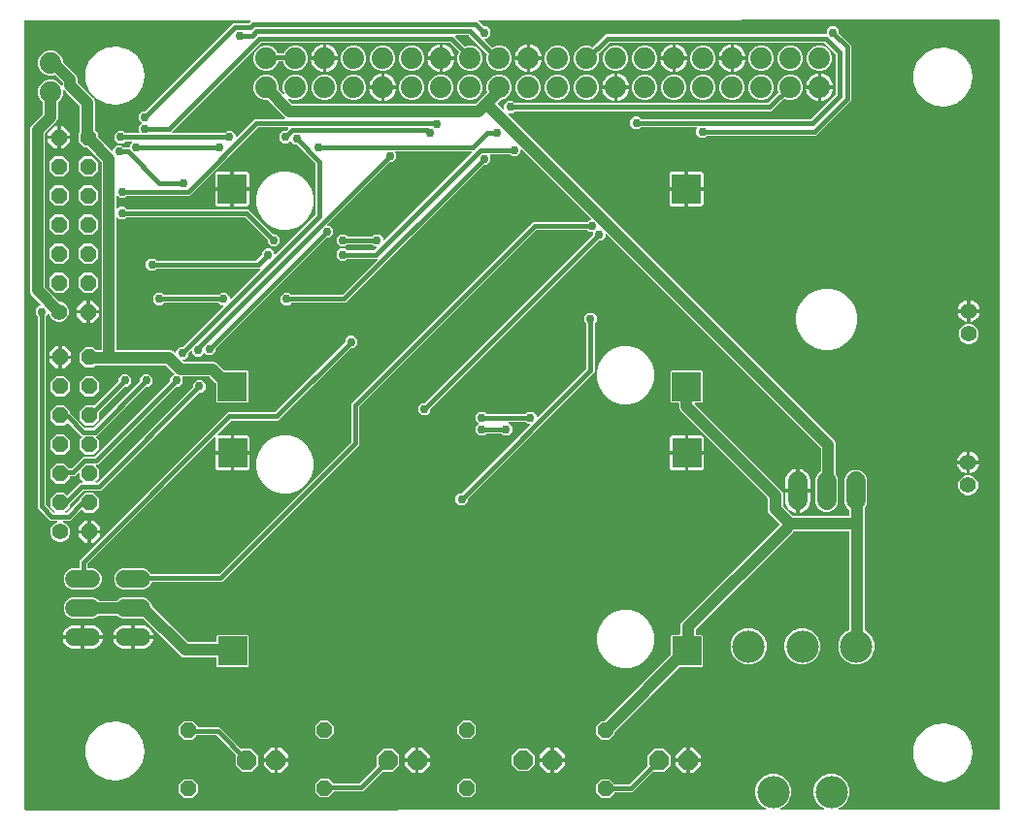
<source format=gbr>
G04 EAGLE Gerber RS-274X export*
G75*
%MOMM*%
%FSLAX34Y34*%
%LPD*%
%INTop Copper*%
%IPPOS*%
%AMOC8*
5,1,8,0,0,1.08239X$1,22.5*%
G01*
%ADD10C,1.422400*%
%ADD11C,1.879600*%
%ADD12P,1.814519X8X22.500000*%
%ADD13P,1.429621X8X112.500000*%
%ADD14P,1.429621X8X292.500000*%
%ADD15R,2.500000X2.500000*%
%ADD16C,2.819400*%
%ADD17C,1.508000*%
%ADD18C,1.676400*%
%ADD19P,1.539592X8X112.500000*%
%ADD20C,1.000000*%
%ADD21C,0.400000*%
%ADD22C,0.756400*%

G36*
X857524Y299013D02*
X857524Y299013D01*
X857620Y299029D01*
X857716Y299038D01*
X857740Y299049D01*
X857766Y299053D01*
X857852Y299098D01*
X857941Y299138D01*
X857960Y299156D01*
X857984Y299168D01*
X858051Y299239D01*
X858122Y299304D01*
X858135Y299327D01*
X858153Y299347D01*
X858194Y299435D01*
X858241Y299520D01*
X858245Y299546D01*
X858256Y299570D01*
X858267Y299666D01*
X858284Y299762D01*
X858281Y299788D01*
X858283Y299814D01*
X858263Y299909D01*
X858249Y300005D01*
X858237Y300029D01*
X858231Y300055D01*
X858181Y300138D01*
X858137Y300224D01*
X858118Y300243D01*
X858105Y300266D01*
X858031Y300328D01*
X857961Y300397D01*
X857932Y300413D01*
X857918Y300425D01*
X857887Y300438D01*
X857815Y300478D01*
X855451Y301457D01*
X851057Y305851D01*
X848678Y311593D01*
X848678Y317807D01*
X851057Y323549D01*
X855451Y327943D01*
X861193Y330322D01*
X867407Y330322D01*
X873149Y327943D01*
X877543Y323549D01*
X879922Y317807D01*
X879922Y311593D01*
X877543Y305851D01*
X873149Y301457D01*
X870808Y300487D01*
X870725Y300435D01*
X870639Y300390D01*
X870621Y300371D01*
X870599Y300357D01*
X870537Y300282D01*
X870470Y300211D01*
X870459Y300188D01*
X870442Y300168D01*
X870407Y300077D01*
X870366Y299988D01*
X870363Y299962D01*
X870354Y299938D01*
X870350Y299841D01*
X870339Y299744D01*
X870345Y299718D01*
X870344Y299692D01*
X870371Y299598D01*
X870392Y299503D01*
X870405Y299481D01*
X870412Y299456D01*
X870468Y299376D01*
X870518Y299292D01*
X870538Y299275D01*
X870552Y299254D01*
X870631Y299196D01*
X870705Y299132D01*
X870729Y299123D01*
X870750Y299107D01*
X870843Y299077D01*
X870933Y299041D01*
X870965Y299037D01*
X870984Y299031D01*
X871017Y299031D01*
X871100Y299022D01*
X908239Y299048D01*
X908335Y299064D01*
X908432Y299073D01*
X908456Y299084D01*
X908482Y299088D01*
X908568Y299133D01*
X908657Y299173D01*
X908676Y299191D01*
X908699Y299203D01*
X908766Y299274D01*
X908838Y299339D01*
X908850Y299362D01*
X908869Y299382D01*
X908909Y299470D01*
X908956Y299555D01*
X908961Y299581D01*
X908972Y299605D01*
X908983Y299701D01*
X909000Y299797D01*
X908996Y299823D01*
X908999Y299849D01*
X908978Y299944D01*
X908964Y300040D01*
X908952Y300064D01*
X908947Y300089D01*
X908897Y300173D01*
X908853Y300259D01*
X908834Y300278D01*
X908820Y300301D01*
X908747Y300363D01*
X908677Y300432D01*
X908648Y300448D01*
X908633Y300460D01*
X908603Y300473D01*
X908530Y300512D01*
X906251Y301457D01*
X901857Y305851D01*
X899478Y311593D01*
X899478Y317807D01*
X901857Y323549D01*
X906251Y327943D01*
X911993Y330322D01*
X918207Y330322D01*
X923949Y327943D01*
X928343Y323549D01*
X930722Y317807D01*
X930722Y311593D01*
X928343Y305851D01*
X923949Y301457D01*
X921693Y300522D01*
X921610Y300470D01*
X921523Y300425D01*
X921506Y300406D01*
X921484Y300392D01*
X921421Y300317D01*
X921354Y300246D01*
X921343Y300223D01*
X921327Y300203D01*
X921292Y300112D01*
X921251Y300023D01*
X921248Y299997D01*
X921239Y299973D01*
X921234Y299876D01*
X921224Y299779D01*
X921229Y299753D01*
X921228Y299727D01*
X921255Y299634D01*
X921276Y299538D01*
X921290Y299516D01*
X921297Y299491D01*
X921352Y299411D01*
X921403Y299327D01*
X921422Y299311D01*
X921437Y299289D01*
X921516Y299231D01*
X921590Y299168D01*
X921614Y299158D01*
X921634Y299142D01*
X921727Y299112D01*
X921818Y299076D01*
X921850Y299072D01*
X921868Y299066D01*
X921901Y299067D01*
X921985Y299057D01*
X1061079Y299153D01*
X1061098Y299156D01*
X1061117Y299154D01*
X1061219Y299176D01*
X1061321Y299193D01*
X1061339Y299202D01*
X1061358Y299206D01*
X1061447Y299260D01*
X1061539Y299308D01*
X1061552Y299323D01*
X1061569Y299333D01*
X1061636Y299412D01*
X1061708Y299487D01*
X1061716Y299505D01*
X1061729Y299520D01*
X1061768Y299616D01*
X1061811Y299710D01*
X1061813Y299729D01*
X1061821Y299748D01*
X1061839Y299914D01*
X1061839Y988071D01*
X1061836Y988090D01*
X1061838Y988111D01*
X1061816Y988212D01*
X1061800Y988313D01*
X1061790Y988331D01*
X1061786Y988351D01*
X1061733Y988440D01*
X1061684Y988531D01*
X1061670Y988545D01*
X1061659Y988562D01*
X1061581Y988629D01*
X1061506Y988700D01*
X1061488Y988709D01*
X1061472Y988722D01*
X1061377Y988760D01*
X1061283Y988804D01*
X1061263Y988806D01*
X1061244Y988813D01*
X1061077Y988832D01*
X608302Y988520D01*
X608232Y988508D01*
X608160Y988506D01*
X608111Y988488D01*
X608059Y988480D01*
X607996Y988447D01*
X607929Y988422D01*
X607888Y988389D01*
X607842Y988365D01*
X607793Y988313D01*
X607737Y988268D01*
X607709Y988224D01*
X607673Y988186D01*
X607643Y988122D01*
X607604Y988061D01*
X607591Y988011D01*
X607569Y987963D01*
X607562Y987892D01*
X607544Y987823D01*
X607548Y987771D01*
X607543Y987719D01*
X607558Y987649D01*
X607563Y987578D01*
X607584Y987530D01*
X607595Y987478D01*
X607632Y987417D01*
X607660Y987351D01*
X607705Y987295D01*
X607721Y987267D01*
X607739Y987252D01*
X607764Y987220D01*
X611955Y983030D01*
X612029Y982977D01*
X612098Y982917D01*
X612129Y982905D01*
X612155Y982886D01*
X612242Y982859D01*
X612327Y982825D01*
X612368Y982821D01*
X612390Y982814D01*
X612422Y982815D01*
X612493Y982807D01*
X614698Y982807D01*
X617807Y979698D01*
X617807Y975302D01*
X614698Y972193D01*
X613379Y972193D01*
X613309Y972182D01*
X613237Y972180D01*
X613188Y972162D01*
X613137Y972154D01*
X613073Y972120D01*
X613006Y972095D01*
X612965Y972063D01*
X612919Y972038D01*
X612870Y971987D01*
X612814Y971942D01*
X612786Y971898D01*
X612750Y971860D01*
X612720Y971795D01*
X612681Y971735D01*
X612668Y971684D01*
X612646Y971637D01*
X612638Y971566D01*
X612621Y971496D01*
X612625Y971444D01*
X612619Y971393D01*
X612634Y971322D01*
X612640Y971251D01*
X612660Y971203D01*
X612671Y971152D01*
X612708Y971091D01*
X612736Y971025D01*
X612781Y970969D01*
X612797Y970941D01*
X612815Y970926D01*
X612841Y970894D01*
X618968Y964767D01*
X619062Y964699D01*
X619156Y964629D01*
X619162Y964627D01*
X619167Y964623D01*
X619278Y964589D01*
X619390Y964553D01*
X619397Y964553D01*
X619403Y964551D01*
X619519Y964554D01*
X619636Y964555D01*
X619643Y964557D01*
X619648Y964557D01*
X619666Y964564D01*
X619797Y964602D01*
X623227Y966023D01*
X627573Y966023D01*
X631587Y964360D01*
X634660Y961287D01*
X636323Y957273D01*
X636323Y952927D01*
X634660Y948913D01*
X631587Y945840D01*
X627573Y944177D01*
X623227Y944177D01*
X619213Y945840D01*
X616140Y948913D01*
X614477Y952927D01*
X614477Y957273D01*
X614873Y958228D01*
X614899Y958341D01*
X614928Y958455D01*
X614928Y958461D01*
X614929Y958467D01*
X614918Y958584D01*
X614909Y958700D01*
X614907Y958706D01*
X614906Y958712D01*
X614858Y958820D01*
X614813Y958926D01*
X614808Y958932D01*
X614806Y958937D01*
X614793Y958951D01*
X614708Y959057D01*
X598763Y975002D01*
X598689Y975055D01*
X598620Y975115D01*
X598589Y975127D01*
X598563Y975146D01*
X598476Y975173D01*
X598391Y975207D01*
X598350Y975211D01*
X598328Y975218D01*
X598296Y975217D01*
X598225Y975225D01*
X587847Y975225D01*
X587777Y975214D01*
X587705Y975212D01*
X587656Y975194D01*
X587605Y975186D01*
X587541Y975152D01*
X587474Y975127D01*
X587433Y975095D01*
X587387Y975070D01*
X587338Y975019D01*
X587282Y974974D01*
X587254Y974930D01*
X587218Y974892D01*
X587188Y974827D01*
X587149Y974767D01*
X587136Y974716D01*
X587114Y974669D01*
X587106Y974598D01*
X587089Y974528D01*
X587093Y974476D01*
X587087Y974425D01*
X587102Y974354D01*
X587108Y974283D01*
X587128Y974235D01*
X587139Y974184D01*
X587176Y974123D01*
X587204Y974057D01*
X587249Y974001D01*
X587265Y973973D01*
X587283Y973958D01*
X587309Y973926D01*
X595618Y965616D01*
X595712Y965549D01*
X595726Y965538D01*
X595732Y965534D01*
X595734Y965533D01*
X595807Y965478D01*
X595813Y965476D01*
X595818Y965473D01*
X595929Y965439D01*
X596041Y965402D01*
X596047Y965402D01*
X596053Y965400D01*
X596170Y965404D01*
X596287Y965405D01*
X596294Y965407D01*
X596299Y965407D01*
X596317Y965413D01*
X596448Y965451D01*
X597827Y966023D01*
X602173Y966023D01*
X606187Y964360D01*
X609260Y961287D01*
X610923Y957273D01*
X610923Y952927D01*
X609260Y948913D01*
X606187Y945840D01*
X602173Y944177D01*
X597827Y944177D01*
X593813Y945840D01*
X590740Y948913D01*
X589077Y952927D01*
X589077Y957273D01*
X590322Y960278D01*
X590349Y960392D01*
X590378Y960506D01*
X590377Y960512D01*
X590378Y960518D01*
X590367Y960634D01*
X590358Y960751D01*
X590356Y960756D01*
X590355Y960763D01*
X590308Y960870D01*
X590262Y960977D01*
X590257Y960983D01*
X590255Y960987D01*
X590243Y961001D01*
X590157Y961108D01*
X582513Y968752D01*
X582439Y968805D01*
X582370Y968865D01*
X582339Y968877D01*
X582313Y968896D01*
X582226Y968923D01*
X582141Y968957D01*
X582100Y968961D01*
X582078Y968968D01*
X582046Y968967D01*
X581975Y968975D01*
X418025Y968975D01*
X417935Y968961D01*
X417844Y968953D01*
X417815Y968941D01*
X417783Y968936D01*
X417702Y968893D01*
X417618Y968857D01*
X417586Y968831D01*
X417565Y968820D01*
X417543Y968797D01*
X417487Y968752D01*
X339809Y891074D01*
X339767Y891016D01*
X339718Y890964D01*
X339696Y890917D01*
X339665Y890875D01*
X339644Y890806D01*
X339614Y890741D01*
X339608Y890689D01*
X339593Y890639D01*
X339595Y890568D01*
X339587Y890497D01*
X339598Y890446D01*
X339599Y890394D01*
X339624Y890326D01*
X339639Y890256D01*
X339666Y890212D01*
X339684Y890163D01*
X339729Y890107D01*
X339765Y890045D01*
X339805Y890011D01*
X339838Y889971D01*
X339898Y889932D01*
X339952Y889885D01*
X340001Y889866D01*
X340045Y889838D01*
X340114Y889820D01*
X340181Y889793D01*
X340252Y889785D01*
X340283Y889777D01*
X340306Y889779D01*
X340347Y889775D01*
X385705Y889775D01*
X385795Y889789D01*
X385886Y889797D01*
X385915Y889809D01*
X385947Y889814D01*
X386028Y889857D01*
X386112Y889893D01*
X386144Y889919D01*
X386165Y889930D01*
X386187Y889953D01*
X386243Y889998D01*
X387802Y891557D01*
X392198Y891557D01*
X395307Y888448D01*
X395307Y887129D01*
X395318Y887059D01*
X395320Y886987D01*
X395338Y886938D01*
X395346Y886887D01*
X395380Y886823D01*
X395405Y886756D01*
X395437Y886715D01*
X395462Y886669D01*
X395514Y886620D01*
X395558Y886564D01*
X395602Y886536D01*
X395640Y886500D01*
X395705Y886470D01*
X395765Y886431D01*
X395816Y886418D01*
X395863Y886396D01*
X395934Y886388D01*
X396004Y886371D01*
X396056Y886375D01*
X396107Y886369D01*
X396178Y886384D01*
X396249Y886390D01*
X396297Y886410D01*
X396348Y886421D01*
X396409Y886458D01*
X396475Y886486D01*
X396531Y886531D01*
X396559Y886547D01*
X396574Y886565D01*
X396606Y886591D01*
X410002Y899987D01*
X412290Y902275D01*
X437910Y902275D01*
X437981Y902286D01*
X438053Y902288D01*
X438102Y902306D01*
X438153Y902314D01*
X438216Y902348D01*
X438284Y902373D01*
X438324Y902405D01*
X438370Y902430D01*
X438420Y902482D01*
X438476Y902526D01*
X438504Y902570D01*
X438540Y902608D01*
X438570Y902673D01*
X438609Y902733D01*
X438621Y902784D01*
X438643Y902831D01*
X438651Y902902D01*
X438669Y902972D01*
X438665Y903024D01*
X438670Y903075D01*
X438655Y903146D01*
X438650Y903217D01*
X438629Y903265D01*
X438618Y903316D01*
X438581Y903377D01*
X438553Y903443D01*
X438508Y903499D01*
X438492Y903527D01*
X438474Y903542D01*
X438448Y903574D01*
X436862Y905161D01*
X423468Y918554D01*
X423394Y918607D01*
X423325Y918667D01*
X423295Y918679D01*
X423269Y918698D01*
X423182Y918725D01*
X423097Y918759D01*
X423056Y918763D01*
X423034Y918770D01*
X423001Y918769D01*
X422930Y918777D01*
X420027Y918777D01*
X416013Y920440D01*
X412940Y923513D01*
X411277Y927527D01*
X411277Y931873D01*
X412940Y935887D01*
X416013Y938960D01*
X420027Y940623D01*
X424373Y940623D01*
X428387Y938960D01*
X431460Y935887D01*
X433123Y931873D01*
X433123Y927670D01*
X433137Y927580D01*
X433145Y927489D01*
X433157Y927459D01*
X433162Y927427D01*
X433205Y927347D01*
X433241Y927263D01*
X433267Y927230D01*
X433278Y927210D01*
X433301Y927188D01*
X433346Y927132D01*
X436607Y923871D01*
X436686Y923814D01*
X436761Y923752D01*
X436785Y923742D01*
X436806Y923727D01*
X436900Y923698D01*
X436990Y923664D01*
X437016Y923662D01*
X437042Y923655D01*
X437139Y923657D01*
X437236Y923653D01*
X437261Y923660D01*
X437287Y923661D01*
X437379Y923695D01*
X437472Y923722D01*
X437494Y923737D01*
X437518Y923746D01*
X437595Y923806D01*
X437674Y923862D01*
X437690Y923883D01*
X437710Y923899D01*
X437763Y923981D01*
X437821Y924059D01*
X437829Y924084D01*
X437843Y924106D01*
X437867Y924201D01*
X437897Y924293D01*
X437897Y924319D01*
X437904Y924345D01*
X437896Y924442D01*
X437895Y924539D01*
X437886Y924571D01*
X437884Y924590D01*
X437872Y924620D01*
X437848Y924700D01*
X436677Y927527D01*
X436677Y931873D01*
X438340Y935887D01*
X441413Y938960D01*
X445427Y940623D01*
X449773Y940623D01*
X453787Y938960D01*
X456860Y935887D01*
X458523Y931873D01*
X458523Y927527D01*
X456860Y923513D01*
X453787Y920440D01*
X449773Y918777D01*
X445427Y918777D01*
X442600Y919948D01*
X442506Y919971D01*
X442412Y919999D01*
X442386Y919998D01*
X442361Y920004D01*
X442264Y919995D01*
X442166Y919993D01*
X442142Y919984D01*
X442116Y919981D01*
X442027Y919942D01*
X441935Y919908D01*
X441915Y919892D01*
X441891Y919881D01*
X441819Y919815D01*
X441743Y919755D01*
X441729Y919733D01*
X441710Y919715D01*
X441663Y919630D01*
X441610Y919548D01*
X441604Y919522D01*
X441591Y919499D01*
X441574Y919404D01*
X441550Y919309D01*
X441552Y919283D01*
X441548Y919257D01*
X441562Y919161D01*
X441570Y919064D01*
X441580Y919040D01*
X441584Y919014D01*
X441628Y918927D01*
X441666Y918838D01*
X441686Y918812D01*
X441695Y918795D01*
X441719Y918772D01*
X441771Y918707D01*
X444980Y915498D01*
X445054Y915445D01*
X445123Y915385D01*
X445153Y915373D01*
X445179Y915354D01*
X445267Y915327D01*
X445351Y915293D01*
X445392Y915289D01*
X445414Y915282D01*
X445447Y915283D01*
X445518Y915275D01*
X604482Y915275D01*
X604572Y915289D01*
X604663Y915297D01*
X604693Y915309D01*
X604725Y915314D01*
X604805Y915357D01*
X604889Y915393D01*
X604921Y915419D01*
X604942Y915430D01*
X604964Y915453D01*
X605020Y915498D01*
X610786Y921263D01*
X614871Y925348D01*
X614940Y925444D01*
X615009Y925537D01*
X615011Y925543D01*
X615015Y925548D01*
X615049Y925660D01*
X615085Y925771D01*
X615085Y925777D01*
X615087Y925783D01*
X615084Y925900D01*
X615083Y926017D01*
X615081Y926024D01*
X615081Y926029D01*
X615074Y926047D01*
X615036Y926178D01*
X614477Y927527D01*
X614477Y931873D01*
X616140Y935887D01*
X619213Y938960D01*
X623227Y940623D01*
X627573Y940623D01*
X631587Y938960D01*
X634660Y935887D01*
X636323Y931873D01*
X636323Y927527D01*
X634660Y923513D01*
X631587Y920440D01*
X627573Y918777D01*
X627070Y918777D01*
X626980Y918763D01*
X626889Y918755D01*
X626859Y918743D01*
X626827Y918738D01*
X626747Y918695D01*
X626663Y918659D01*
X626630Y918633D01*
X626610Y918622D01*
X626588Y918599D01*
X626532Y918554D01*
X624141Y916163D01*
X624129Y916147D01*
X624113Y916135D01*
X624057Y916047D01*
X623997Y915964D01*
X623991Y915945D01*
X623980Y915928D01*
X623955Y915827D01*
X623925Y915728D01*
X623925Y915709D01*
X623920Y915689D01*
X623928Y915586D01*
X623931Y915483D01*
X623938Y915464D01*
X623940Y915444D01*
X623980Y915349D01*
X624016Y915252D01*
X624028Y915236D01*
X624036Y915218D01*
X624141Y915087D01*
X628394Y910834D01*
X628452Y910792D01*
X628504Y910742D01*
X628523Y910734D01*
X628535Y910724D01*
X628562Y910712D01*
X628593Y910690D01*
X628662Y910669D01*
X628727Y910639D01*
X628752Y910636D01*
X628763Y910632D01*
X628795Y910628D01*
X628829Y910618D01*
X628878Y910619D01*
X628929Y910613D01*
X628932Y910613D01*
X628942Y910615D01*
X628971Y910612D01*
X629022Y910623D01*
X629074Y910624D01*
X629136Y910647D01*
X629175Y910653D01*
X629184Y910658D01*
X629212Y910664D01*
X629257Y910691D01*
X629305Y910709D01*
X629356Y910749D01*
X629392Y910768D01*
X629400Y910776D01*
X629423Y910790D01*
X629457Y910830D01*
X629497Y910862D01*
X629531Y910914D01*
X629562Y910946D01*
X629567Y910959D01*
X629583Y910977D01*
X629602Y911025D01*
X629630Y911069D01*
X629645Y911125D01*
X629665Y911169D01*
X629667Y911186D01*
X629675Y911205D01*
X629683Y911277D01*
X629691Y911308D01*
X629689Y911331D01*
X629693Y911372D01*
X629693Y914698D01*
X632802Y917807D01*
X637198Y917807D01*
X638757Y916248D01*
X638831Y916195D01*
X638901Y916135D01*
X638931Y916123D01*
X638957Y916104D01*
X639044Y916077D01*
X639129Y916043D01*
X639170Y916039D01*
X639192Y916032D01*
X639224Y916033D01*
X639295Y916025D01*
X859475Y916025D01*
X859565Y916039D01*
X859656Y916047D01*
X859685Y916059D01*
X859717Y916064D01*
X859798Y916107D01*
X859882Y916143D01*
X859914Y916169D01*
X859935Y916180D01*
X859957Y916203D01*
X860013Y916248D01*
X868942Y925177D01*
X869011Y925272D01*
X869080Y925366D01*
X869082Y925372D01*
X869086Y925377D01*
X869120Y925488D01*
X869156Y925599D01*
X869156Y925606D01*
X869158Y925612D01*
X869155Y925728D01*
X869154Y925845D01*
X869152Y925853D01*
X869152Y925858D01*
X869145Y925875D01*
X869107Y926007D01*
X868477Y927527D01*
X868477Y931873D01*
X870140Y935887D01*
X873213Y938960D01*
X877227Y940623D01*
X881573Y940623D01*
X885587Y938960D01*
X888660Y935887D01*
X890323Y931873D01*
X890323Y927527D01*
X888660Y923513D01*
X885587Y920440D01*
X881573Y918777D01*
X877227Y918777D01*
X874363Y919964D01*
X874249Y919990D01*
X874136Y920019D01*
X874130Y920018D01*
X874124Y920020D01*
X874007Y920009D01*
X873891Y920000D01*
X873885Y919997D01*
X873879Y919997D01*
X873771Y919949D01*
X873664Y919903D01*
X873659Y919899D01*
X873654Y919897D01*
X873640Y919884D01*
X873533Y919799D01*
X862710Y908975D01*
X639295Y908975D01*
X639205Y908961D01*
X639114Y908953D01*
X639085Y908941D01*
X639053Y908936D01*
X638972Y908893D01*
X638888Y908857D01*
X638856Y908831D01*
X638835Y908820D01*
X638813Y908797D01*
X638757Y908752D01*
X637198Y907193D01*
X633872Y907193D01*
X633801Y907182D01*
X633729Y907180D01*
X633680Y907162D01*
X633629Y907154D01*
X633566Y907120D01*
X633498Y907095D01*
X633458Y907063D01*
X633412Y907038D01*
X633362Y906986D01*
X633306Y906942D01*
X633278Y906898D01*
X633242Y906860D01*
X633212Y906795D01*
X633173Y906735D01*
X633161Y906684D01*
X633139Y906637D01*
X633131Y906566D01*
X633113Y906496D01*
X633117Y906444D01*
X633112Y906393D01*
X633127Y906322D01*
X633132Y906251D01*
X633153Y906203D01*
X633164Y906152D01*
X633201Y906091D01*
X633229Y906025D01*
X633274Y905969D01*
X633290Y905941D01*
X633308Y905926D01*
X633334Y905894D01*
X916089Y623138D01*
X918031Y621196D01*
X919025Y618798D01*
X919025Y592083D01*
X919039Y591993D01*
X919047Y591902D01*
X919059Y591872D01*
X919064Y591840D01*
X919107Y591760D01*
X919143Y591675D01*
X919169Y591643D01*
X919180Y591623D01*
X919203Y591601D01*
X919248Y591544D01*
X919399Y591394D01*
X920907Y587753D01*
X920907Y567047D01*
X919399Y563406D01*
X916612Y560619D01*
X912971Y559111D01*
X909029Y559111D01*
X905388Y560619D01*
X902601Y563406D01*
X901093Y567047D01*
X901093Y587753D01*
X902601Y591394D01*
X905388Y594181D01*
X905505Y594229D01*
X905604Y594290D01*
X905705Y594351D01*
X905709Y594355D01*
X905714Y594359D01*
X905789Y594448D01*
X905865Y594537D01*
X905867Y594543D01*
X905871Y594548D01*
X905913Y594657D01*
X905957Y594766D01*
X905958Y594773D01*
X905959Y594778D01*
X905960Y594796D01*
X905975Y594932D01*
X905975Y614482D01*
X905969Y614522D01*
X905969Y614526D01*
X905964Y614551D01*
X905961Y614572D01*
X905953Y614663D01*
X905941Y614693D01*
X905936Y614725D01*
X905920Y614755D01*
X905917Y614767D01*
X905890Y614812D01*
X905857Y614889D01*
X905831Y614921D01*
X905820Y614942D01*
X905801Y614960D01*
X905791Y614978D01*
X905776Y614990D01*
X905752Y615020D01*
X719106Y801666D01*
X719048Y801708D01*
X718996Y801758D01*
X718949Y801780D01*
X718907Y801810D01*
X718838Y801831D01*
X718773Y801861D01*
X718721Y801867D01*
X718671Y801882D01*
X718600Y801880D01*
X718529Y801888D01*
X718478Y801877D01*
X718426Y801876D01*
X718358Y801851D01*
X718288Y801836D01*
X718244Y801809D01*
X718195Y801791D01*
X718139Y801747D01*
X718077Y801710D01*
X718043Y801670D01*
X718003Y801638D01*
X717964Y801577D01*
X717917Y801523D01*
X717898Y801475D01*
X717870Y801431D01*
X717852Y801361D01*
X717825Y801295D01*
X717817Y801223D01*
X717809Y801192D01*
X717811Y801169D01*
X717807Y801128D01*
X717807Y799052D01*
X714698Y795943D01*
X712493Y795943D01*
X712403Y795929D01*
X712312Y795921D01*
X712283Y795909D01*
X712251Y795904D01*
X712170Y795861D01*
X712086Y795825D01*
X712054Y795799D01*
X712033Y795788D01*
X712011Y795765D01*
X711955Y795720D01*
X565530Y649295D01*
X565477Y649221D01*
X565417Y649152D01*
X565405Y649121D01*
X565386Y649095D01*
X565359Y649008D01*
X565338Y648954D01*
X565335Y648948D01*
X565335Y648947D01*
X565325Y648923D01*
X565321Y648882D01*
X565314Y648860D01*
X565315Y648828D01*
X565307Y648757D01*
X565307Y646552D01*
X562198Y643443D01*
X557802Y643443D01*
X554693Y646552D01*
X554693Y650948D01*
X557802Y654057D01*
X560007Y654057D01*
X560097Y654071D01*
X560188Y654079D01*
X560217Y654091D01*
X560249Y654096D01*
X560330Y654139D01*
X560414Y654175D01*
X560446Y654201D01*
X560467Y654212D01*
X560480Y654226D01*
X560482Y654227D01*
X560492Y654237D01*
X560545Y654280D01*
X706970Y800705D01*
X707023Y800779D01*
X707083Y800848D01*
X707095Y800879D01*
X707114Y800905D01*
X707141Y800992D01*
X707175Y801077D01*
X707179Y801118D01*
X707186Y801140D01*
X707185Y801172D01*
X707193Y801243D01*
X707193Y802682D01*
X707190Y802702D01*
X707192Y802721D01*
X707170Y802823D01*
X707154Y802925D01*
X707144Y802942D01*
X707140Y802962D01*
X707087Y803051D01*
X707038Y803142D01*
X707024Y803156D01*
X707014Y803173D01*
X706935Y803240D01*
X706860Y803312D01*
X706842Y803320D01*
X706827Y803333D01*
X706731Y803372D01*
X706637Y803415D01*
X706617Y803417D01*
X706599Y803425D01*
X706432Y803443D01*
X704052Y803443D01*
X702493Y805002D01*
X702419Y805055D01*
X702349Y805115D01*
X702319Y805127D01*
X702293Y805146D01*
X702206Y805173D01*
X702121Y805207D01*
X702080Y805211D01*
X702058Y805218D01*
X702026Y805217D01*
X701955Y805225D01*
X658025Y805225D01*
X657935Y805211D01*
X657844Y805203D01*
X657815Y805191D01*
X657783Y805186D01*
X657702Y805143D01*
X657618Y805107D01*
X657586Y805081D01*
X657565Y805070D01*
X657543Y805047D01*
X657487Y805002D01*
X503748Y651263D01*
X503695Y651189D01*
X503635Y651120D01*
X503623Y651089D01*
X503604Y651063D01*
X503577Y650976D01*
X503543Y650891D01*
X503539Y650850D01*
X503532Y650828D01*
X503533Y650796D01*
X503525Y650725D01*
X503525Y617290D01*
X383960Y497725D01*
X322769Y497725D01*
X322655Y497706D01*
X322539Y497689D01*
X322533Y497687D01*
X322527Y497686D01*
X322424Y497631D01*
X322319Y497578D01*
X322315Y497573D01*
X322309Y497570D01*
X322230Y497486D01*
X322147Y497402D01*
X322143Y497396D01*
X322140Y497392D01*
X322132Y497375D01*
X322066Y497255D01*
X321325Y495465D01*
X318775Y492915D01*
X315443Y491535D01*
X296757Y491535D01*
X293425Y492915D01*
X290875Y495465D01*
X289495Y498797D01*
X289495Y502403D01*
X290875Y505735D01*
X293425Y508285D01*
X296757Y509665D01*
X315443Y509665D01*
X318775Y508285D01*
X321325Y505735D01*
X321528Y505245D01*
X321589Y505145D01*
X321649Y505045D01*
X321654Y505041D01*
X321657Y505036D01*
X321747Y504961D01*
X321836Y504885D01*
X321842Y504883D01*
X321847Y504879D01*
X321956Y504837D01*
X322064Y504793D01*
X322072Y504792D01*
X322076Y504791D01*
X322095Y504790D01*
X322231Y504775D01*
X380725Y504775D01*
X380815Y504789D01*
X380906Y504797D01*
X380935Y504809D01*
X380967Y504814D01*
X381048Y504857D01*
X381132Y504893D01*
X381164Y504919D01*
X381185Y504930D01*
X381207Y504953D01*
X381263Y504998D01*
X496252Y619987D01*
X496305Y620061D01*
X496365Y620130D01*
X496377Y620161D01*
X496396Y620187D01*
X496423Y620274D01*
X496457Y620359D01*
X496461Y620400D01*
X496468Y620422D01*
X496467Y620454D01*
X496475Y620525D01*
X496475Y653960D01*
X654790Y812275D01*
X701955Y812275D01*
X702045Y812289D01*
X702136Y812297D01*
X702165Y812309D01*
X702197Y812314D01*
X702278Y812357D01*
X702362Y812393D01*
X702394Y812419D01*
X702415Y812430D01*
X702437Y812453D01*
X702493Y812498D01*
X704052Y814057D01*
X704878Y814057D01*
X704949Y814068D01*
X705021Y814070D01*
X705070Y814088D01*
X705121Y814096D01*
X705184Y814130D01*
X705252Y814155D01*
X705292Y814187D01*
X705338Y814212D01*
X705388Y814263D01*
X705444Y814308D01*
X705472Y814352D01*
X705508Y814390D01*
X705538Y814455D01*
X705577Y814515D01*
X705589Y814566D01*
X705611Y814613D01*
X705619Y814684D01*
X705637Y814754D01*
X705633Y814806D01*
X705638Y814857D01*
X705623Y814928D01*
X705618Y814999D01*
X705597Y815047D01*
X705586Y815098D01*
X705549Y815159D01*
X705521Y815225D01*
X705476Y815281D01*
X705460Y815309D01*
X705442Y815324D01*
X705416Y815356D01*
X645356Y875416D01*
X645298Y875458D01*
X645246Y875508D01*
X645199Y875530D01*
X645157Y875560D01*
X645088Y875581D01*
X645023Y875611D01*
X644971Y875617D01*
X644921Y875632D01*
X644850Y875630D01*
X644779Y875638D01*
X644728Y875627D01*
X644676Y875626D01*
X644608Y875601D01*
X644538Y875586D01*
X644494Y875559D01*
X644445Y875541D01*
X644389Y875497D01*
X644327Y875460D01*
X644293Y875420D01*
X644253Y875388D01*
X644214Y875327D01*
X644167Y875273D01*
X644148Y875225D01*
X644120Y875181D01*
X644102Y875111D01*
X644075Y875045D01*
X644067Y874973D01*
X644059Y874942D01*
X644061Y874919D01*
X644057Y874878D01*
X644057Y872802D01*
X640948Y869693D01*
X636552Y869693D01*
X634993Y871252D01*
X634919Y871305D01*
X634849Y871365D01*
X634819Y871377D01*
X634793Y871396D01*
X634706Y871423D01*
X634621Y871457D01*
X634580Y871461D01*
X634558Y871468D01*
X634526Y871467D01*
X634455Y871475D01*
X617867Y871475D01*
X617797Y871464D01*
X617725Y871462D01*
X617676Y871444D01*
X617625Y871436D01*
X617561Y871402D01*
X617494Y871377D01*
X617453Y871345D01*
X617407Y871320D01*
X617358Y871268D01*
X617302Y871224D01*
X617274Y871180D01*
X617238Y871142D01*
X617208Y871077D01*
X617169Y871017D01*
X617156Y870966D01*
X617134Y870919D01*
X617126Y870848D01*
X617109Y870778D01*
X617113Y870726D01*
X617107Y870675D01*
X617122Y870604D01*
X617128Y870533D01*
X617148Y870485D01*
X617159Y870434D01*
X617196Y870373D01*
X617224Y870307D01*
X617269Y870251D01*
X617286Y870223D01*
X617303Y870208D01*
X617329Y870176D01*
X617807Y869698D01*
X617807Y865302D01*
X614698Y862193D01*
X612493Y862193D01*
X612403Y862179D01*
X612312Y862171D01*
X612283Y862159D01*
X612251Y862154D01*
X612170Y862111D01*
X612086Y862075D01*
X612054Y862049D01*
X612033Y862038D01*
X612011Y862015D01*
X611955Y861970D01*
X491460Y741475D01*
X444295Y741475D01*
X444205Y741461D01*
X444114Y741453D01*
X444085Y741441D01*
X444053Y741436D01*
X443972Y741393D01*
X443888Y741357D01*
X443856Y741331D01*
X443835Y741320D01*
X443813Y741297D01*
X443757Y741252D01*
X442198Y739693D01*
X437802Y739693D01*
X434693Y742802D01*
X434693Y747198D01*
X437802Y750307D01*
X442198Y750307D01*
X443757Y748748D01*
X443831Y748695D01*
X443901Y748635D01*
X443931Y748623D01*
X443957Y748604D01*
X444044Y748577D01*
X444129Y748543D01*
X444170Y748539D01*
X444192Y748532D01*
X444224Y748533D01*
X444295Y748525D01*
X488225Y748525D01*
X488315Y748539D01*
X488406Y748547D01*
X488435Y748559D01*
X488467Y748564D01*
X488548Y748607D01*
X488632Y748643D01*
X488664Y748669D01*
X488685Y748680D01*
X488707Y748703D01*
X488763Y748748D01*
X518941Y778926D01*
X518983Y778984D01*
X519032Y779036D01*
X519054Y779083D01*
X519085Y779125D01*
X519106Y779194D01*
X519136Y779259D01*
X519142Y779311D01*
X519157Y779361D01*
X519155Y779432D01*
X519163Y779503D01*
X519152Y779554D01*
X519151Y779606D01*
X519126Y779674D01*
X519111Y779744D01*
X519084Y779789D01*
X519066Y779837D01*
X519021Y779893D01*
X518985Y779955D01*
X518945Y779989D01*
X518912Y780029D01*
X518852Y780068D01*
X518798Y780115D01*
X518749Y780134D01*
X518705Y780162D01*
X518636Y780180D01*
X518569Y780207D01*
X518498Y780215D01*
X518467Y780223D01*
X518444Y780221D01*
X518403Y780225D01*
X493045Y780225D01*
X492955Y780211D01*
X492864Y780203D01*
X492835Y780191D01*
X492803Y780186D01*
X492722Y780143D01*
X492638Y780107D01*
X492606Y780081D01*
X492585Y780070D01*
X492563Y780047D01*
X492507Y780002D01*
X490948Y778443D01*
X486552Y778443D01*
X483443Y781552D01*
X483443Y785948D01*
X486552Y789057D01*
X490948Y789057D01*
X492507Y787498D01*
X492581Y787445D01*
X492651Y787385D01*
X492681Y787373D01*
X492707Y787354D01*
X492794Y787327D01*
X492879Y787293D01*
X492920Y787289D01*
X492942Y787282D01*
X492974Y787283D01*
X493045Y787275D01*
X515725Y787275D01*
X515815Y787289D01*
X515906Y787297D01*
X515935Y787309D01*
X515967Y787314D01*
X516048Y787357D01*
X516132Y787393D01*
X516164Y787419D01*
X516185Y787430D01*
X516199Y787445D01*
X516201Y787446D01*
X516210Y787456D01*
X516263Y787498D01*
X518409Y789644D01*
X518451Y789702D01*
X518500Y789754D01*
X518522Y789801D01*
X518553Y789843D01*
X518574Y789912D01*
X518604Y789977D01*
X518610Y790029D01*
X518625Y790079D01*
X518623Y790150D01*
X518631Y790221D01*
X518620Y790272D01*
X518619Y790324D01*
X518594Y790392D01*
X518579Y790462D01*
X518552Y790507D01*
X518534Y790555D01*
X518489Y790611D01*
X518453Y790673D01*
X518413Y790707D01*
X518380Y790747D01*
X518320Y790786D01*
X518266Y790833D01*
X518217Y790852D01*
X518173Y790880D01*
X518104Y790898D01*
X518037Y790925D01*
X517966Y790933D01*
X517935Y790941D01*
X517912Y790939D01*
X517871Y790943D01*
X516552Y790943D01*
X514993Y792502D01*
X514919Y792555D01*
X514849Y792615D01*
X514819Y792627D01*
X514793Y792646D01*
X514706Y792673D01*
X514621Y792707D01*
X514580Y792711D01*
X514558Y792718D01*
X514526Y792717D01*
X514455Y792725D01*
X493045Y792725D01*
X492955Y792711D01*
X492864Y792703D01*
X492835Y792691D01*
X492803Y792686D01*
X492722Y792643D01*
X492638Y792607D01*
X492606Y792581D01*
X492585Y792570D01*
X492563Y792547D01*
X492507Y792502D01*
X490948Y790943D01*
X486552Y790943D01*
X483443Y794052D01*
X483443Y798448D01*
X486552Y801557D01*
X490948Y801557D01*
X492507Y799998D01*
X492581Y799945D01*
X492651Y799885D01*
X492681Y799873D01*
X492707Y799854D01*
X492794Y799827D01*
X492879Y799793D01*
X492920Y799789D01*
X492942Y799782D01*
X492974Y799783D01*
X493045Y799775D01*
X514455Y799775D01*
X514545Y799789D01*
X514636Y799797D01*
X514665Y799809D01*
X514697Y799814D01*
X514778Y799857D01*
X514862Y799893D01*
X514894Y799919D01*
X514915Y799930D01*
X514937Y799953D01*
X514993Y799998D01*
X516552Y801557D01*
X520948Y801557D01*
X524057Y798448D01*
X524057Y797129D01*
X524068Y797059D01*
X524070Y796987D01*
X524088Y796938D01*
X524096Y796887D01*
X524130Y796823D01*
X524155Y796756D01*
X524187Y796715D01*
X524212Y796669D01*
X524263Y796620D01*
X524308Y796564D01*
X524352Y796536D01*
X524390Y796500D01*
X524455Y796470D01*
X524515Y796431D01*
X524566Y796418D01*
X524613Y796396D01*
X524684Y796388D01*
X524754Y796371D01*
X524806Y796375D01*
X524857Y796369D01*
X524928Y796384D01*
X524999Y796390D01*
X525047Y796410D01*
X525098Y796421D01*
X525159Y796458D01*
X525225Y796486D01*
X525281Y796531D01*
X525309Y796547D01*
X525324Y796565D01*
X525356Y796591D01*
X601441Y872676D01*
X601483Y872734D01*
X601532Y872786D01*
X601554Y872833D01*
X601585Y872875D01*
X601606Y872944D01*
X601636Y873009D01*
X601642Y873061D01*
X601657Y873111D01*
X601655Y873182D01*
X601663Y873253D01*
X601652Y873304D01*
X601651Y873356D01*
X601626Y873424D01*
X601611Y873494D01*
X601584Y873538D01*
X601566Y873587D01*
X601521Y873643D01*
X601485Y873705D01*
X601445Y873739D01*
X601412Y873779D01*
X601352Y873818D01*
X601298Y873865D01*
X601249Y873884D01*
X601205Y873912D01*
X601136Y873930D01*
X601069Y873957D01*
X600998Y873965D01*
X600967Y873973D01*
X600944Y873971D01*
X600903Y873975D01*
X535367Y873975D01*
X535297Y873964D01*
X535225Y873962D01*
X535176Y873944D01*
X535125Y873936D01*
X535061Y873902D01*
X534994Y873877D01*
X534953Y873845D01*
X534907Y873820D01*
X534858Y873768D01*
X534802Y873724D01*
X534774Y873680D01*
X534738Y873642D01*
X534708Y873577D01*
X534669Y873517D01*
X534656Y873466D01*
X534634Y873419D01*
X534626Y873348D01*
X534609Y873278D01*
X534613Y873226D01*
X534607Y873175D01*
X534622Y873104D01*
X534628Y873033D01*
X534648Y872985D01*
X534659Y872934D01*
X534696Y872873D01*
X534724Y872807D01*
X534769Y872751D01*
X534786Y872723D01*
X534803Y872708D01*
X534829Y872676D01*
X535307Y872198D01*
X535307Y867802D01*
X532198Y864693D01*
X529993Y864693D01*
X529903Y864679D01*
X529812Y864671D01*
X529783Y864659D01*
X529751Y864654D01*
X529670Y864611D01*
X529586Y864575D01*
X529554Y864549D01*
X529533Y864538D01*
X529511Y864515D01*
X529455Y864470D01*
X475341Y810356D01*
X475299Y810298D01*
X475250Y810246D01*
X475228Y810199D01*
X475197Y810157D01*
X475176Y810088D01*
X475146Y810023D01*
X475140Y809971D01*
X475125Y809921D01*
X475127Y809850D01*
X475119Y809779D01*
X475130Y809728D01*
X475131Y809676D01*
X475156Y809608D01*
X475171Y809538D01*
X475198Y809494D01*
X475216Y809445D01*
X475261Y809389D01*
X475297Y809327D01*
X475337Y809293D01*
X475370Y809253D01*
X475430Y809214D01*
X475484Y809167D01*
X475533Y809148D01*
X475577Y809120D01*
X475646Y809102D01*
X475713Y809075D01*
X475784Y809067D01*
X475815Y809059D01*
X475838Y809061D01*
X475879Y809057D01*
X477198Y809057D01*
X480307Y805948D01*
X480307Y801552D01*
X477198Y798443D01*
X474993Y798443D01*
X474903Y798429D01*
X474812Y798421D01*
X474783Y798409D01*
X474751Y798404D01*
X474670Y798361D01*
X474586Y798325D01*
X474554Y798299D01*
X474533Y798288D01*
X474511Y798265D01*
X474455Y798220D01*
X378030Y701795D01*
X377986Y701734D01*
X377951Y701698D01*
X377945Y701684D01*
X377917Y701652D01*
X377905Y701621D01*
X377886Y701595D01*
X377859Y701508D01*
X377825Y701423D01*
X377821Y701382D01*
X377814Y701360D01*
X377815Y701328D01*
X377807Y701257D01*
X377807Y699052D01*
X374698Y695943D01*
X370302Y695943D01*
X368663Y697582D01*
X368647Y697593D01*
X368635Y697609D01*
X368547Y697665D01*
X368464Y697725D01*
X368445Y697731D01*
X368428Y697742D01*
X368327Y697767D01*
X368228Y697798D01*
X368209Y697797D01*
X368189Y697802D01*
X368086Y697794D01*
X367983Y697791D01*
X367964Y697785D01*
X367944Y697783D01*
X367849Y697743D01*
X367752Y697707D01*
X367736Y697694D01*
X367718Y697687D01*
X367587Y697582D01*
X364698Y694693D01*
X360302Y694693D01*
X357193Y697802D01*
X357193Y699121D01*
X357182Y699191D01*
X357180Y699263D01*
X357162Y699312D01*
X357154Y699363D01*
X357120Y699427D01*
X357095Y699494D01*
X357063Y699535D01*
X357038Y699581D01*
X356986Y699630D01*
X356942Y699686D01*
X356898Y699714D01*
X356860Y699750D01*
X356795Y699780D01*
X356735Y699819D01*
X356684Y699832D01*
X356637Y699854D01*
X356566Y699862D01*
X356496Y699879D01*
X356444Y699875D01*
X356393Y699881D01*
X356322Y699866D01*
X356251Y699860D01*
X356203Y699840D01*
X356152Y699829D01*
X356091Y699792D01*
X356025Y699764D01*
X355969Y699719D01*
X355941Y699703D01*
X355926Y699685D01*
X355894Y699659D01*
X354280Y698045D01*
X354227Y697971D01*
X354167Y697902D01*
X354155Y697871D01*
X354136Y697845D01*
X354109Y697758D01*
X354075Y697673D01*
X354071Y697632D01*
X354064Y697610D01*
X354065Y697578D01*
X354057Y697507D01*
X354057Y695302D01*
X350948Y692193D01*
X350122Y692193D01*
X350051Y692182D01*
X349979Y692180D01*
X349930Y692162D01*
X349879Y692154D01*
X349816Y692120D01*
X349748Y692095D01*
X349708Y692063D01*
X349662Y692038D01*
X349612Y691987D01*
X349556Y691942D01*
X349528Y691898D01*
X349492Y691860D01*
X349462Y691795D01*
X349423Y691735D01*
X349411Y691684D01*
X349389Y691637D01*
X349381Y691566D01*
X349363Y691496D01*
X349367Y691444D01*
X349362Y691393D01*
X349377Y691322D01*
X349382Y691251D01*
X349403Y691203D01*
X349414Y691152D01*
X349451Y691091D01*
X349479Y691025D01*
X349524Y690969D01*
X349540Y690941D01*
X349558Y690926D01*
X349584Y690894D01*
X349980Y690498D01*
X350054Y690444D01*
X350123Y690385D01*
X350153Y690373D01*
X350179Y690354D01*
X350267Y690327D01*
X350351Y690293D01*
X350392Y690289D01*
X350415Y690282D01*
X350447Y690283D01*
X350518Y690275D01*
X376298Y690275D01*
X378696Y689281D01*
X385390Y682588D01*
X385464Y682535D01*
X385533Y682475D01*
X385563Y682463D01*
X385589Y682444D01*
X385676Y682417D01*
X385761Y682383D01*
X385802Y682379D01*
X385824Y682372D01*
X385857Y682373D01*
X385928Y682365D01*
X405612Y682365D01*
X406505Y681472D01*
X406505Y655208D01*
X405612Y654315D01*
X379348Y654315D01*
X378455Y655208D01*
X378455Y670752D01*
X378441Y670842D01*
X378433Y670933D01*
X378421Y670963D01*
X378416Y670995D01*
X378373Y671075D01*
X378337Y671159D01*
X378311Y671191D01*
X378300Y671212D01*
X378277Y671234D01*
X378232Y671290D01*
X372520Y677002D01*
X372446Y677055D01*
X372377Y677115D01*
X372347Y677127D01*
X372321Y677146D01*
X372234Y677173D01*
X372149Y677207D01*
X372108Y677211D01*
X372086Y677218D01*
X372053Y677217D01*
X371982Y677225D01*
X349617Y677225D01*
X349547Y677214D01*
X349475Y677212D01*
X349426Y677194D01*
X349375Y677186D01*
X349311Y677152D01*
X349244Y677127D01*
X349203Y677095D01*
X349157Y677070D01*
X349108Y677019D01*
X349052Y676974D01*
X349024Y676930D01*
X348988Y676892D01*
X348958Y676827D01*
X348919Y676767D01*
X348906Y676716D01*
X348884Y676669D01*
X348876Y676598D01*
X348859Y676528D01*
X348863Y676476D01*
X348857Y676425D01*
X348872Y676354D01*
X348878Y676283D01*
X348898Y676235D01*
X348909Y676184D01*
X348946Y676123D01*
X348974Y676057D01*
X349019Y676001D01*
X349036Y675973D01*
X349053Y675958D01*
X349057Y675954D01*
X349057Y671552D01*
X345948Y668443D01*
X343743Y668443D01*
X343653Y668429D01*
X343562Y668421D01*
X343533Y668409D01*
X343501Y668404D01*
X343420Y668361D01*
X343336Y668325D01*
X343304Y668299D01*
X343283Y668288D01*
X343261Y668265D01*
X343205Y668220D01*
X275210Y600225D01*
X274127Y600225D01*
X274056Y600214D01*
X273984Y600212D01*
X273935Y600194D01*
X273884Y600186D01*
X273821Y600152D01*
X273753Y600127D01*
X273713Y600095D01*
X273667Y600070D01*
X273617Y600018D01*
X273561Y599974D01*
X273533Y599930D01*
X273497Y599892D01*
X273467Y599827D01*
X273428Y599767D01*
X273416Y599716D01*
X273394Y599669D01*
X273386Y599598D01*
X273368Y599528D01*
X273372Y599476D01*
X273366Y599425D01*
X273382Y599354D01*
X273387Y599283D01*
X273408Y599235D01*
X273419Y599184D01*
X273456Y599123D01*
X273484Y599057D01*
X273528Y599001D01*
X273545Y598973D01*
X273563Y598958D01*
X273588Y598926D01*
X276337Y596177D01*
X276337Y589023D01*
X273388Y586074D01*
X273347Y586016D01*
X273297Y585964D01*
X273275Y585917D01*
X273245Y585875D01*
X273224Y585806D01*
X273194Y585741D01*
X273188Y585689D01*
X273173Y585639D01*
X273174Y585568D01*
X273166Y585497D01*
X273178Y585446D01*
X273179Y585394D01*
X273204Y585326D01*
X273219Y585256D01*
X273245Y585211D01*
X273263Y585163D01*
X273308Y585107D01*
X273345Y585045D01*
X273384Y585011D01*
X273417Y584971D01*
X273477Y584932D01*
X273532Y584885D01*
X273580Y584866D01*
X273624Y584838D01*
X273693Y584820D01*
X273760Y584793D01*
X273831Y584785D01*
X273862Y584777D01*
X273886Y584779D01*
X273927Y584775D01*
X274475Y584775D01*
X274565Y584789D01*
X274656Y584797D01*
X274685Y584809D01*
X274717Y584814D01*
X274798Y584857D01*
X274882Y584893D01*
X274914Y584919D01*
X274935Y584930D01*
X274956Y584952D01*
X274958Y584953D01*
X274962Y584957D01*
X275013Y584998D01*
X358220Y668205D01*
X358273Y668279D01*
X358333Y668348D01*
X358345Y668379D01*
X358364Y668405D01*
X358391Y668492D01*
X358425Y668577D01*
X358429Y668618D01*
X358436Y668640D01*
X358435Y668672D01*
X358443Y668743D01*
X358443Y670948D01*
X361552Y674057D01*
X365948Y674057D01*
X369057Y670948D01*
X369057Y666552D01*
X365948Y663443D01*
X363743Y663443D01*
X363653Y663429D01*
X363562Y663421D01*
X363533Y663409D01*
X363501Y663404D01*
X363420Y663361D01*
X363336Y663325D01*
X363304Y663299D01*
X363283Y663288D01*
X363261Y663265D01*
X363205Y663220D01*
X277710Y577725D01*
X263025Y577725D01*
X262935Y577711D01*
X262844Y577703D01*
X262815Y577691D01*
X262783Y577686D01*
X262702Y577643D01*
X262618Y577607D01*
X262586Y577581D01*
X262565Y577570D01*
X262543Y577547D01*
X262487Y577502D01*
X251160Y566175D01*
X251107Y566101D01*
X251047Y566032D01*
X251035Y566001D01*
X251016Y565975D01*
X250989Y565888D01*
X250955Y565803D01*
X250951Y565762D01*
X250944Y565740D01*
X250945Y565708D01*
X250937Y565637D01*
X250937Y563623D01*
X247138Y559824D01*
X247097Y559766D01*
X247047Y559714D01*
X247025Y559667D01*
X246995Y559625D01*
X246974Y559556D01*
X246944Y559491D01*
X246938Y559439D01*
X246923Y559389D01*
X246924Y559318D01*
X246916Y559247D01*
X246928Y559196D01*
X246929Y559144D01*
X246954Y559076D01*
X246969Y559006D01*
X246995Y558961D01*
X247013Y558913D01*
X247058Y558857D01*
X247095Y558795D01*
X247134Y558761D01*
X247167Y558721D01*
X247227Y558682D01*
X247282Y558635D01*
X247330Y558616D01*
X247374Y558588D01*
X247443Y558570D01*
X247510Y558543D01*
X247581Y558535D01*
X247612Y558527D01*
X247636Y558529D01*
X247677Y558525D01*
X248225Y558525D01*
X248315Y558539D01*
X248406Y558547D01*
X248435Y558559D01*
X248467Y558564D01*
X248548Y558607D01*
X248632Y558643D01*
X248664Y558669D01*
X248685Y558680D01*
X248707Y558703D01*
X248763Y558748D01*
X258840Y568825D01*
X258893Y568899D01*
X258953Y568968D01*
X258965Y568999D01*
X258984Y569025D01*
X259011Y569112D01*
X259045Y569197D01*
X259049Y569238D01*
X259056Y569260D01*
X259055Y569292D01*
X259063Y569363D01*
X259063Y570777D01*
X264123Y575837D01*
X271277Y575837D01*
X276337Y570777D01*
X276337Y563623D01*
X271277Y558563D01*
X264123Y558563D01*
X261874Y560812D01*
X261857Y560824D01*
X261845Y560839D01*
X261758Y560896D01*
X261674Y560956D01*
X261655Y560962D01*
X261638Y560972D01*
X261537Y560998D01*
X261439Y561028D01*
X261419Y561028D01*
X261399Y561033D01*
X261297Y561024D01*
X261193Y561022D01*
X261174Y561015D01*
X261154Y561013D01*
X261060Y560973D01*
X260962Y560937D01*
X260946Y560925D01*
X260928Y560917D01*
X260797Y560812D01*
X253748Y553763D01*
X251460Y551475D01*
X245338Y551475D01*
X245242Y551460D01*
X245145Y551450D01*
X245121Y551440D01*
X245095Y551436D01*
X245009Y551390D01*
X244920Y551350D01*
X244901Y551333D01*
X244878Y551320D01*
X244811Y551250D01*
X244739Y551184D01*
X244726Y551161D01*
X244708Y551142D01*
X244667Y551054D01*
X244620Y550968D01*
X244616Y550943D01*
X244605Y550919D01*
X244594Y550822D01*
X244577Y550726D01*
X244580Y550700D01*
X244578Y550675D01*
X244598Y550579D01*
X244612Y550483D01*
X244624Y550460D01*
X244630Y550434D01*
X244680Y550351D01*
X244724Y550264D01*
X244743Y550245D01*
X244756Y550223D01*
X244830Y550160D01*
X244899Y550092D01*
X244928Y550076D01*
X244943Y550063D01*
X244974Y550051D01*
X245046Y550011D01*
X247192Y549122D01*
X249622Y546692D01*
X250937Y543518D01*
X250937Y540082D01*
X249622Y536908D01*
X247192Y534478D01*
X244018Y533163D01*
X240582Y533163D01*
X237408Y534478D01*
X234978Y536908D01*
X233663Y540082D01*
X233663Y543518D01*
X234978Y546692D01*
X237408Y549122D01*
X239554Y550011D01*
X239637Y550062D01*
X239722Y550108D01*
X239740Y550126D01*
X239763Y550140D01*
X239825Y550216D01*
X239892Y550286D01*
X239903Y550310D01*
X239919Y550330D01*
X239954Y550421D01*
X239995Y550509D01*
X239998Y550535D01*
X240008Y550559D01*
X240012Y550657D01*
X240022Y550753D01*
X240017Y550779D01*
X240018Y550805D01*
X239991Y550899D01*
X239970Y550994D01*
X239957Y551016D01*
X239950Y551041D01*
X239894Y551121D01*
X239844Y551205D01*
X239824Y551222D01*
X239809Y551243D01*
X239731Y551302D01*
X239657Y551365D01*
X239633Y551375D01*
X239612Y551390D01*
X239519Y551420D01*
X239429Y551457D01*
X239397Y551460D01*
X239378Y551466D01*
X239345Y551466D01*
X239262Y551475D01*
X233540Y551475D01*
X222725Y562290D01*
X222725Y729455D01*
X222723Y729467D01*
X222724Y729475D01*
X222715Y729519D01*
X222711Y729545D01*
X222703Y729636D01*
X222691Y729665D01*
X222686Y729697D01*
X222643Y729778D01*
X222607Y729862D01*
X222581Y729894D01*
X222570Y729915D01*
X222547Y729937D01*
X222502Y729993D01*
X220943Y731552D01*
X220943Y735948D01*
X224052Y739057D01*
X224878Y739057D01*
X224949Y739068D01*
X225021Y739070D01*
X225070Y739088D01*
X225121Y739096D01*
X225184Y739130D01*
X225252Y739155D01*
X225292Y739187D01*
X225338Y739212D01*
X225388Y739264D01*
X225444Y739308D01*
X225472Y739352D01*
X225508Y739390D01*
X225538Y739455D01*
X225577Y739515D01*
X225589Y739566D01*
X225611Y739613D01*
X225619Y739684D01*
X225637Y739754D01*
X225633Y739806D01*
X225638Y739857D01*
X225623Y739928D01*
X225618Y739999D01*
X225597Y740047D01*
X225586Y740098D01*
X225549Y740159D01*
X225521Y740225D01*
X225476Y740281D01*
X225460Y740309D01*
X225442Y740324D01*
X225416Y740356D01*
X216969Y748804D01*
X215975Y751202D01*
X215975Y893798D01*
X216969Y896196D01*
X227002Y906230D01*
X227055Y906304D01*
X227115Y906373D01*
X227127Y906403D01*
X227146Y906429D01*
X227173Y906516D01*
X227207Y906601D01*
X227211Y906642D01*
X227218Y906664D01*
X227217Y906697D01*
X227225Y906768D01*
X227225Y916612D01*
X227211Y916702D01*
X227203Y916793D01*
X227191Y916823D01*
X227186Y916855D01*
X227143Y916936D01*
X227107Y917020D01*
X227081Y917052D01*
X227070Y917072D01*
X227047Y917095D01*
X227002Y917151D01*
X224740Y919413D01*
X223077Y923427D01*
X223077Y927773D01*
X224740Y931787D01*
X227813Y934860D01*
X231827Y936523D01*
X236173Y936523D01*
X240187Y934860D01*
X243260Y931787D01*
X243261Y931785D01*
X243312Y931702D01*
X243358Y931616D01*
X243376Y931598D01*
X243390Y931576D01*
X243465Y931514D01*
X243536Y931447D01*
X243560Y931436D01*
X243580Y931419D01*
X243671Y931384D01*
X243759Y931343D01*
X243785Y931340D01*
X243809Y931331D01*
X243907Y931327D01*
X244003Y931316D01*
X244029Y931322D01*
X244055Y931321D01*
X244149Y931348D01*
X244244Y931368D01*
X244266Y931382D01*
X244291Y931389D01*
X244371Y931445D01*
X244455Y931495D01*
X244472Y931514D01*
X244493Y931529D01*
X244552Y931608D01*
X244615Y931682D01*
X244625Y931706D01*
X244640Y931727D01*
X244670Y931819D01*
X244707Y931910D01*
X244710Y931942D01*
X244716Y931961D01*
X244716Y931993D01*
X244725Y932076D01*
X244725Y933232D01*
X244711Y933322D01*
X244703Y933413D01*
X244691Y933443D01*
X244686Y933475D01*
X244643Y933555D01*
X244607Y933639D01*
X244581Y933671D01*
X244570Y933692D01*
X244547Y933714D01*
X244502Y933770D01*
X237963Y940310D01*
X237867Y940379D01*
X237774Y940448D01*
X237768Y940450D01*
X237763Y940454D01*
X237651Y940488D01*
X237540Y940524D01*
X237534Y940524D01*
X237528Y940526D01*
X237411Y940523D01*
X237294Y940522D01*
X237287Y940520D01*
X237282Y940520D01*
X237265Y940513D01*
X237133Y940475D01*
X236173Y940077D01*
X231827Y940077D01*
X227813Y941740D01*
X224740Y944813D01*
X223077Y948827D01*
X223077Y953173D01*
X224740Y957187D01*
X227813Y960260D01*
X231827Y961923D01*
X236173Y961923D01*
X240187Y960260D01*
X243260Y957187D01*
X244923Y953173D01*
X244923Y952120D01*
X244937Y952030D01*
X244945Y951939D01*
X244957Y951909D01*
X244962Y951877D01*
X245005Y951797D01*
X245041Y951713D01*
X245067Y951681D01*
X245078Y951660D01*
X245101Y951638D01*
X245146Y951582D01*
X256781Y939946D01*
X257775Y937548D01*
X257775Y934268D01*
X257789Y934178D01*
X257797Y934087D01*
X257809Y934057D01*
X257814Y934025D01*
X257857Y933945D01*
X257893Y933861D01*
X257919Y933829D01*
X257930Y933808D01*
X257953Y933786D01*
X257998Y933730D01*
X271536Y920192D01*
X271622Y920130D01*
X271704Y920064D01*
X271721Y920058D01*
X271736Y920048D01*
X271743Y920046D01*
X271749Y920023D01*
X272775Y917548D01*
X272775Y892655D01*
X272789Y892565D01*
X272797Y892474D01*
X272809Y892444D01*
X272814Y892412D01*
X272857Y892331D01*
X272893Y892247D01*
X272919Y892215D01*
X272930Y892195D01*
X272953Y892172D01*
X272998Y892116D01*
X275337Y889777D01*
X275337Y886706D01*
X275351Y886616D01*
X275359Y886525D01*
X275371Y886495D01*
X275376Y886463D01*
X275419Y886382D01*
X275455Y886299D01*
X275481Y886266D01*
X275492Y886246D01*
X275515Y886224D01*
X275560Y886168D01*
X287144Y874584D01*
X287202Y874542D01*
X287254Y874492D01*
X287301Y874470D01*
X287343Y874440D01*
X287412Y874419D01*
X287477Y874389D01*
X287529Y874383D01*
X287579Y874368D01*
X287650Y874370D01*
X287721Y874362D01*
X287772Y874373D01*
X287824Y874374D01*
X287892Y874399D01*
X287962Y874414D01*
X288006Y874441D01*
X288055Y874459D01*
X288111Y874503D01*
X288173Y874540D01*
X288207Y874580D01*
X288247Y874612D01*
X288286Y874673D01*
X288333Y874727D01*
X288352Y874775D01*
X288380Y874819D01*
X288398Y874889D01*
X288425Y874955D01*
X288433Y875027D01*
X288441Y875058D01*
X288439Y875081D01*
X288443Y875122D01*
X288443Y875948D01*
X291552Y879057D01*
X295948Y879057D01*
X297507Y877498D01*
X297581Y877445D01*
X297651Y877385D01*
X297681Y877373D01*
X297707Y877354D01*
X297794Y877327D01*
X297879Y877293D01*
X297920Y877289D01*
X297942Y877282D01*
X297974Y877283D01*
X298045Y877275D01*
X302682Y877275D01*
X302702Y877278D01*
X302721Y877276D01*
X302823Y877298D01*
X302925Y877314D01*
X302942Y877324D01*
X302962Y877328D01*
X303051Y877381D01*
X303142Y877430D01*
X303156Y877444D01*
X303173Y877454D01*
X303240Y877533D01*
X303312Y877608D01*
X303320Y877626D01*
X303333Y877641D01*
X303372Y877737D01*
X303415Y877831D01*
X303417Y877851D01*
X303425Y877869D01*
X303443Y878036D01*
X303443Y879698D01*
X305171Y881426D01*
X305213Y881484D01*
X305262Y881536D01*
X305284Y881583D01*
X305314Y881625D01*
X305336Y881694D01*
X305366Y881759D01*
X305371Y881811D01*
X305387Y881861D01*
X305385Y881932D01*
X305393Y882003D01*
X305382Y882054D01*
X305380Y882106D01*
X305356Y882174D01*
X305341Y882244D01*
X305314Y882289D01*
X305296Y882337D01*
X305251Y882393D01*
X305214Y882455D01*
X305175Y882489D01*
X305142Y882529D01*
X305082Y882568D01*
X305027Y882615D01*
X304979Y882634D01*
X304935Y882662D01*
X304866Y882680D01*
X304799Y882707D01*
X304728Y882715D01*
X304697Y882723D01*
X304674Y882721D01*
X304633Y882725D01*
X299295Y882725D01*
X299205Y882711D01*
X299114Y882703D01*
X299085Y882691D01*
X299053Y882686D01*
X298972Y882643D01*
X298888Y882607D01*
X298856Y882581D01*
X298835Y882570D01*
X298813Y882547D01*
X298757Y882502D01*
X297198Y880943D01*
X292802Y880943D01*
X289693Y884052D01*
X289693Y888448D01*
X292802Y891557D01*
X297198Y891557D01*
X298757Y889998D01*
X298831Y889945D01*
X298901Y889885D01*
X298931Y889873D01*
X298957Y889854D01*
X299044Y889827D01*
X299129Y889793D01*
X299170Y889789D01*
X299192Y889782D01*
X299224Y889783D01*
X299295Y889775D01*
X310883Y889775D01*
X310953Y889786D01*
X311025Y889788D01*
X311074Y889806D01*
X311125Y889814D01*
X311189Y889848D01*
X311256Y889873D01*
X311297Y889905D01*
X311343Y889930D01*
X311392Y889982D01*
X311448Y890026D01*
X311476Y890070D01*
X311512Y890108D01*
X311542Y890173D01*
X311581Y890233D01*
X311594Y890284D01*
X311616Y890331D01*
X311624Y890402D01*
X311641Y890472D01*
X311637Y890524D01*
X311643Y890575D01*
X311628Y890646D01*
X311622Y890717D01*
X311602Y890765D01*
X311591Y890816D01*
X311554Y890877D01*
X311526Y890943D01*
X311481Y890999D01*
X311464Y891027D01*
X311447Y891042D01*
X311421Y891074D01*
X310943Y891552D01*
X310943Y895948D01*
X313207Y898212D01*
X313218Y898228D01*
X313234Y898240D01*
X313290Y898328D01*
X313350Y898411D01*
X313356Y898430D01*
X313367Y898447D01*
X313392Y898548D01*
X313423Y898647D01*
X313422Y898666D01*
X313427Y898686D01*
X313419Y898789D01*
X313416Y898892D01*
X313410Y898911D01*
X313408Y898931D01*
X313368Y899026D01*
X313332Y899123D01*
X313319Y899139D01*
X313312Y899157D01*
X313207Y899288D01*
X310943Y901552D01*
X310943Y905948D01*
X314052Y909057D01*
X316257Y909057D01*
X316347Y909071D01*
X316438Y909079D01*
X316467Y909091D01*
X316499Y909096D01*
X316580Y909139D01*
X316664Y909175D01*
X316696Y909201D01*
X316717Y909212D01*
X316739Y909235D01*
X316795Y909280D01*
X391252Y983737D01*
X393540Y986025D01*
X406975Y986025D01*
X407065Y986039D01*
X407156Y986047D01*
X407186Y986059D01*
X407217Y986064D01*
X407298Y986107D01*
X407382Y986143D01*
X407414Y986169D01*
X407435Y986180D01*
X407457Y986203D01*
X407513Y986248D01*
X408347Y987082D01*
X408389Y987141D01*
X408439Y987193D01*
X408461Y987240D01*
X408491Y987282D01*
X408512Y987351D01*
X408542Y987416D01*
X408548Y987468D01*
X408563Y987517D01*
X408562Y987589D01*
X408569Y987660D01*
X408558Y987711D01*
X408557Y987763D01*
X408532Y987830D01*
X408517Y987901D01*
X408490Y987945D01*
X408473Y987994D01*
X408428Y988050D01*
X408391Y988112D01*
X408351Y988145D01*
X408319Y988186D01*
X408258Y988225D01*
X408204Y988272D01*
X408156Y988291D01*
X408112Y988319D01*
X408042Y988337D01*
X407975Y988363D01*
X407905Y988371D01*
X407873Y988379D01*
X407850Y988377D01*
X407809Y988382D01*
X211921Y988247D01*
X211902Y988244D01*
X211883Y988246D01*
X211781Y988224D01*
X211679Y988207D01*
X211661Y988198D01*
X211642Y988194D01*
X211553Y988140D01*
X211461Y988092D01*
X211448Y988077D01*
X211431Y988067D01*
X211364Y987988D01*
X211292Y987913D01*
X211284Y987895D01*
X211271Y987880D01*
X211232Y987784D01*
X211189Y987690D01*
X211187Y987671D01*
X211179Y987652D01*
X211161Y987486D01*
X211161Y299329D01*
X211164Y299310D01*
X211162Y299289D01*
X211184Y299188D01*
X211200Y299087D01*
X211210Y299069D01*
X211214Y299049D01*
X211267Y298960D01*
X211316Y298869D01*
X211330Y298855D01*
X211341Y298838D01*
X211419Y298771D01*
X211494Y298700D01*
X211512Y298691D01*
X211528Y298678D01*
X211623Y298640D01*
X211717Y298596D01*
X211737Y298594D01*
X211756Y298587D01*
X211923Y298568D01*
X857524Y299013D01*
G37*
G36*
X342772Y698123D02*
X342772Y698123D01*
X342824Y698124D01*
X342892Y698149D01*
X342962Y698164D01*
X343007Y698191D01*
X343055Y698209D01*
X343111Y698253D01*
X343173Y698290D01*
X343207Y698330D01*
X343247Y698362D01*
X343286Y698423D01*
X343333Y698477D01*
X343352Y698525D01*
X343380Y698569D01*
X343398Y698639D01*
X343425Y698705D01*
X343433Y698776D01*
X343441Y698808D01*
X343439Y698831D01*
X343443Y698872D01*
X343443Y699698D01*
X346552Y702807D01*
X348757Y702807D01*
X348847Y702821D01*
X348938Y702829D01*
X348967Y702841D01*
X348999Y702846D01*
X349080Y702889D01*
X349164Y702925D01*
X349196Y702951D01*
X349217Y702962D01*
X349239Y702985D01*
X349295Y703030D01*
X384659Y738394D01*
X384701Y738452D01*
X384750Y738504D01*
X384772Y738551D01*
X384803Y738593D01*
X384824Y738662D01*
X384854Y738727D01*
X384860Y738779D01*
X384875Y738829D01*
X384873Y738900D01*
X384881Y738971D01*
X384870Y739022D01*
X384869Y739074D01*
X384844Y739142D01*
X384829Y739212D01*
X384802Y739257D01*
X384784Y739305D01*
X384739Y739361D01*
X384703Y739423D01*
X384663Y739457D01*
X384630Y739497D01*
X384570Y739536D01*
X384516Y739583D01*
X384467Y739602D01*
X384423Y739630D01*
X384354Y739648D01*
X384287Y739675D01*
X384216Y739683D01*
X384185Y739691D01*
X384162Y739689D01*
X384121Y739693D01*
X382802Y739693D01*
X381243Y741252D01*
X381169Y741305D01*
X381099Y741365D01*
X381069Y741377D01*
X381043Y741396D01*
X380956Y741423D01*
X380871Y741457D01*
X380830Y741461D01*
X380808Y741468D01*
X380776Y741467D01*
X380705Y741475D01*
X333045Y741475D01*
X332955Y741461D01*
X332864Y741453D01*
X332835Y741441D01*
X332803Y741436D01*
X332722Y741393D01*
X332638Y741357D01*
X332606Y741331D01*
X332585Y741320D01*
X332563Y741297D01*
X332507Y741252D01*
X330948Y739693D01*
X326552Y739693D01*
X323443Y742802D01*
X323443Y747198D01*
X326552Y750307D01*
X330948Y750307D01*
X332507Y748748D01*
X332581Y748695D01*
X332651Y748635D01*
X332681Y748623D01*
X332707Y748604D01*
X332794Y748577D01*
X332879Y748543D01*
X332920Y748539D01*
X332942Y748532D01*
X332974Y748533D01*
X333045Y748525D01*
X380705Y748525D01*
X380795Y748539D01*
X380886Y748547D01*
X380915Y748559D01*
X380947Y748564D01*
X381028Y748607D01*
X381112Y748643D01*
X381144Y748669D01*
X381165Y748680D01*
X381187Y748703D01*
X381243Y748748D01*
X382802Y750307D01*
X387198Y750307D01*
X390307Y747198D01*
X390307Y745879D01*
X390318Y745809D01*
X390320Y745737D01*
X390338Y745688D01*
X390346Y745637D01*
X390380Y745573D01*
X390405Y745506D01*
X390437Y745465D01*
X390462Y745419D01*
X390513Y745370D01*
X390558Y745314D01*
X390602Y745286D01*
X390640Y745250D01*
X390705Y745220D01*
X390765Y745181D01*
X390816Y745168D01*
X390863Y745146D01*
X390934Y745138D01*
X391004Y745121D01*
X391056Y745125D01*
X391107Y745119D01*
X391178Y745134D01*
X391249Y745140D01*
X391297Y745160D01*
X391348Y745171D01*
X391409Y745208D01*
X391475Y745236D01*
X391531Y745281D01*
X391559Y745297D01*
X391574Y745315D01*
X391606Y745341D01*
X416441Y770176D01*
X416483Y770234D01*
X416532Y770286D01*
X416554Y770333D01*
X416585Y770375D01*
X416606Y770444D01*
X416636Y770509D01*
X416642Y770561D01*
X416657Y770611D01*
X416655Y770682D01*
X416663Y770753D01*
X416652Y770804D01*
X416651Y770856D01*
X416626Y770924D01*
X416611Y770994D01*
X416584Y771038D01*
X416566Y771087D01*
X416521Y771143D01*
X416485Y771205D01*
X416445Y771239D01*
X416412Y771279D01*
X416352Y771318D01*
X416298Y771365D01*
X416249Y771384D01*
X416205Y771412D01*
X416136Y771430D01*
X416069Y771457D01*
X415998Y771465D01*
X415967Y771473D01*
X415944Y771471D01*
X415903Y771475D01*
X326795Y771475D01*
X326705Y771461D01*
X326614Y771453D01*
X326585Y771441D01*
X326553Y771436D01*
X326472Y771393D01*
X326388Y771357D01*
X326356Y771331D01*
X326335Y771320D01*
X326313Y771297D01*
X326257Y771252D01*
X324698Y769693D01*
X320302Y769693D01*
X317193Y772802D01*
X317193Y777198D01*
X320302Y780307D01*
X324698Y780307D01*
X326257Y778748D01*
X326331Y778695D01*
X326401Y778635D01*
X326431Y778623D01*
X326457Y778604D01*
X326544Y778577D01*
X326629Y778543D01*
X326670Y778539D01*
X326692Y778532D01*
X326724Y778533D01*
X326795Y778525D01*
X413225Y778525D01*
X413315Y778539D01*
X413406Y778547D01*
X413435Y778559D01*
X413467Y778564D01*
X413548Y778607D01*
X413632Y778643D01*
X413664Y778669D01*
X413685Y778680D01*
X413707Y778703D01*
X413763Y778748D01*
X418220Y783205D01*
X418273Y783279D01*
X418333Y783348D01*
X418345Y783379D01*
X418364Y783405D01*
X418391Y783492D01*
X418425Y783577D01*
X418429Y783618D01*
X418436Y783640D01*
X418435Y783672D01*
X418443Y783743D01*
X418443Y785948D01*
X421552Y789057D01*
X425948Y789057D01*
X429057Y785948D01*
X429057Y784629D01*
X429068Y784559D01*
X429070Y784487D01*
X429088Y784438D01*
X429096Y784387D01*
X429130Y784323D01*
X429155Y784256D01*
X429187Y784215D01*
X429212Y784169D01*
X429264Y784120D01*
X429308Y784064D01*
X429352Y784036D01*
X429390Y784000D01*
X429455Y783970D01*
X429515Y783931D01*
X429566Y783918D01*
X429613Y783896D01*
X429684Y783888D01*
X429754Y783871D01*
X429806Y783875D01*
X429857Y783869D01*
X429928Y783884D01*
X429999Y783890D01*
X430047Y783910D01*
X430098Y783921D01*
X430159Y783958D01*
X430225Y783986D01*
X430281Y784031D01*
X430309Y784047D01*
X430324Y784065D01*
X430356Y784091D01*
X465002Y818737D01*
X465046Y818798D01*
X465081Y818835D01*
X465088Y818849D01*
X465115Y818880D01*
X465127Y818911D01*
X465146Y818937D01*
X465173Y819024D01*
X465207Y819109D01*
X465211Y819150D01*
X465218Y819172D01*
X465217Y819204D01*
X465225Y819275D01*
X465225Y863225D01*
X465211Y863315D01*
X465203Y863406D01*
X465191Y863435D01*
X465186Y863467D01*
X465143Y863548D01*
X465107Y863632D01*
X465081Y863664D01*
X465070Y863685D01*
X465047Y863707D01*
X465002Y863763D01*
X449295Y879470D01*
X449221Y879523D01*
X449152Y879583D01*
X449121Y879595D01*
X449095Y879614D01*
X449008Y879641D01*
X448923Y879675D01*
X448882Y879679D01*
X448860Y879686D01*
X448828Y879685D01*
X448757Y879693D01*
X446552Y879693D01*
X443663Y882582D01*
X443647Y882593D01*
X443635Y882609D01*
X443547Y882665D01*
X443464Y882725D01*
X443445Y882731D01*
X443428Y882742D01*
X443327Y882767D01*
X443228Y882798D01*
X443209Y882797D01*
X443189Y882802D01*
X443086Y882794D01*
X442983Y882791D01*
X442964Y882785D01*
X442944Y882783D01*
X442849Y882743D01*
X442752Y882707D01*
X442736Y882694D01*
X442718Y882687D01*
X442587Y882582D01*
X440948Y880943D01*
X436552Y880943D01*
X433443Y884052D01*
X433443Y888448D01*
X436552Y891557D01*
X438757Y891557D01*
X438847Y891571D01*
X438938Y891579D01*
X438967Y891591D01*
X438999Y891596D01*
X439080Y891639D01*
X439164Y891675D01*
X439196Y891701D01*
X439217Y891712D01*
X439239Y891735D01*
X439240Y891736D01*
X439242Y891737D01*
X439244Y891739D01*
X439295Y891780D01*
X441252Y893737D01*
X441441Y893926D01*
X441483Y893984D01*
X441532Y894036D01*
X441554Y894083D01*
X441585Y894125D01*
X441606Y894194D01*
X441636Y894259D01*
X441642Y894311D01*
X441657Y894360D01*
X441655Y894432D01*
X441663Y894503D01*
X441652Y894554D01*
X441651Y894606D01*
X441626Y894674D01*
X441611Y894744D01*
X441584Y894789D01*
X441566Y894837D01*
X441521Y894893D01*
X441485Y894955D01*
X441445Y894989D01*
X441412Y895029D01*
X441352Y895068D01*
X441298Y895115D01*
X441249Y895134D01*
X441206Y895162D01*
X441136Y895180D01*
X441069Y895207D01*
X440998Y895215D01*
X440967Y895223D01*
X440944Y895221D01*
X440903Y895225D01*
X415525Y895225D01*
X415435Y895211D01*
X415344Y895203D01*
X415315Y895191D01*
X415283Y895186D01*
X415202Y895143D01*
X415118Y895107D01*
X415086Y895081D01*
X415065Y895070D01*
X415043Y895047D01*
X414987Y895002D01*
X355210Y835225D01*
X300545Y835225D01*
X300455Y835211D01*
X300364Y835203D01*
X300335Y835191D01*
X300303Y835186D01*
X300222Y835143D01*
X300138Y835107D01*
X300106Y835081D01*
X300085Y835070D01*
X300063Y835047D01*
X300007Y835002D01*
X298448Y833443D01*
X294052Y833443D01*
X292824Y834671D01*
X292766Y834713D01*
X292714Y834762D01*
X292667Y834784D01*
X292625Y834814D01*
X292556Y834836D01*
X292491Y834866D01*
X292439Y834871D01*
X292389Y834887D01*
X292318Y834885D01*
X292247Y834893D01*
X292196Y834882D01*
X292144Y834880D01*
X292076Y834856D01*
X292006Y834841D01*
X291961Y834814D01*
X291913Y834796D01*
X291857Y834751D01*
X291795Y834714D01*
X291761Y834675D01*
X291721Y834642D01*
X291682Y834582D01*
X291635Y834527D01*
X291616Y834479D01*
X291588Y834435D01*
X291570Y834366D01*
X291543Y834299D01*
X291535Y834228D01*
X291527Y834197D01*
X291529Y834174D01*
X291525Y834133D01*
X291525Y824617D01*
X291536Y824547D01*
X291538Y824475D01*
X291556Y824426D01*
X291564Y824375D01*
X291598Y824311D01*
X291623Y824244D01*
X291655Y824203D01*
X291680Y824157D01*
X291732Y824108D01*
X291776Y824052D01*
X291820Y824024D01*
X291858Y823988D01*
X291923Y823958D01*
X291983Y823919D01*
X292034Y823906D01*
X292081Y823884D01*
X292152Y823876D01*
X292222Y823859D01*
X292274Y823863D01*
X292325Y823857D01*
X292396Y823872D01*
X292467Y823878D01*
X292515Y823898D01*
X292566Y823909D01*
X292627Y823946D01*
X292693Y823974D01*
X292749Y824019D01*
X292777Y824036D01*
X292792Y824053D01*
X292824Y824079D01*
X294052Y825307D01*
X298448Y825307D01*
X300007Y823748D01*
X300081Y823695D01*
X300151Y823635D01*
X300181Y823623D01*
X300207Y823604D01*
X300294Y823577D01*
X300379Y823543D01*
X300420Y823539D01*
X300442Y823532D01*
X300474Y823533D01*
X300545Y823525D01*
X406460Y823525D01*
X428205Y801780D01*
X428279Y801727D01*
X428348Y801667D01*
X428379Y801655D01*
X428405Y801636D01*
X428492Y801609D01*
X428577Y801575D01*
X428618Y801571D01*
X428640Y801564D01*
X428672Y801565D01*
X428743Y801557D01*
X430948Y801557D01*
X434057Y798448D01*
X434057Y794052D01*
X430948Y790943D01*
X426552Y790943D01*
X423443Y794052D01*
X423443Y796257D01*
X423429Y796347D01*
X423421Y796438D01*
X423409Y796467D01*
X423404Y796499D01*
X423361Y796580D01*
X423325Y796664D01*
X423299Y796696D01*
X423288Y796717D01*
X423265Y796739D01*
X423220Y796795D01*
X403763Y816252D01*
X403689Y816305D01*
X403620Y816365D01*
X403589Y816377D01*
X403563Y816396D01*
X403476Y816423D01*
X403391Y816457D01*
X403350Y816461D01*
X403328Y816468D01*
X403296Y816467D01*
X403225Y816475D01*
X300545Y816475D01*
X300455Y816461D01*
X300364Y816453D01*
X300335Y816441D01*
X300303Y816436D01*
X300222Y816393D01*
X300138Y816357D01*
X300106Y816331D01*
X300085Y816320D01*
X300063Y816297D01*
X300007Y816252D01*
X298448Y814693D01*
X294052Y814693D01*
X292824Y815921D01*
X292766Y815963D01*
X292714Y816012D01*
X292667Y816034D01*
X292625Y816064D01*
X292556Y816086D01*
X292491Y816116D01*
X292439Y816121D01*
X292389Y816137D01*
X292318Y816135D01*
X292247Y816143D01*
X292196Y816132D01*
X292144Y816130D01*
X292076Y816106D01*
X292006Y816091D01*
X291961Y816064D01*
X291913Y816046D01*
X291857Y816001D01*
X291795Y815964D01*
X291761Y815925D01*
X291721Y815892D01*
X291682Y815832D01*
X291635Y815777D01*
X291616Y815729D01*
X291588Y815685D01*
X291570Y815616D01*
X291543Y815549D01*
X291535Y815478D01*
X291527Y815447D01*
X291529Y815424D01*
X291525Y815383D01*
X291525Y701036D01*
X291528Y701016D01*
X291526Y700997D01*
X291548Y700895D01*
X291564Y700793D01*
X291574Y700776D01*
X291578Y700756D01*
X291631Y700667D01*
X291680Y700576D01*
X291694Y700562D01*
X291704Y700545D01*
X291783Y700478D01*
X291858Y700406D01*
X291876Y700398D01*
X291891Y700385D01*
X291987Y700346D01*
X292081Y700303D01*
X292101Y700301D01*
X292119Y700293D01*
X292286Y700275D01*
X338798Y700275D01*
X341196Y699281D01*
X342144Y698334D01*
X342202Y698292D01*
X342254Y698242D01*
X342301Y698220D01*
X342343Y698190D01*
X342412Y698169D01*
X342477Y698139D01*
X342529Y698133D01*
X342579Y698118D01*
X342650Y698120D01*
X342721Y698112D01*
X342772Y698123D01*
G37*
G36*
X236994Y558536D02*
X236994Y558536D01*
X237066Y558538D01*
X237115Y558556D01*
X237166Y558564D01*
X237229Y558598D01*
X237297Y558623D01*
X237337Y558655D01*
X237383Y558680D01*
X237433Y558732D01*
X237489Y558776D01*
X237517Y558820D01*
X237553Y558858D01*
X237583Y558923D01*
X237622Y558983D01*
X237634Y559034D01*
X237656Y559081D01*
X237664Y559152D01*
X237682Y559222D01*
X237678Y559274D01*
X237684Y559325D01*
X237668Y559396D01*
X237663Y559467D01*
X237642Y559515D01*
X237631Y559566D01*
X237594Y559627D01*
X237566Y559693D01*
X237522Y559749D01*
X237505Y559777D01*
X237487Y559792D01*
X237462Y559824D01*
X233663Y563623D01*
X233663Y570777D01*
X238723Y575837D01*
X245877Y575837D01*
X247826Y573888D01*
X247843Y573876D01*
X247855Y573861D01*
X247942Y573804D01*
X248026Y573744D01*
X248045Y573738D01*
X248062Y573728D01*
X248163Y573702D01*
X248261Y573672D01*
X248281Y573672D01*
X248301Y573667D01*
X248403Y573676D01*
X248507Y573678D01*
X248526Y573685D01*
X248546Y573687D01*
X248640Y573727D01*
X248738Y573763D01*
X248754Y573775D01*
X248772Y573783D01*
X248903Y573888D01*
X257502Y582487D01*
X259790Y584775D01*
X261473Y584775D01*
X261544Y584786D01*
X261616Y584788D01*
X261665Y584806D01*
X261716Y584814D01*
X261779Y584848D01*
X261847Y584873D01*
X261887Y584905D01*
X261933Y584930D01*
X261983Y584982D01*
X262039Y585026D01*
X262067Y585070D01*
X262103Y585108D01*
X262133Y585173D01*
X262172Y585233D01*
X262184Y585284D01*
X262206Y585331D01*
X262214Y585402D01*
X262232Y585472D01*
X262228Y585524D01*
X262234Y585575D01*
X262218Y585646D01*
X262213Y585717D01*
X262192Y585765D01*
X262181Y585816D01*
X262144Y585877D01*
X262116Y585943D01*
X262072Y585999D01*
X262055Y586027D01*
X262037Y586042D01*
X262034Y586046D01*
X262032Y586050D01*
X262029Y586053D01*
X262012Y586074D01*
X259063Y589023D01*
X259063Y592241D01*
X259052Y592311D01*
X259050Y592383D01*
X259032Y592432D01*
X259024Y592483D01*
X258990Y592547D01*
X258965Y592614D01*
X258933Y592655D01*
X258908Y592701D01*
X258856Y592750D01*
X258812Y592806D01*
X258768Y592834D01*
X258730Y592870D01*
X258665Y592900D01*
X258605Y592939D01*
X258554Y592952D01*
X258507Y592974D01*
X258436Y592982D01*
X258366Y592999D01*
X258314Y592995D01*
X258263Y593001D01*
X258192Y592986D01*
X258121Y592980D01*
X258073Y592960D01*
X258022Y592949D01*
X257961Y592912D01*
X257895Y592884D01*
X257839Y592839D01*
X257811Y592823D01*
X257796Y592805D01*
X257764Y592779D01*
X255210Y590225D01*
X251698Y590225D01*
X251678Y590222D01*
X251659Y590224D01*
X251557Y590202D01*
X251455Y590186D01*
X251438Y590176D01*
X251418Y590172D01*
X251329Y590119D01*
X251238Y590070D01*
X251224Y590056D01*
X251207Y590046D01*
X251140Y589967D01*
X251068Y589892D01*
X251060Y589874D01*
X251047Y589859D01*
X251008Y589763D01*
X250965Y589669D01*
X250963Y589649D01*
X250955Y589631D01*
X250937Y589464D01*
X250937Y589023D01*
X245877Y583963D01*
X238723Y583963D01*
X233663Y589023D01*
X233663Y596177D01*
X238723Y601237D01*
X245877Y601237D01*
X249616Y597498D01*
X249690Y597445D01*
X249760Y597385D01*
X249790Y597373D01*
X249816Y597354D01*
X249903Y597327D01*
X249988Y597293D01*
X250029Y597289D01*
X250051Y597282D01*
X250083Y597283D01*
X250155Y597275D01*
X251975Y597275D01*
X252065Y597289D01*
X252156Y597297D01*
X252185Y597309D01*
X252217Y597314D01*
X252298Y597357D01*
X252382Y597393D01*
X252414Y597419D01*
X252435Y597430D01*
X252457Y597453D01*
X252513Y597498D01*
X262290Y607275D01*
X271975Y607275D01*
X272065Y607289D01*
X272156Y607297D01*
X272185Y607309D01*
X272217Y607314D01*
X272298Y607357D01*
X272382Y607393D01*
X272414Y607419D01*
X272435Y607430D01*
X272457Y607453D01*
X272513Y607498D01*
X338220Y673205D01*
X338273Y673279D01*
X338333Y673348D01*
X338345Y673379D01*
X338364Y673405D01*
X338391Y673492D01*
X338425Y673577D01*
X338429Y673618D01*
X338436Y673640D01*
X338435Y673672D01*
X338443Y673743D01*
X338443Y675948D01*
X341721Y679225D01*
X341732Y679242D01*
X341748Y679254D01*
X341804Y679341D01*
X341864Y679425D01*
X341870Y679444D01*
X341881Y679461D01*
X341906Y679561D01*
X341937Y679660D01*
X341936Y679680D01*
X341941Y679700D01*
X341933Y679802D01*
X341930Y679906D01*
X341923Y679925D01*
X341922Y679945D01*
X341881Y680040D01*
X341846Y680137D01*
X341833Y680153D01*
X341825Y680171D01*
X341721Y680302D01*
X335020Y687002D01*
X334946Y687055D01*
X334877Y687115D01*
X334847Y687127D01*
X334821Y687146D01*
X334734Y687173D01*
X334649Y687207D01*
X334608Y687211D01*
X334586Y687218D01*
X334553Y687217D01*
X334482Y687225D01*
X273255Y687225D01*
X273165Y687211D01*
X273074Y687203D01*
X273044Y687191D01*
X273012Y687186D01*
X272931Y687143D01*
X272847Y687107D01*
X272815Y687081D01*
X272795Y687070D01*
X272772Y687047D01*
X272716Y687002D01*
X271277Y685563D01*
X264123Y685563D01*
X259063Y690623D01*
X259063Y697777D01*
X264123Y702837D01*
X271277Y702837D01*
X273616Y700498D01*
X273690Y700445D01*
X273760Y700385D01*
X273790Y700373D01*
X273816Y700354D01*
X273903Y700327D01*
X273988Y700293D01*
X274029Y700289D01*
X274051Y700282D01*
X274083Y700283D01*
X274155Y700275D01*
X277714Y700275D01*
X277734Y700278D01*
X277753Y700276D01*
X277855Y700298D01*
X277957Y700314D01*
X277974Y700324D01*
X277994Y700328D01*
X278083Y700381D01*
X278174Y700430D01*
X278188Y700444D01*
X278205Y700454D01*
X278272Y700533D01*
X278344Y700608D01*
X278352Y700626D01*
X278365Y700641D01*
X278404Y700737D01*
X278447Y700831D01*
X278449Y700851D01*
X278457Y700869D01*
X278475Y701036D01*
X278475Y864482D01*
X278461Y864572D01*
X278453Y864663D01*
X278441Y864693D01*
X278436Y864725D01*
X278393Y864805D01*
X278357Y864889D01*
X278331Y864921D01*
X278320Y864942D01*
X278297Y864964D01*
X278252Y865020D01*
X266259Y877014D01*
X266223Y877039D01*
X266194Y877072D01*
X266071Y877149D01*
X266059Y877157D01*
X266056Y877158D01*
X266052Y877161D01*
X265994Y877188D01*
X265887Y877309D01*
X265800Y877379D01*
X265714Y877453D01*
X265704Y877457D01*
X265696Y877463D01*
X265591Y877502D01*
X265486Y877545D01*
X265473Y877546D01*
X265466Y877549D01*
X265440Y877550D01*
X265319Y877563D01*
X263123Y877563D01*
X258063Y882623D01*
X258063Y889777D01*
X259502Y891216D01*
X259555Y891290D01*
X259615Y891360D01*
X259627Y891390D01*
X259646Y891416D01*
X259673Y891503D01*
X259707Y891588D01*
X259711Y891629D01*
X259718Y891651D01*
X259717Y891683D01*
X259725Y891755D01*
X259725Y913232D01*
X259711Y913322D01*
X259703Y913413D01*
X259691Y913443D01*
X259686Y913475D01*
X259643Y913555D01*
X259607Y913639D01*
X259581Y913671D01*
X259570Y913692D01*
X259547Y913714D01*
X259502Y913770D01*
X247661Y925612D01*
X246222Y927050D01*
X246164Y927092D01*
X246112Y927142D01*
X246065Y927164D01*
X246023Y927194D01*
X245954Y927215D01*
X245889Y927245D01*
X245837Y927251D01*
X245787Y927266D01*
X245716Y927264D01*
X245645Y927272D01*
X245594Y927261D01*
X245542Y927260D01*
X245474Y927235D01*
X245404Y927220D01*
X245359Y927193D01*
X245311Y927175D01*
X245255Y927131D01*
X245193Y927094D01*
X245159Y927054D01*
X245119Y927022D01*
X245080Y926961D01*
X245033Y926907D01*
X245014Y926859D01*
X244986Y926815D01*
X244968Y926745D01*
X244941Y926679D01*
X244933Y926607D01*
X244925Y926576D01*
X244927Y926553D01*
X244923Y926512D01*
X244923Y923427D01*
X243260Y919413D01*
X240498Y916651D01*
X240445Y916577D01*
X240385Y916507D01*
X240373Y916477D01*
X240354Y916451D01*
X240327Y916364D01*
X240293Y916279D01*
X240289Y916238D01*
X240282Y916216D01*
X240283Y916184D01*
X240275Y916112D01*
X240275Y902452D01*
X239281Y900054D01*
X229248Y890020D01*
X229195Y889946D01*
X229135Y889877D01*
X229123Y889847D01*
X229104Y889821D01*
X229077Y889734D01*
X229043Y889649D01*
X229039Y889608D01*
X229032Y889586D01*
X229033Y889553D01*
X229025Y889482D01*
X229025Y755518D01*
X229039Y755428D01*
X229047Y755337D01*
X229059Y755307D01*
X229064Y755275D01*
X229107Y755195D01*
X229143Y755111D01*
X229169Y755079D01*
X229180Y755058D01*
X229203Y755036D01*
X229248Y754980D01*
X241568Y742660D01*
X241642Y742607D01*
X241711Y742547D01*
X241741Y742535D01*
X241767Y742516D01*
X241854Y742489D01*
X241939Y742455D01*
X241980Y742451D01*
X242002Y742444D01*
X242035Y742445D01*
X242106Y742437D01*
X243018Y742437D01*
X246192Y741122D01*
X248622Y738692D01*
X249937Y735518D01*
X249937Y732082D01*
X248622Y728908D01*
X246192Y726478D01*
X243018Y725163D01*
X239582Y725163D01*
X236408Y726478D01*
X233978Y728908D01*
X232930Y731437D01*
X232906Y731476D01*
X232890Y731519D01*
X232842Y731580D01*
X232801Y731646D01*
X232765Y731675D01*
X232737Y731711D01*
X232671Y731753D01*
X232611Y731803D01*
X232569Y731819D01*
X232530Y731844D01*
X232454Y731863D01*
X232382Y731891D01*
X232336Y731893D01*
X232291Y731904D01*
X232214Y731898D01*
X232136Y731902D01*
X232092Y731889D01*
X232046Y731885D01*
X231975Y731855D01*
X231900Y731833D01*
X231862Y731807D01*
X231820Y731789D01*
X231713Y731703D01*
X231698Y731693D01*
X231695Y731689D01*
X231689Y731684D01*
X229998Y729993D01*
X229945Y729919D01*
X229885Y729849D01*
X229873Y729819D01*
X229854Y729793D01*
X229827Y729706D01*
X229793Y729621D01*
X229789Y729580D01*
X229782Y729558D01*
X229783Y729526D01*
X229775Y729455D01*
X229775Y565525D01*
X229789Y565435D01*
X229797Y565344D01*
X229809Y565315D01*
X229814Y565283D01*
X229857Y565202D01*
X229893Y565118D01*
X229919Y565086D01*
X229930Y565065D01*
X229953Y565043D01*
X229998Y564987D01*
X236237Y558748D01*
X236311Y558695D01*
X236380Y558635D01*
X236411Y558623D01*
X236437Y558604D01*
X236524Y558577D01*
X236609Y558543D01*
X236650Y558539D01*
X236672Y558532D01*
X236704Y558533D01*
X236775Y558525D01*
X236923Y558525D01*
X236994Y558536D01*
G37*
%LPC*%
G36*
X714533Y360171D02*
X714533Y360171D01*
X709771Y364933D01*
X709771Y371667D01*
X714533Y376429D01*
X716886Y376429D01*
X716976Y376443D01*
X717067Y376451D01*
X717097Y376463D01*
X717129Y376468D01*
X717210Y376511D01*
X717293Y376547D01*
X717326Y376573D01*
X717346Y376584D01*
X717368Y376607D01*
X717424Y376652D01*
X774772Y434000D01*
X774825Y434074D01*
X774885Y434143D01*
X774897Y434173D01*
X774916Y434199D01*
X774943Y434286D01*
X774977Y434371D01*
X774981Y434412D01*
X774988Y434434D01*
X774987Y434467D01*
X774995Y434538D01*
X774995Y450972D01*
X775888Y451865D01*
X782714Y451865D01*
X782734Y451868D01*
X782753Y451866D01*
X782855Y451888D01*
X782957Y451904D01*
X782974Y451914D01*
X782994Y451918D01*
X783083Y451971D01*
X783174Y452020D01*
X783188Y452034D01*
X783205Y452044D01*
X783272Y452123D01*
X783344Y452198D01*
X783352Y452216D01*
X783365Y452231D01*
X783404Y452327D01*
X783447Y452421D01*
X783449Y452441D01*
X783457Y452459D01*
X783475Y452626D01*
X783475Y460048D01*
X784469Y462446D01*
X869609Y547587D01*
X869621Y547603D01*
X869637Y547615D01*
X869693Y547703D01*
X869753Y547786D01*
X869759Y547805D01*
X869770Y547822D01*
X869795Y547923D01*
X869825Y548022D01*
X869825Y548041D01*
X869830Y548061D01*
X869822Y548164D01*
X869819Y548267D01*
X869812Y548286D01*
X869810Y548306D01*
X869770Y548401D01*
X869734Y548498D01*
X869722Y548514D01*
X869714Y548532D01*
X869609Y548663D01*
X860719Y557554D01*
X859725Y559952D01*
X859725Y570732D01*
X859711Y570822D01*
X859703Y570913D01*
X859691Y570943D01*
X859686Y570975D01*
X859643Y571055D01*
X859607Y571139D01*
X859581Y571171D01*
X859570Y571192D01*
X859547Y571214D01*
X859502Y571270D01*
X783219Y647554D01*
X782225Y649952D01*
X782225Y653554D01*
X782222Y653574D01*
X782224Y653593D01*
X782202Y653695D01*
X782186Y653797D01*
X782176Y653814D01*
X782172Y653834D01*
X782119Y653923D01*
X782070Y654014D01*
X782056Y654028D01*
X782046Y654045D01*
X781967Y654112D01*
X781892Y654184D01*
X781874Y654192D01*
X781859Y654205D01*
X781763Y654244D01*
X781669Y654287D01*
X781649Y654289D01*
X781631Y654297D01*
X781464Y654315D01*
X775588Y654315D01*
X774695Y655208D01*
X774695Y681472D01*
X775588Y682365D01*
X801852Y682365D01*
X802745Y681472D01*
X802745Y655208D01*
X801852Y654315D01*
X796750Y654315D01*
X796679Y654304D01*
X796607Y654302D01*
X796558Y654284D01*
X796507Y654276D01*
X796444Y654242D01*
X796376Y654217D01*
X796336Y654185D01*
X796290Y654160D01*
X796240Y654108D01*
X796184Y654064D01*
X796156Y654020D01*
X796120Y653982D01*
X796090Y653917D01*
X796051Y653857D01*
X796039Y653806D01*
X796017Y653759D01*
X796009Y653688D01*
X795991Y653618D01*
X795995Y653566D01*
X795990Y653515D01*
X796005Y653444D01*
X796010Y653373D01*
X796031Y653325D01*
X796042Y653274D01*
X796079Y653213D01*
X796107Y653147D01*
X796152Y653091D01*
X796168Y653063D01*
X796186Y653048D01*
X796212Y653016D01*
X869839Y579388D01*
X871781Y577446D01*
X872775Y575048D01*
X872775Y564268D01*
X872789Y564178D01*
X872797Y564087D01*
X872809Y564057D01*
X872814Y564025D01*
X872857Y563945D01*
X872893Y563861D01*
X872919Y563829D01*
X872930Y563808D01*
X872953Y563786D01*
X872975Y563758D01*
X872978Y563754D01*
X872981Y563751D01*
X872998Y563730D01*
X881230Y555498D01*
X881304Y555445D01*
X881373Y555385D01*
X881403Y555373D01*
X881429Y555354D01*
X881516Y555327D01*
X881601Y555293D01*
X881642Y555289D01*
X881664Y555282D01*
X881697Y555283D01*
X881768Y555275D01*
X930214Y555275D01*
X930234Y555278D01*
X930253Y555276D01*
X930355Y555298D01*
X930457Y555314D01*
X930474Y555324D01*
X930494Y555328D01*
X930583Y555381D01*
X930674Y555430D01*
X930688Y555444D01*
X930705Y555454D01*
X930772Y555533D01*
X930844Y555608D01*
X930852Y555626D01*
X930865Y555641D01*
X930904Y555737D01*
X930947Y555831D01*
X930949Y555851D01*
X930957Y555869D01*
X930975Y556036D01*
X930975Y560117D01*
X930961Y560207D01*
X930953Y560298D01*
X930941Y560328D01*
X930936Y560360D01*
X930893Y560441D01*
X930857Y560524D01*
X930831Y560557D01*
X930820Y560577D01*
X930797Y560599D01*
X930752Y560655D01*
X928001Y563406D01*
X926493Y567047D01*
X926493Y587753D01*
X928001Y591394D01*
X930788Y594181D01*
X934429Y595689D01*
X938371Y595689D01*
X942012Y594181D01*
X944799Y591394D01*
X946307Y587753D01*
X946307Y567047D01*
X944799Y563406D01*
X944248Y562855D01*
X944195Y562782D01*
X944135Y562712D01*
X944123Y562682D01*
X944104Y562656D01*
X944077Y562569D01*
X944043Y562484D01*
X944039Y562443D01*
X944032Y562421D01*
X944033Y562388D01*
X944025Y562317D01*
X944025Y456079D01*
X944044Y455965D01*
X944061Y455848D01*
X944063Y455843D01*
X944064Y455837D01*
X944119Y455734D01*
X944172Y455629D01*
X944177Y455625D01*
X944180Y455619D01*
X944264Y455539D01*
X944348Y455457D01*
X944354Y455453D01*
X944358Y455450D01*
X944375Y455442D01*
X944495Y455376D01*
X945539Y454943D01*
X949933Y450549D01*
X952312Y444807D01*
X952312Y438593D01*
X949933Y432851D01*
X945539Y428457D01*
X939797Y426078D01*
X933583Y426078D01*
X927841Y428457D01*
X923447Y432851D01*
X921068Y438593D01*
X921068Y444807D01*
X923447Y450549D01*
X927841Y454943D01*
X930505Y456047D01*
X930605Y456109D01*
X930705Y456169D01*
X930709Y456173D01*
X930714Y456177D01*
X930789Y456267D01*
X930865Y456355D01*
X930867Y456361D01*
X930871Y456366D01*
X930913Y456475D01*
X930957Y456584D01*
X930958Y456591D01*
X930959Y456596D01*
X930960Y456614D01*
X930975Y456750D01*
X930975Y541464D01*
X930972Y541484D01*
X930974Y541503D01*
X930952Y541605D01*
X930936Y541707D01*
X930926Y541724D01*
X930922Y541744D01*
X930869Y541833D01*
X930820Y541924D01*
X930806Y541938D01*
X930796Y541955D01*
X930717Y542022D01*
X930642Y542094D01*
X930624Y542102D01*
X930609Y542115D01*
X930513Y542154D01*
X930419Y542197D01*
X930399Y542199D01*
X930381Y542207D01*
X930214Y542225D01*
X882672Y542225D01*
X882557Y542206D01*
X882441Y542189D01*
X882435Y542187D01*
X882429Y542186D01*
X882326Y542131D01*
X882221Y542078D01*
X882217Y542073D01*
X882212Y542070D01*
X882132Y541986D01*
X882049Y541902D01*
X882046Y541896D01*
X882042Y541892D01*
X882034Y541875D01*
X881968Y541755D01*
X881781Y541304D01*
X881374Y540896D01*
X881360Y540878D01*
X881279Y540780D01*
X880959Y540301D01*
X880474Y539976D01*
X880456Y539959D01*
X880359Y539882D01*
X796748Y456270D01*
X796695Y456196D01*
X796635Y456127D01*
X796623Y456097D01*
X796604Y456071D01*
X796577Y455984D01*
X796543Y455899D01*
X796539Y455858D01*
X796532Y455836D01*
X796533Y455803D01*
X796525Y455732D01*
X796525Y452626D01*
X796528Y452606D01*
X796526Y452587D01*
X796548Y452485D01*
X796564Y452383D01*
X796574Y452366D01*
X796578Y452346D01*
X796631Y452257D01*
X796680Y452166D01*
X796694Y452152D01*
X796704Y452135D01*
X796783Y452068D01*
X796858Y451996D01*
X796876Y451988D01*
X796891Y451975D01*
X796987Y451936D01*
X797081Y451893D01*
X797101Y451891D01*
X797119Y451883D01*
X797286Y451865D01*
X802152Y451865D01*
X803045Y450972D01*
X803045Y424708D01*
X802152Y423815D01*
X783358Y423815D01*
X783268Y423801D01*
X783177Y423793D01*
X783147Y423781D01*
X783115Y423776D01*
X783034Y423733D01*
X782951Y423697D01*
X782918Y423671D01*
X782898Y423660D01*
X782876Y423637D01*
X782820Y423592D01*
X726252Y367024D01*
X726199Y366950D01*
X726139Y366881D01*
X726127Y366851D01*
X726108Y366825D01*
X726081Y366738D01*
X726047Y366653D01*
X726043Y366612D01*
X726036Y366590D01*
X726037Y366557D01*
X726029Y366486D01*
X726029Y364933D01*
X721267Y360171D01*
X714533Y360171D01*
G37*
%LPD*%
%LPC*%
G36*
X800302Y885943D02*
X800302Y885943D01*
X797193Y889052D01*
X797193Y893448D01*
X797671Y893926D01*
X797713Y893984D01*
X797762Y894036D01*
X797784Y894083D01*
X797814Y894125D01*
X797836Y894194D01*
X797866Y894259D01*
X797871Y894311D01*
X797887Y894361D01*
X797885Y894432D01*
X797893Y894503D01*
X797882Y894554D01*
X797880Y894606D01*
X797856Y894674D01*
X797841Y894744D01*
X797814Y894789D01*
X797796Y894837D01*
X797751Y894893D01*
X797714Y894955D01*
X797675Y894989D01*
X797642Y895029D01*
X797582Y895068D01*
X797527Y895115D01*
X797479Y895134D01*
X797435Y895162D01*
X797366Y895180D01*
X797299Y895207D01*
X797228Y895215D01*
X797197Y895223D01*
X797174Y895221D01*
X797133Y895225D01*
X749295Y895225D01*
X749205Y895211D01*
X749114Y895203D01*
X749085Y895191D01*
X749053Y895186D01*
X748972Y895143D01*
X748888Y895107D01*
X748856Y895081D01*
X748835Y895070D01*
X748813Y895047D01*
X748757Y895002D01*
X747198Y893443D01*
X742802Y893443D01*
X739693Y896552D01*
X739693Y900948D01*
X742802Y904057D01*
X747198Y904057D01*
X748757Y902498D01*
X748831Y902445D01*
X748901Y902385D01*
X748931Y902373D01*
X748957Y902354D01*
X749044Y902327D01*
X749129Y902293D01*
X749170Y902289D01*
X749192Y902282D01*
X749224Y902283D01*
X749295Y902275D01*
X896975Y902275D01*
X897065Y902289D01*
X897156Y902297D01*
X897185Y902309D01*
X897217Y902314D01*
X897298Y902357D01*
X897382Y902393D01*
X897414Y902419D01*
X897435Y902430D01*
X897457Y902453D01*
X897513Y902498D01*
X918752Y923737D01*
X918805Y923811D01*
X918865Y923880D01*
X918877Y923911D01*
X918896Y923937D01*
X918923Y924024D01*
X918957Y924109D01*
X918961Y924150D01*
X918968Y924172D01*
X918967Y924204D01*
X918975Y924275D01*
X918975Y958225D01*
X918961Y958315D01*
X918953Y958406D01*
X918941Y958435D01*
X918936Y958467D01*
X918893Y958548D01*
X918857Y958632D01*
X918831Y958664D01*
X918820Y958685D01*
X918797Y958707D01*
X918752Y958763D01*
X908763Y968752D01*
X908689Y968805D01*
X908620Y968865D01*
X908589Y968877D01*
X908563Y968896D01*
X908476Y968923D01*
X908391Y968957D01*
X908350Y968961D01*
X908328Y968968D01*
X908296Y968967D01*
X908225Y968975D01*
X721775Y968975D01*
X721685Y968961D01*
X721594Y968953D01*
X721565Y968941D01*
X721533Y968936D01*
X721452Y968893D01*
X721368Y968857D01*
X721336Y968831D01*
X721315Y968820D01*
X721293Y968797D01*
X721237Y968752D01*
X712072Y959588D01*
X712004Y959493D01*
X711935Y959399D01*
X711933Y959393D01*
X711929Y959388D01*
X711895Y959277D01*
X711858Y959165D01*
X711858Y959159D01*
X711857Y959153D01*
X711860Y959036D01*
X711861Y958919D01*
X711863Y958912D01*
X711863Y958907D01*
X711869Y958889D01*
X711907Y958758D01*
X712523Y957273D01*
X712523Y952927D01*
X710860Y948913D01*
X707787Y945840D01*
X703773Y944177D01*
X699427Y944177D01*
X695413Y945840D01*
X692340Y948913D01*
X690677Y952927D01*
X690677Y957273D01*
X692340Y961287D01*
X695413Y964360D01*
X699427Y966023D01*
X703773Y966023D01*
X706672Y964822D01*
X706786Y964795D01*
X706899Y964766D01*
X706906Y964767D01*
X706912Y964765D01*
X707028Y964776D01*
X707145Y964786D01*
X707150Y964788D01*
X707157Y964789D01*
X707264Y964836D01*
X707371Y964882D01*
X707377Y964887D01*
X707381Y964889D01*
X707395Y964901D01*
X707502Y964987D01*
X718540Y976025D01*
X910182Y976025D01*
X910202Y976028D01*
X910221Y976026D01*
X910323Y976048D01*
X910425Y976064D01*
X910442Y976074D01*
X910462Y976078D01*
X910551Y976131D01*
X910642Y976180D01*
X910656Y976194D01*
X910673Y976204D01*
X910740Y976283D01*
X910812Y976358D01*
X910820Y976376D01*
X910833Y976391D01*
X910872Y976487D01*
X910915Y976581D01*
X910917Y976601D01*
X910925Y976619D01*
X910943Y976786D01*
X910943Y979698D01*
X914052Y982807D01*
X918448Y982807D01*
X921557Y979698D01*
X921557Y977493D01*
X921571Y977403D01*
X921579Y977312D01*
X921591Y977283D01*
X921596Y977251D01*
X921639Y977170D01*
X921675Y977086D01*
X921701Y977054D01*
X921712Y977033D01*
X921735Y977011D01*
X921780Y976955D01*
X932275Y966460D01*
X932275Y918540D01*
X901460Y887725D01*
X806795Y887725D01*
X806705Y887711D01*
X806614Y887703D01*
X806585Y887691D01*
X806553Y887686D01*
X806472Y887643D01*
X806388Y887607D01*
X806356Y887581D01*
X806335Y887570D01*
X806313Y887547D01*
X806257Y887502D01*
X804698Y885943D01*
X800302Y885943D01*
G37*
%LPD*%
%LPC*%
G36*
X252757Y491535D02*
X252757Y491535D01*
X249425Y492915D01*
X246875Y495465D01*
X245495Y498797D01*
X245495Y502403D01*
X246875Y505735D01*
X249425Y508285D01*
X252757Y509665D01*
X258214Y509665D01*
X258234Y509668D01*
X258253Y509666D01*
X258355Y509688D01*
X258457Y509704D01*
X258474Y509714D01*
X258494Y509718D01*
X258583Y509771D01*
X258674Y509820D01*
X258688Y509834D01*
X258705Y509844D01*
X258772Y509923D01*
X258844Y509998D01*
X258852Y510016D01*
X258865Y510031D01*
X258904Y510127D01*
X258947Y510221D01*
X258949Y510241D01*
X258957Y510259D01*
X258975Y510426D01*
X258975Y516460D01*
X388540Y646025D01*
X429475Y646025D01*
X429565Y646039D01*
X429656Y646047D01*
X429685Y646059D01*
X429717Y646064D01*
X429798Y646107D01*
X429882Y646143D01*
X429914Y646169D01*
X429935Y646180D01*
X429957Y646203D01*
X430013Y646248D01*
X490720Y706955D01*
X490773Y707029D01*
X490833Y707098D01*
X490845Y707129D01*
X490864Y707155D01*
X490891Y707242D01*
X490925Y707327D01*
X490929Y707368D01*
X490936Y707390D01*
X490935Y707422D01*
X490943Y707493D01*
X490943Y709698D01*
X494052Y712807D01*
X498448Y712807D01*
X501557Y709698D01*
X501557Y705302D01*
X498448Y702193D01*
X496243Y702193D01*
X496153Y702179D01*
X496062Y702171D01*
X496033Y702159D01*
X496001Y702154D01*
X495920Y702111D01*
X495836Y702075D01*
X495804Y702049D01*
X495783Y702038D01*
X495761Y702015D01*
X495705Y701970D01*
X432710Y638975D01*
X391775Y638975D01*
X391685Y638961D01*
X391594Y638953D01*
X391565Y638941D01*
X391533Y638936D01*
X391452Y638893D01*
X391368Y638857D01*
X391336Y638831D01*
X391315Y638820D01*
X391293Y638797D01*
X391237Y638752D01*
X379385Y626900D01*
X379343Y626842D01*
X379294Y626790D01*
X379272Y626743D01*
X379241Y626701D01*
X379220Y626632D01*
X379190Y626567D01*
X379184Y626515D01*
X379169Y626465D01*
X379171Y626394D01*
X379163Y626323D01*
X379174Y626272D01*
X379175Y626220D01*
X379200Y626152D01*
X379215Y626082D01*
X379242Y626037D01*
X379260Y625989D01*
X379305Y625933D01*
X379341Y625871D01*
X379381Y625837D01*
X379414Y625797D01*
X379474Y625758D01*
X379528Y625711D01*
X379577Y625692D01*
X379621Y625664D01*
X379690Y625646D01*
X379757Y625619D01*
X379828Y625611D01*
X379859Y625603D01*
X379882Y625605D01*
X379923Y625601D01*
X391257Y625601D01*
X391257Y612083D01*
X377739Y612083D01*
X377739Y623417D01*
X377728Y623487D01*
X377726Y623559D01*
X377708Y623608D01*
X377700Y623659D01*
X377666Y623723D01*
X377641Y623790D01*
X377609Y623831D01*
X377584Y623877D01*
X377532Y623926D01*
X377488Y623982D01*
X377444Y624010D01*
X377406Y624046D01*
X377341Y624076D01*
X377281Y624115D01*
X377230Y624128D01*
X377183Y624150D01*
X377112Y624158D01*
X377042Y624175D01*
X376990Y624171D01*
X376939Y624177D01*
X376868Y624162D01*
X376797Y624156D01*
X376749Y624136D01*
X376698Y624125D01*
X376637Y624088D01*
X376571Y624060D01*
X376515Y624015D01*
X376487Y623999D01*
X376472Y623981D01*
X376440Y623955D01*
X266248Y513763D01*
X266203Y513701D01*
X266173Y513669D01*
X266167Y513657D01*
X266135Y513620D01*
X266123Y513589D01*
X266104Y513563D01*
X266077Y513476D01*
X266043Y513391D01*
X266039Y513350D01*
X266032Y513328D01*
X266033Y513296D01*
X266025Y513225D01*
X266025Y510426D01*
X266028Y510406D01*
X266026Y510387D01*
X266048Y510285D01*
X266064Y510183D01*
X266074Y510166D01*
X266078Y510146D01*
X266131Y510057D01*
X266180Y509966D01*
X266194Y509952D01*
X266204Y509935D01*
X266283Y509868D01*
X266358Y509796D01*
X266376Y509788D01*
X266391Y509775D01*
X266487Y509736D01*
X266581Y509693D01*
X266601Y509691D01*
X266619Y509683D01*
X266786Y509665D01*
X271443Y509665D01*
X274775Y508285D01*
X277325Y505735D01*
X278705Y502403D01*
X278705Y498797D01*
X277325Y495465D01*
X274775Y492915D01*
X271443Y491535D01*
X252757Y491535D01*
G37*
%LPD*%
%LPC*%
G36*
X379648Y423815D02*
X379648Y423815D01*
X378755Y424708D01*
X378755Y431464D01*
X378752Y431484D01*
X378754Y431503D01*
X378732Y431605D01*
X378716Y431707D01*
X378706Y431724D01*
X378702Y431744D01*
X378649Y431833D01*
X378600Y431924D01*
X378586Y431938D01*
X378576Y431955D01*
X378497Y432022D01*
X378422Y432094D01*
X378404Y432102D01*
X378389Y432115D01*
X378293Y432154D01*
X378199Y432197D01*
X378179Y432199D01*
X378161Y432207D01*
X377994Y432225D01*
X349952Y432225D01*
X347554Y433219D01*
X314860Y465912D01*
X314786Y465965D01*
X314717Y466025D01*
X314687Y466037D01*
X314661Y466056D01*
X314574Y466083D01*
X314489Y466117D01*
X314448Y466121D01*
X314426Y466128D01*
X314393Y466127D01*
X314322Y466135D01*
X296757Y466135D01*
X293425Y467515D01*
X292688Y468252D01*
X292614Y468305D01*
X292545Y468365D01*
X292515Y468377D01*
X292488Y468396D01*
X292402Y468423D01*
X292317Y468457D01*
X292276Y468461D01*
X292253Y468468D01*
X292221Y468467D01*
X292150Y468475D01*
X276050Y468475D01*
X275960Y468461D01*
X275869Y468453D01*
X275839Y468441D01*
X275807Y468436D01*
X275727Y468393D01*
X275643Y468357D01*
X275611Y468331D01*
X275590Y468320D01*
X275568Y468297D01*
X275512Y468252D01*
X274775Y467515D01*
X271443Y466135D01*
X252757Y466135D01*
X249425Y467515D01*
X246875Y470065D01*
X245495Y473397D01*
X245495Y477003D01*
X246875Y480335D01*
X249425Y482885D01*
X252757Y484265D01*
X271443Y484265D01*
X274775Y482885D01*
X275912Y481748D01*
X275986Y481695D01*
X276055Y481635D01*
X276085Y481623D01*
X276112Y481604D01*
X276198Y481577D01*
X276283Y481543D01*
X276324Y481539D01*
X276347Y481532D01*
X276379Y481533D01*
X276450Y481525D01*
X291750Y481525D01*
X291840Y481539D01*
X291931Y481547D01*
X291961Y481559D01*
X291993Y481564D01*
X292073Y481607D01*
X292157Y481643D01*
X292189Y481669D01*
X292210Y481680D01*
X292232Y481703D01*
X292288Y481748D01*
X293425Y482885D01*
X296757Y484265D01*
X315443Y484265D01*
X318775Y482885D01*
X321325Y480335D01*
X322705Y477003D01*
X322705Y476838D01*
X322719Y476748D01*
X322727Y476657D01*
X322739Y476627D01*
X322744Y476595D01*
X322787Y476515D01*
X322823Y476431D01*
X322849Y476399D01*
X322860Y476378D01*
X322883Y476356D01*
X322928Y476300D01*
X353730Y445498D01*
X353804Y445445D01*
X353873Y445385D01*
X353903Y445373D01*
X353929Y445354D01*
X354016Y445327D01*
X354101Y445293D01*
X354142Y445289D01*
X354164Y445282D01*
X354197Y445283D01*
X354268Y445275D01*
X377994Y445275D01*
X378014Y445278D01*
X378033Y445276D01*
X378135Y445298D01*
X378237Y445314D01*
X378254Y445324D01*
X378274Y445328D01*
X378363Y445381D01*
X378454Y445430D01*
X378468Y445444D01*
X378485Y445454D01*
X378552Y445533D01*
X378624Y445608D01*
X378632Y445626D01*
X378645Y445641D01*
X378684Y445737D01*
X378727Y445831D01*
X378729Y445851D01*
X378737Y445869D01*
X378755Y446036D01*
X378755Y450972D01*
X379648Y451865D01*
X405912Y451865D01*
X406805Y450972D01*
X406805Y424708D01*
X405912Y423815D01*
X379648Y423815D01*
G37*
%LPD*%
%LPC*%
G36*
X590302Y564693D02*
X590302Y564693D01*
X587193Y567802D01*
X587193Y572198D01*
X590302Y575307D01*
X592507Y575307D01*
X592597Y575321D01*
X592688Y575329D01*
X592717Y575341D01*
X592749Y575346D01*
X592830Y575389D01*
X592914Y575425D01*
X592946Y575451D01*
X592967Y575462D01*
X592989Y575485D01*
X593045Y575530D01*
X652159Y634644D01*
X652201Y634702D01*
X652250Y634754D01*
X652272Y634801D01*
X652303Y634843D01*
X652324Y634912D01*
X652354Y634977D01*
X652360Y635029D01*
X652375Y635079D01*
X652373Y635150D01*
X652381Y635221D01*
X652370Y635272D01*
X652369Y635324D01*
X652344Y635392D01*
X652329Y635462D01*
X652302Y635507D01*
X652284Y635555D01*
X652239Y635611D01*
X652203Y635673D01*
X652163Y635707D01*
X652130Y635747D01*
X652070Y635786D01*
X652016Y635833D01*
X651967Y635852D01*
X651923Y635880D01*
X651854Y635898D01*
X651787Y635925D01*
X651716Y635933D01*
X651685Y635941D01*
X651662Y635939D01*
X651621Y635943D01*
X650302Y635943D01*
X648743Y637502D01*
X648669Y637555D01*
X648599Y637615D01*
X648569Y637627D01*
X648543Y637646D01*
X648456Y637673D01*
X648371Y637707D01*
X648330Y637711D01*
X648308Y637718D01*
X648276Y637717D01*
X648205Y637725D01*
X634117Y637725D01*
X634047Y637714D01*
X633975Y637712D01*
X633926Y637694D01*
X633875Y637686D01*
X633811Y637652D01*
X633744Y637627D01*
X633703Y637595D01*
X633657Y637570D01*
X633608Y637518D01*
X633552Y637474D01*
X633524Y637430D01*
X633488Y637392D01*
X633458Y637327D01*
X633419Y637267D01*
X633406Y637216D01*
X633384Y637169D01*
X633376Y637098D01*
X633359Y637028D01*
X633363Y636976D01*
X633357Y636925D01*
X633372Y636854D01*
X633378Y636783D01*
X633398Y636735D01*
X633409Y636684D01*
X633446Y636623D01*
X633474Y636557D01*
X633519Y636501D01*
X633536Y636473D01*
X633553Y636458D01*
X633579Y636426D01*
X636557Y633448D01*
X636557Y629052D01*
X633448Y625943D01*
X629052Y625943D01*
X627493Y627502D01*
X627419Y627555D01*
X627349Y627615D01*
X627319Y627627D01*
X627293Y627646D01*
X627206Y627673D01*
X627121Y627707D01*
X627080Y627711D01*
X627058Y627718D01*
X627026Y627717D01*
X626955Y627725D01*
X614295Y627725D01*
X614205Y627711D01*
X614114Y627703D01*
X614085Y627691D01*
X614053Y627686D01*
X613972Y627643D01*
X613888Y627607D01*
X613856Y627581D01*
X613835Y627570D01*
X613813Y627547D01*
X613757Y627502D01*
X612198Y625943D01*
X607802Y625943D01*
X604693Y629052D01*
X604693Y633448D01*
X606957Y635712D01*
X606968Y635728D01*
X606984Y635740D01*
X607040Y635828D01*
X607100Y635911D01*
X607106Y635930D01*
X607117Y635947D01*
X607142Y636048D01*
X607173Y636147D01*
X607172Y636166D01*
X607177Y636186D01*
X607169Y636289D01*
X607166Y636392D01*
X607160Y636411D01*
X607158Y636431D01*
X607118Y636526D01*
X607082Y636623D01*
X607069Y636639D01*
X607062Y636657D01*
X606957Y636788D01*
X604693Y639052D01*
X604693Y643448D01*
X607802Y646557D01*
X612198Y646557D01*
X613757Y644998D01*
X613831Y644945D01*
X613901Y644885D01*
X613931Y644873D01*
X613957Y644854D01*
X614044Y644827D01*
X614129Y644793D01*
X614170Y644789D01*
X614192Y644782D01*
X614224Y644783D01*
X614295Y644775D01*
X648205Y644775D01*
X648295Y644789D01*
X648386Y644797D01*
X648415Y644809D01*
X648447Y644814D01*
X648528Y644857D01*
X648612Y644893D01*
X648644Y644919D01*
X648665Y644930D01*
X648687Y644953D01*
X648743Y644998D01*
X650302Y646557D01*
X654698Y646557D01*
X657807Y643448D01*
X657807Y642129D01*
X657818Y642059D01*
X657820Y641987D01*
X657838Y641938D01*
X657846Y641887D01*
X657880Y641823D01*
X657905Y641756D01*
X657937Y641715D01*
X657962Y641669D01*
X658014Y641620D01*
X658058Y641564D01*
X658102Y641536D01*
X658140Y641500D01*
X658205Y641470D01*
X658265Y641431D01*
X658316Y641418D01*
X658363Y641396D01*
X658434Y641388D01*
X658504Y641371D01*
X658556Y641375D01*
X658607Y641369D01*
X658678Y641384D01*
X658749Y641390D01*
X658797Y641410D01*
X658848Y641421D01*
X658909Y641458D01*
X658975Y641486D01*
X659031Y641531D01*
X659059Y641547D01*
X659074Y641565D01*
X659106Y641591D01*
X701252Y683737D01*
X701305Y683811D01*
X701365Y683880D01*
X701377Y683911D01*
X701396Y683937D01*
X701423Y684024D01*
X701457Y684109D01*
X701461Y684150D01*
X701468Y684172D01*
X701467Y684204D01*
X701475Y684275D01*
X701475Y723205D01*
X701461Y723295D01*
X701453Y723386D01*
X701441Y723415D01*
X701436Y723447D01*
X701393Y723528D01*
X701357Y723612D01*
X701331Y723644D01*
X701320Y723665D01*
X701297Y723687D01*
X701252Y723743D01*
X699693Y725302D01*
X699693Y729698D01*
X702802Y732807D01*
X707198Y732807D01*
X710307Y729698D01*
X710307Y725302D01*
X708748Y723743D01*
X708695Y723669D01*
X708635Y723599D01*
X708623Y723569D01*
X708604Y723543D01*
X708577Y723456D01*
X708543Y723371D01*
X708539Y723330D01*
X708532Y723308D01*
X708533Y723276D01*
X708525Y723205D01*
X708525Y681040D01*
X598030Y570545D01*
X597977Y570471D01*
X597917Y570402D01*
X597905Y570371D01*
X597886Y570345D01*
X597859Y570258D01*
X597825Y570173D01*
X597821Y570132D01*
X597814Y570110D01*
X597815Y570078D01*
X597807Y570007D01*
X597807Y567802D01*
X594698Y564693D01*
X590302Y564693D01*
G37*
%LPD*%
%LPC*%
G36*
X907489Y700589D02*
X907489Y700589D01*
X900705Y702407D01*
X894624Y705918D01*
X889658Y710884D01*
X886147Y716965D01*
X884329Y723749D01*
X884329Y730771D01*
X886147Y737555D01*
X889658Y743636D01*
X894624Y748602D01*
X900705Y752113D01*
X907489Y753931D01*
X914511Y753931D01*
X921295Y752113D01*
X927376Y748602D01*
X932342Y743636D01*
X935853Y737555D01*
X937671Y730771D01*
X937671Y723749D01*
X935853Y716965D01*
X932342Y710884D01*
X927376Y705918D01*
X921295Y702407D01*
X914511Y700589D01*
X907489Y700589D01*
G37*
%LPD*%
%LPC*%
G36*
X282909Y915080D02*
X282909Y915080D01*
X274386Y919324D01*
X273015Y920827D01*
X272925Y920899D01*
X272837Y920972D01*
X272829Y920975D01*
X272822Y920980D01*
X272777Y920996D01*
X272772Y921008D01*
X272735Y921107D01*
X272723Y921125D01*
X272717Y921137D01*
X272676Y921189D01*
X272637Y921243D01*
X267971Y926360D01*
X264532Y935239D01*
X264532Y944761D01*
X267971Y953640D01*
X274386Y960676D01*
X282909Y964920D01*
X292391Y965799D01*
X301549Y963193D01*
X309147Y957455D01*
X314160Y949360D01*
X315910Y940000D01*
X314160Y930640D01*
X309147Y922545D01*
X301549Y916807D01*
X292391Y914201D01*
X282909Y915080D01*
G37*
%LPD*%
%LPC*%
G36*
X1004909Y914080D02*
X1004909Y914080D01*
X996386Y918324D01*
X989971Y925360D01*
X986532Y934239D01*
X986532Y943761D01*
X989971Y952640D01*
X996386Y959676D01*
X1004909Y963920D01*
X1014391Y964799D01*
X1023549Y962193D01*
X1031147Y956455D01*
X1036160Y948360D01*
X1037910Y939000D01*
X1036160Y929640D01*
X1031147Y921545D01*
X1023549Y915807D01*
X1014391Y913201D01*
X1004909Y914080D01*
G37*
%LPD*%
%LPC*%
G36*
X282909Y325080D02*
X282909Y325080D01*
X274386Y329324D01*
X267971Y336360D01*
X264532Y345239D01*
X264532Y354761D01*
X267971Y363640D01*
X274386Y370676D01*
X282909Y374920D01*
X292391Y375799D01*
X301549Y373193D01*
X309147Y367455D01*
X314160Y359360D01*
X315910Y350000D01*
X314160Y340640D01*
X309147Y332545D01*
X301549Y326807D01*
X292391Y324201D01*
X282909Y325080D01*
G37*
%LPD*%
%LPC*%
G36*
X1004909Y324080D02*
X1004909Y324080D01*
X996386Y328324D01*
X989971Y335360D01*
X986532Y344239D01*
X986532Y353761D01*
X989971Y362640D01*
X996386Y369676D01*
X1004909Y373920D01*
X1014391Y374799D01*
X1023549Y372193D01*
X1031147Y366455D01*
X1036160Y358360D01*
X1037910Y349000D01*
X1036160Y339640D01*
X1031147Y331545D01*
X1023549Y325807D01*
X1014391Y323201D01*
X1004909Y324080D01*
G37*
%LPD*%
%LPC*%
G36*
X732368Y422839D02*
X732368Y422839D01*
X725968Y424554D01*
X720231Y427866D01*
X715546Y432551D01*
X712234Y438288D01*
X710519Y444688D01*
X710519Y451312D01*
X712234Y457712D01*
X715546Y463449D01*
X720231Y468134D01*
X725968Y471446D01*
X732368Y473161D01*
X738992Y473161D01*
X745392Y471446D01*
X751129Y468134D01*
X755814Y463449D01*
X759126Y457712D01*
X760841Y451312D01*
X760841Y444688D01*
X759126Y438288D01*
X755814Y432551D01*
X751129Y427866D01*
X745392Y424554D01*
X738992Y422839D01*
X732368Y422839D01*
G37*
%LPD*%
%LPC*%
G36*
X732068Y653339D02*
X732068Y653339D01*
X725668Y655054D01*
X719931Y658366D01*
X715246Y663051D01*
X711934Y668788D01*
X710219Y675188D01*
X710219Y681812D01*
X711934Y688212D01*
X715246Y693949D01*
X719931Y698634D01*
X725668Y701946D01*
X732068Y703661D01*
X738692Y703661D01*
X745092Y701946D01*
X750829Y698634D01*
X755514Y693949D01*
X758826Y688212D01*
X760541Y681812D01*
X760541Y675188D01*
X758826Y668788D01*
X755514Y663051D01*
X750829Y658366D01*
X745092Y655054D01*
X738692Y653339D01*
X732068Y653339D01*
G37*
%LPD*%
%LPC*%
G36*
X434888Y805739D02*
X434888Y805739D01*
X428488Y807454D01*
X422751Y810766D01*
X418066Y815451D01*
X414754Y821188D01*
X413039Y827588D01*
X413039Y834212D01*
X414754Y840612D01*
X418066Y846349D01*
X422751Y851034D01*
X428488Y854346D01*
X434888Y856061D01*
X441512Y856061D01*
X447912Y854346D01*
X453649Y851034D01*
X458334Y846349D01*
X461646Y840612D01*
X463361Y834212D01*
X463361Y827588D01*
X461646Y821188D01*
X458334Y815451D01*
X453649Y810766D01*
X447912Y807454D01*
X441512Y805739D01*
X434888Y805739D01*
G37*
%LPD*%
%LPC*%
G36*
X435188Y575239D02*
X435188Y575239D01*
X428788Y576954D01*
X423051Y580266D01*
X418366Y584951D01*
X415054Y590688D01*
X413339Y597088D01*
X413339Y603712D01*
X415054Y610112D01*
X418366Y615849D01*
X423051Y620534D01*
X428788Y623846D01*
X435188Y625561D01*
X441812Y625561D01*
X448212Y623846D01*
X453949Y620534D01*
X458634Y615849D01*
X461946Y610112D01*
X463661Y603712D01*
X463661Y597088D01*
X461946Y590688D01*
X458634Y584951D01*
X453949Y580266D01*
X448212Y576954D01*
X441812Y575239D01*
X435188Y575239D01*
G37*
%LPD*%
%LPC*%
G36*
X264123Y609363D02*
X264123Y609363D01*
X259063Y614423D01*
X259063Y621577D01*
X261412Y623926D01*
X261453Y623984D01*
X261503Y624036D01*
X261525Y624083D01*
X261555Y624125D01*
X261576Y624194D01*
X261606Y624259D01*
X261612Y624311D01*
X261627Y624361D01*
X261626Y624432D01*
X261634Y624503D01*
X261622Y624554D01*
X261621Y624606D01*
X261596Y624674D01*
X261581Y624744D01*
X261555Y624789D01*
X261537Y624837D01*
X261492Y624893D01*
X261455Y624955D01*
X261416Y624989D01*
X261383Y625029D01*
X261323Y625068D01*
X261268Y625115D01*
X261220Y625134D01*
X261176Y625162D01*
X261107Y625180D01*
X261071Y625194D01*
X249228Y637037D01*
X249212Y637049D01*
X249199Y637064D01*
X249112Y637121D01*
X249028Y637181D01*
X249009Y637187D01*
X248992Y637197D01*
X248892Y637223D01*
X248793Y637253D01*
X248773Y637253D01*
X248754Y637258D01*
X248651Y637249D01*
X248547Y637247D01*
X248528Y637240D01*
X248509Y637238D01*
X248414Y637198D01*
X248316Y637162D01*
X248301Y637150D01*
X248282Y637142D01*
X248151Y637037D01*
X245877Y634763D01*
X238723Y634763D01*
X233663Y639823D01*
X233663Y646977D01*
X238723Y652037D01*
X245877Y652037D01*
X250937Y646977D01*
X250937Y645613D01*
X250951Y645523D01*
X250959Y645432D01*
X250971Y645403D01*
X250976Y645371D01*
X251019Y645290D01*
X251055Y645206D01*
X251081Y645174D01*
X251092Y645153D01*
X251115Y645131D01*
X251160Y645075D01*
X263737Y632498D01*
X263811Y632445D01*
X263880Y632385D01*
X263911Y632373D01*
X263937Y632354D01*
X264024Y632327D01*
X264109Y632293D01*
X264150Y632289D01*
X264172Y632282D01*
X264204Y632283D01*
X264275Y632275D01*
X270725Y632275D01*
X270815Y632289D01*
X270906Y632297D01*
X270935Y632309D01*
X270967Y632314D01*
X271048Y632357D01*
X271132Y632393D01*
X271164Y632419D01*
X271185Y632430D01*
X271207Y632453D01*
X271263Y632498D01*
X311970Y673205D01*
X312023Y673279D01*
X312083Y673348D01*
X312095Y673379D01*
X312114Y673405D01*
X312141Y673492D01*
X312175Y673577D01*
X312179Y673618D01*
X312186Y673640D01*
X312185Y673672D01*
X312193Y673743D01*
X312193Y675948D01*
X315302Y679057D01*
X319698Y679057D01*
X322807Y675948D01*
X322807Y671552D01*
X319698Y668443D01*
X317493Y668443D01*
X317403Y668429D01*
X317312Y668421D01*
X317283Y668409D01*
X317251Y668404D01*
X317170Y668361D01*
X317086Y668325D01*
X317054Y668299D01*
X317033Y668288D01*
X317011Y668265D01*
X316955Y668220D01*
X273863Y625128D01*
X273851Y625112D01*
X273836Y625099D01*
X273779Y625012D01*
X273719Y624928D01*
X273713Y624909D01*
X273703Y624892D01*
X273677Y624792D01*
X273647Y624693D01*
X273647Y624673D01*
X273642Y624654D01*
X273651Y624551D01*
X273653Y624447D01*
X273660Y624428D01*
X273662Y624409D01*
X273702Y624314D01*
X273738Y624216D01*
X273750Y624201D01*
X273758Y624182D01*
X273863Y624051D01*
X276337Y621577D01*
X276337Y614423D01*
X271277Y609363D01*
X264123Y609363D01*
G37*
%LPD*%
%LPC*%
G36*
X469533Y309971D02*
X469533Y309971D01*
X464771Y314733D01*
X464771Y321467D01*
X469533Y326229D01*
X476267Y326229D01*
X479998Y322498D01*
X480072Y322445D01*
X480141Y322385D01*
X480172Y322373D01*
X480198Y322354D01*
X480285Y322327D01*
X480370Y322293D01*
X480411Y322289D01*
X480433Y322282D01*
X480465Y322283D01*
X480536Y322275D01*
X503225Y322275D01*
X503315Y322289D01*
X503406Y322297D01*
X503435Y322309D01*
X503467Y322314D01*
X503548Y322357D01*
X503632Y322393D01*
X503664Y322419D01*
X503685Y322430D01*
X503707Y322453D01*
X503763Y322498D01*
X518389Y337124D01*
X518401Y337140D01*
X518416Y337153D01*
X518472Y337240D01*
X518533Y337324D01*
X518539Y337343D01*
X518549Y337360D01*
X518575Y337460D01*
X518605Y337559D01*
X518605Y337579D01*
X518609Y337598D01*
X518601Y337701D01*
X518599Y337805D01*
X518592Y337823D01*
X518590Y337843D01*
X518550Y337938D01*
X518514Y338036D01*
X518502Y338051D01*
X518494Y338070D01*
X518393Y338196D01*
X518393Y346404D01*
X524196Y352207D01*
X532404Y352207D01*
X538207Y346404D01*
X538207Y338196D01*
X532404Y332393D01*
X523943Y332393D01*
X523853Y332379D01*
X523762Y332371D01*
X523733Y332359D01*
X523701Y332354D01*
X523620Y332311D01*
X523536Y332275D01*
X523504Y332249D01*
X523483Y332238D01*
X523461Y332215D01*
X523405Y332170D01*
X506460Y315225D01*
X481790Y315225D01*
X481770Y315222D01*
X481751Y315224D01*
X481649Y315202D01*
X481547Y315186D01*
X481530Y315176D01*
X481510Y315172D01*
X481421Y315119D01*
X481330Y315070D01*
X481316Y315056D01*
X481299Y315046D01*
X481232Y314967D01*
X481160Y314892D01*
X481152Y314874D01*
X481139Y314859D01*
X481129Y314833D01*
X476267Y309971D01*
X469533Y309971D01*
G37*
%LPD*%
%LPC*%
G36*
X401196Y332393D02*
X401196Y332393D01*
X395393Y338196D01*
X395393Y346535D01*
X395400Y346560D01*
X395430Y346659D01*
X395430Y346679D01*
X395434Y346699D01*
X395426Y346801D01*
X395424Y346905D01*
X395417Y346924D01*
X395415Y346944D01*
X395375Y347039D01*
X395339Y347136D01*
X395327Y347152D01*
X395319Y347170D01*
X395214Y347301D01*
X378763Y363752D01*
X378689Y363805D01*
X378620Y363865D01*
X378589Y363877D01*
X378563Y363896D01*
X378476Y363923D01*
X378391Y363957D01*
X378350Y363961D01*
X378328Y363968D01*
X378296Y363967D01*
X378225Y363975D01*
X361686Y363975D01*
X361596Y363961D01*
X361505Y363953D01*
X361476Y363941D01*
X361444Y363936D01*
X361363Y363893D01*
X361279Y363857D01*
X361247Y363831D01*
X361226Y363820D01*
X361204Y363797D01*
X361148Y363752D01*
X357467Y360071D01*
X350733Y360071D01*
X345971Y364833D01*
X345971Y371567D01*
X350733Y376329D01*
X357467Y376329D01*
X362280Y371516D01*
X362282Y371506D01*
X362335Y371417D01*
X362384Y371326D01*
X362398Y371312D01*
X362408Y371295D01*
X362487Y371228D01*
X362562Y371156D01*
X362580Y371148D01*
X362595Y371135D01*
X362691Y371096D01*
X362785Y371053D01*
X362805Y371051D01*
X362823Y371043D01*
X362990Y371025D01*
X381460Y371025D01*
X400199Y352286D01*
X400215Y352274D01*
X400228Y352259D01*
X400315Y352202D01*
X400399Y352142D01*
X400418Y352136D01*
X400435Y352126D01*
X400535Y352100D01*
X400634Y352070D01*
X400654Y352070D01*
X400673Y352066D01*
X400776Y352074D01*
X400880Y352076D01*
X400898Y352083D01*
X400918Y352085D01*
X401013Y352125D01*
X401111Y352161D01*
X401126Y352173D01*
X401145Y352181D01*
X401177Y352207D01*
X409404Y352207D01*
X415207Y346404D01*
X415207Y338196D01*
X409404Y332393D01*
X401196Y332393D01*
G37*
%LPD*%
%LPC*%
G36*
X714533Y309371D02*
X714533Y309371D01*
X709771Y314133D01*
X709771Y320867D01*
X714533Y325629D01*
X721267Y325629D01*
X725648Y321248D01*
X725722Y321195D01*
X725791Y321135D01*
X725822Y321123D01*
X725848Y321104D01*
X725935Y321077D01*
X726020Y321043D01*
X726061Y321039D01*
X726083Y321032D01*
X726115Y321033D01*
X726186Y321025D01*
X738225Y321025D01*
X738315Y321039D01*
X738406Y321047D01*
X738435Y321059D01*
X738467Y321064D01*
X738548Y321107D01*
X738632Y321143D01*
X738664Y321169D01*
X738685Y321180D01*
X738707Y321203D01*
X738763Y321248D01*
X754764Y337249D01*
X754776Y337265D01*
X754792Y337278D01*
X754848Y337365D01*
X754908Y337449D01*
X754914Y337468D01*
X754924Y337485D01*
X754950Y337585D01*
X754980Y337684D01*
X754980Y337704D01*
X754984Y337723D01*
X754976Y337826D01*
X754974Y337930D01*
X754967Y337949D01*
X754965Y337968D01*
X754925Y338063D01*
X754893Y338150D01*
X754893Y346404D01*
X760696Y352207D01*
X768904Y352207D01*
X774707Y346404D01*
X774707Y338196D01*
X768904Y332393D01*
X760646Y332393D01*
X760626Y332408D01*
X760607Y332414D01*
X760590Y332424D01*
X760490Y332450D01*
X760391Y332480D01*
X760371Y332480D01*
X760351Y332484D01*
X760249Y332476D01*
X760145Y332474D01*
X760126Y332467D01*
X760106Y332465D01*
X760011Y332425D01*
X759914Y332389D01*
X759898Y332377D01*
X759880Y332369D01*
X759749Y332264D01*
X741460Y313975D01*
X726186Y313975D01*
X726096Y313961D01*
X726005Y313953D01*
X725976Y313941D01*
X725944Y313936D01*
X725863Y313893D01*
X725779Y313857D01*
X725747Y313831D01*
X725726Y313820D01*
X725704Y313797D01*
X725648Y313752D01*
X721267Y309371D01*
X714533Y309371D01*
G37*
%LPD*%
%LPC*%
G36*
X420027Y944177D02*
X420027Y944177D01*
X416013Y945840D01*
X412940Y948913D01*
X411277Y952927D01*
X411277Y957273D01*
X412940Y961287D01*
X416013Y964360D01*
X420027Y966023D01*
X424373Y966023D01*
X428387Y964360D01*
X431460Y961287D01*
X431892Y960245D01*
X431954Y960145D01*
X432013Y960045D01*
X432018Y960041D01*
X432021Y960036D01*
X432112Y959961D01*
X432200Y959885D01*
X432206Y959883D01*
X432211Y959879D01*
X432319Y959837D01*
X432428Y959793D01*
X432436Y959792D01*
X432440Y959791D01*
X432459Y959790D01*
X432595Y959775D01*
X437205Y959775D01*
X437320Y959794D01*
X437436Y959811D01*
X437442Y959813D01*
X437448Y959814D01*
X437550Y959869D01*
X437655Y959922D01*
X437660Y959927D01*
X437665Y959930D01*
X437745Y960014D01*
X437827Y960098D01*
X437831Y960104D01*
X437835Y960108D01*
X437842Y960125D01*
X437908Y960245D01*
X438340Y961287D01*
X441413Y964360D01*
X445427Y966023D01*
X449773Y966023D01*
X453787Y964360D01*
X456860Y961287D01*
X458523Y957273D01*
X458523Y952927D01*
X456860Y948913D01*
X453787Y945840D01*
X449773Y944177D01*
X445427Y944177D01*
X441413Y945840D01*
X438340Y948913D01*
X436956Y952255D01*
X436894Y952355D01*
X436834Y952455D01*
X436829Y952459D01*
X436826Y952464D01*
X436736Y952539D01*
X436647Y952615D01*
X436641Y952617D01*
X436637Y952621D01*
X436528Y952663D01*
X436419Y952707D01*
X436411Y952708D01*
X436407Y952709D01*
X436389Y952710D01*
X436252Y952725D01*
X433548Y952725D01*
X433433Y952706D01*
X433317Y952689D01*
X433311Y952687D01*
X433305Y952686D01*
X433202Y952631D01*
X433097Y952578D01*
X433093Y952573D01*
X433088Y952570D01*
X433008Y952486D01*
X432925Y952402D01*
X432922Y952396D01*
X432918Y952392D01*
X432910Y952375D01*
X432844Y952255D01*
X431460Y948913D01*
X428387Y945840D01*
X424373Y944177D01*
X420027Y944177D01*
G37*
%LPD*%
%LPC*%
G36*
X886593Y426078D02*
X886593Y426078D01*
X880851Y428457D01*
X876457Y432851D01*
X874078Y438593D01*
X874078Y444807D01*
X876457Y450549D01*
X880851Y454943D01*
X886593Y457322D01*
X892807Y457322D01*
X898549Y454943D01*
X902943Y450549D01*
X905322Y444807D01*
X905322Y438593D01*
X902943Y432851D01*
X898549Y428457D01*
X892807Y426078D01*
X886593Y426078D01*
G37*
%LPD*%
%LPC*%
G36*
X839603Y426078D02*
X839603Y426078D01*
X833861Y428457D01*
X829467Y432851D01*
X827088Y438593D01*
X827088Y444807D01*
X829467Y450549D01*
X833861Y454943D01*
X839603Y457322D01*
X845817Y457322D01*
X851559Y454943D01*
X855953Y450549D01*
X858332Y444807D01*
X858332Y438593D01*
X855953Y432851D01*
X851559Y428457D01*
X845817Y426078D01*
X839603Y426078D01*
G37*
%LPD*%
%LPC*%
G36*
X264123Y634763D02*
X264123Y634763D01*
X259063Y639823D01*
X259063Y646977D01*
X264123Y652037D01*
X271348Y652037D01*
X271362Y652028D01*
X271462Y652002D01*
X271561Y651972D01*
X271581Y651972D01*
X271600Y651967D01*
X271703Y651976D01*
X271807Y651978D01*
X271826Y651985D01*
X271846Y651987D01*
X271941Y652027D01*
X272038Y652063D01*
X272054Y652075D01*
X272072Y652083D01*
X272203Y652188D01*
X293220Y673205D01*
X293273Y673279D01*
X293333Y673348D01*
X293345Y673379D01*
X293364Y673405D01*
X293391Y673492D01*
X293425Y673577D01*
X293429Y673618D01*
X293436Y673640D01*
X293435Y673672D01*
X293443Y673743D01*
X293443Y675948D01*
X296552Y679057D01*
X300948Y679057D01*
X304057Y675948D01*
X304057Y671552D01*
X300948Y668443D01*
X298743Y668443D01*
X298653Y668429D01*
X298562Y668421D01*
X298533Y668409D01*
X298501Y668404D01*
X298420Y668361D01*
X298336Y668325D01*
X298304Y668299D01*
X298283Y668288D01*
X298261Y668265D01*
X298205Y668220D01*
X276560Y646575D01*
X276507Y646501D01*
X276447Y646432D01*
X276435Y646401D01*
X276416Y646375D01*
X276389Y646288D01*
X276355Y646203D01*
X276351Y646162D01*
X276344Y646140D01*
X276345Y646108D01*
X276337Y646037D01*
X276337Y639823D01*
X271277Y634763D01*
X264123Y634763D01*
G37*
%LPD*%
%LPC*%
G36*
X521627Y944177D02*
X521627Y944177D01*
X517613Y945840D01*
X514540Y948913D01*
X512877Y952927D01*
X512877Y957273D01*
X514540Y961287D01*
X517613Y964360D01*
X521627Y966023D01*
X525973Y966023D01*
X529987Y964360D01*
X533060Y961287D01*
X534723Y957273D01*
X534723Y952927D01*
X533060Y948913D01*
X529987Y945840D01*
X525973Y944177D01*
X521627Y944177D01*
G37*
%LPD*%
%LPC*%
G36*
X496227Y944177D02*
X496227Y944177D01*
X492213Y945840D01*
X489140Y948913D01*
X487477Y952927D01*
X487477Y957273D01*
X489140Y961287D01*
X492213Y964360D01*
X496227Y966023D01*
X500573Y966023D01*
X504587Y964360D01*
X507660Y961287D01*
X509323Y957273D01*
X509323Y952927D01*
X507660Y948913D01*
X504587Y945840D01*
X500573Y944177D01*
X496227Y944177D01*
G37*
%LPD*%
%LPC*%
G36*
X851827Y944177D02*
X851827Y944177D01*
X847813Y945840D01*
X844740Y948913D01*
X843077Y952927D01*
X843077Y957273D01*
X844740Y961287D01*
X847813Y964360D01*
X851827Y966023D01*
X856173Y966023D01*
X860187Y964360D01*
X863260Y961287D01*
X864923Y957273D01*
X864923Y952927D01*
X863260Y948913D01*
X860187Y945840D01*
X856173Y944177D01*
X851827Y944177D01*
G37*
%LPD*%
%LPC*%
G36*
X801027Y944177D02*
X801027Y944177D01*
X797013Y945840D01*
X793940Y948913D01*
X792277Y952927D01*
X792277Y957273D01*
X793940Y961287D01*
X797013Y964360D01*
X801027Y966023D01*
X805373Y966023D01*
X809387Y964360D01*
X812460Y961287D01*
X814123Y957273D01*
X814123Y952927D01*
X812460Y948913D01*
X809387Y945840D01*
X805373Y944177D01*
X801027Y944177D01*
G37*
%LPD*%
%LPC*%
G36*
X724827Y944177D02*
X724827Y944177D01*
X720813Y945840D01*
X717740Y948913D01*
X716077Y952927D01*
X716077Y957273D01*
X717740Y961287D01*
X720813Y964360D01*
X724827Y966023D01*
X729173Y966023D01*
X733187Y964360D01*
X736260Y961287D01*
X737923Y957273D01*
X737923Y952927D01*
X736260Y948913D01*
X733187Y945840D01*
X729173Y944177D01*
X724827Y944177D01*
G37*
%LPD*%
%LPC*%
G36*
X902627Y944177D02*
X902627Y944177D01*
X898613Y945840D01*
X895540Y948913D01*
X893877Y952927D01*
X893877Y957273D01*
X895540Y961287D01*
X898613Y964360D01*
X902627Y966023D01*
X906973Y966023D01*
X910987Y964360D01*
X914060Y961287D01*
X915723Y957273D01*
X915723Y952927D01*
X914060Y948913D01*
X910987Y945840D01*
X906973Y944177D01*
X902627Y944177D01*
G37*
%LPD*%
%LPC*%
G36*
X547027Y944177D02*
X547027Y944177D01*
X543013Y945840D01*
X539940Y948913D01*
X538277Y952927D01*
X538277Y957273D01*
X539940Y961287D01*
X543013Y964360D01*
X547027Y966023D01*
X551373Y966023D01*
X555387Y964360D01*
X558460Y961287D01*
X560123Y957273D01*
X560123Y952927D01*
X558460Y948913D01*
X555387Y945840D01*
X551373Y944177D01*
X547027Y944177D01*
G37*
%LPD*%
%LPC*%
G36*
X750227Y944177D02*
X750227Y944177D01*
X746213Y945840D01*
X743140Y948913D01*
X741477Y952927D01*
X741477Y957273D01*
X743140Y961287D01*
X746213Y964360D01*
X750227Y966023D01*
X754573Y966023D01*
X758587Y964360D01*
X761660Y961287D01*
X763323Y957273D01*
X763323Y952927D01*
X761660Y948913D01*
X758587Y945840D01*
X754573Y944177D01*
X750227Y944177D01*
G37*
%LPD*%
%LPC*%
G36*
X674027Y944177D02*
X674027Y944177D01*
X670013Y945840D01*
X666940Y948913D01*
X665277Y952927D01*
X665277Y957273D01*
X666940Y961287D01*
X670013Y964360D01*
X674027Y966023D01*
X678373Y966023D01*
X682387Y964360D01*
X685460Y961287D01*
X687123Y957273D01*
X687123Y952927D01*
X685460Y948913D01*
X682387Y945840D01*
X678373Y944177D01*
X674027Y944177D01*
G37*
%LPD*%
%LPC*%
G36*
X877227Y944177D02*
X877227Y944177D01*
X873213Y945840D01*
X870140Y948913D01*
X868477Y952927D01*
X868477Y957273D01*
X870140Y961287D01*
X873213Y964360D01*
X877227Y966023D01*
X881573Y966023D01*
X885587Y964360D01*
X888660Y961287D01*
X890323Y957273D01*
X890323Y952927D01*
X888660Y948913D01*
X885587Y945840D01*
X881573Y944177D01*
X877227Y944177D01*
G37*
%LPD*%
%LPC*%
G36*
X470827Y918777D02*
X470827Y918777D01*
X466813Y920440D01*
X463740Y923513D01*
X462077Y927527D01*
X462077Y931873D01*
X463740Y935887D01*
X466813Y938960D01*
X470827Y940623D01*
X475173Y940623D01*
X479187Y938960D01*
X482260Y935887D01*
X483923Y931873D01*
X483923Y927527D01*
X482260Y923513D01*
X479187Y920440D01*
X475173Y918777D01*
X470827Y918777D01*
G37*
%LPD*%
%LPC*%
G36*
X547027Y918777D02*
X547027Y918777D01*
X543013Y920440D01*
X539940Y923513D01*
X538277Y927527D01*
X538277Y931873D01*
X539940Y935887D01*
X543013Y938960D01*
X547027Y940623D01*
X551373Y940623D01*
X555387Y938960D01*
X558460Y935887D01*
X560123Y931873D01*
X560123Y927527D01*
X558460Y923513D01*
X555387Y920440D01*
X551373Y918777D01*
X547027Y918777D01*
G37*
%LPD*%
%LPC*%
G36*
X801027Y918777D02*
X801027Y918777D01*
X797013Y920440D01*
X793940Y923513D01*
X792277Y927527D01*
X792277Y931873D01*
X793940Y935887D01*
X797013Y938960D01*
X801027Y940623D01*
X805373Y940623D01*
X809387Y938960D01*
X812460Y935887D01*
X814123Y931873D01*
X814123Y927527D01*
X812460Y923513D01*
X809387Y920440D01*
X805373Y918777D01*
X801027Y918777D01*
G37*
%LPD*%
%LPC*%
G36*
X826427Y918777D02*
X826427Y918777D01*
X822413Y920440D01*
X819340Y923513D01*
X817677Y927527D01*
X817677Y931873D01*
X819340Y935887D01*
X822413Y938960D01*
X826427Y940623D01*
X830773Y940623D01*
X834787Y938960D01*
X837860Y935887D01*
X839523Y931873D01*
X839523Y927527D01*
X837860Y923513D01*
X834787Y920440D01*
X830773Y918777D01*
X826427Y918777D01*
G37*
%LPD*%
%LPC*%
G36*
X851827Y918777D02*
X851827Y918777D01*
X847813Y920440D01*
X844740Y923513D01*
X843077Y927527D01*
X843077Y931873D01*
X844740Y935887D01*
X847813Y938960D01*
X851827Y940623D01*
X856173Y940623D01*
X860187Y938960D01*
X863260Y935887D01*
X864923Y931873D01*
X864923Y927527D01*
X863260Y923513D01*
X860187Y920440D01*
X856173Y918777D01*
X851827Y918777D01*
G37*
%LPD*%
%LPC*%
G36*
X674027Y918777D02*
X674027Y918777D01*
X670013Y920440D01*
X666940Y923513D01*
X665277Y927527D01*
X665277Y931873D01*
X666940Y935887D01*
X670013Y938960D01*
X674027Y940623D01*
X678373Y940623D01*
X682387Y938960D01*
X685460Y935887D01*
X687123Y931873D01*
X687123Y927527D01*
X685460Y923513D01*
X682387Y920440D01*
X678373Y918777D01*
X674027Y918777D01*
G37*
%LPD*%
%LPC*%
G36*
X597827Y918777D02*
X597827Y918777D01*
X593813Y920440D01*
X590740Y923513D01*
X589077Y927527D01*
X589077Y931873D01*
X590740Y935887D01*
X593813Y938960D01*
X597827Y940623D01*
X602173Y940623D01*
X606187Y938960D01*
X609260Y935887D01*
X610923Y931873D01*
X610923Y927527D01*
X609260Y923513D01*
X606187Y920440D01*
X602173Y918777D01*
X597827Y918777D01*
G37*
%LPD*%
%LPC*%
G36*
X496227Y918777D02*
X496227Y918777D01*
X492213Y920440D01*
X489140Y923513D01*
X487477Y927527D01*
X487477Y931873D01*
X489140Y935887D01*
X492213Y938960D01*
X496227Y940623D01*
X500573Y940623D01*
X504587Y938960D01*
X507660Y935887D01*
X509323Y931873D01*
X509323Y927527D01*
X507660Y923513D01*
X504587Y920440D01*
X500573Y918777D01*
X496227Y918777D01*
G37*
%LPD*%
%LPC*%
G36*
X699427Y918777D02*
X699427Y918777D01*
X695413Y920440D01*
X692340Y923513D01*
X690677Y927527D01*
X690677Y931873D01*
X692340Y935887D01*
X695413Y938960D01*
X699427Y940623D01*
X703773Y940623D01*
X707787Y938960D01*
X710860Y935887D01*
X712523Y931873D01*
X712523Y927527D01*
X710860Y923513D01*
X707787Y920440D01*
X703773Y918777D01*
X699427Y918777D01*
G37*
%LPD*%
%LPC*%
G36*
X775627Y918777D02*
X775627Y918777D01*
X771613Y920440D01*
X768540Y923513D01*
X766877Y927527D01*
X766877Y931873D01*
X768540Y935887D01*
X771613Y938960D01*
X775627Y940623D01*
X779973Y940623D01*
X783987Y938960D01*
X787060Y935887D01*
X788723Y931873D01*
X788723Y927527D01*
X787060Y923513D01*
X783987Y920440D01*
X779973Y918777D01*
X775627Y918777D01*
G37*
%LPD*%
%LPC*%
G36*
X572427Y918777D02*
X572427Y918777D01*
X568413Y920440D01*
X565340Y923513D01*
X563677Y927527D01*
X563677Y931873D01*
X565340Y935887D01*
X568413Y938960D01*
X572427Y940623D01*
X576773Y940623D01*
X580787Y938960D01*
X583860Y935887D01*
X585523Y931873D01*
X585523Y927527D01*
X583860Y923513D01*
X580787Y920440D01*
X576773Y918777D01*
X572427Y918777D01*
G37*
%LPD*%
%LPC*%
G36*
X648627Y918777D02*
X648627Y918777D01*
X644613Y920440D01*
X641540Y923513D01*
X639877Y927527D01*
X639877Y931873D01*
X641540Y935887D01*
X644613Y938960D01*
X648627Y940623D01*
X652973Y940623D01*
X656987Y938960D01*
X660060Y935887D01*
X661723Y931873D01*
X661723Y927527D01*
X660060Y923513D01*
X656987Y920440D01*
X652973Y918777D01*
X648627Y918777D01*
G37*
%LPD*%
%LPC*%
G36*
X750227Y918777D02*
X750227Y918777D01*
X746213Y920440D01*
X743140Y923513D01*
X741477Y927527D01*
X741477Y931873D01*
X743140Y935887D01*
X746213Y938960D01*
X750227Y940623D01*
X754573Y940623D01*
X758587Y938960D01*
X761660Y935887D01*
X763323Y931873D01*
X763323Y927527D01*
X761660Y923513D01*
X758587Y920440D01*
X754573Y918777D01*
X750227Y918777D01*
G37*
%LPD*%
%LPC*%
G36*
X642296Y332593D02*
X642296Y332593D01*
X636493Y338396D01*
X636493Y346604D01*
X642296Y352407D01*
X650504Y352407D01*
X656307Y346604D01*
X656307Y338396D01*
X650504Y332593D01*
X642296Y332593D01*
G37*
%LPD*%
%LPC*%
G36*
X263123Y826763D02*
X263123Y826763D01*
X258063Y831823D01*
X258063Y838977D01*
X263123Y844037D01*
X270277Y844037D01*
X275337Y838977D01*
X275337Y831823D01*
X270277Y826763D01*
X263123Y826763D01*
G37*
%LPD*%
%LPC*%
G36*
X237723Y826763D02*
X237723Y826763D01*
X232663Y831823D01*
X232663Y838977D01*
X237723Y844037D01*
X244877Y844037D01*
X249937Y838977D01*
X249937Y831823D01*
X244877Y826763D01*
X237723Y826763D01*
G37*
%LPD*%
%LPC*%
G36*
X237723Y801363D02*
X237723Y801363D01*
X232663Y806423D01*
X232663Y813577D01*
X237723Y818637D01*
X244877Y818637D01*
X249937Y813577D01*
X249937Y806423D01*
X244877Y801363D01*
X237723Y801363D01*
G37*
%LPD*%
%LPC*%
G36*
X263123Y801363D02*
X263123Y801363D01*
X258063Y806423D01*
X258063Y813577D01*
X263123Y818637D01*
X270277Y818637D01*
X275337Y813577D01*
X275337Y806423D01*
X270277Y801363D01*
X263123Y801363D01*
G37*
%LPD*%
%LPC*%
G36*
X263123Y775963D02*
X263123Y775963D01*
X258063Y781023D01*
X258063Y788177D01*
X263123Y793237D01*
X270277Y793237D01*
X275337Y788177D01*
X275337Y781023D01*
X270277Y775963D01*
X263123Y775963D01*
G37*
%LPD*%
%LPC*%
G36*
X237723Y775963D02*
X237723Y775963D01*
X232663Y781023D01*
X232663Y788177D01*
X237723Y793237D01*
X244877Y793237D01*
X249937Y788177D01*
X249937Y781023D01*
X244877Y775963D01*
X237723Y775963D01*
G37*
%LPD*%
%LPC*%
G36*
X237723Y750563D02*
X237723Y750563D01*
X232663Y755623D01*
X232663Y762777D01*
X237723Y767837D01*
X244877Y767837D01*
X249937Y762777D01*
X249937Y755623D01*
X244877Y750563D01*
X237723Y750563D01*
G37*
%LPD*%
%LPC*%
G36*
X263123Y750563D02*
X263123Y750563D01*
X258063Y755623D01*
X258063Y762777D01*
X263123Y767837D01*
X270277Y767837D01*
X275337Y762777D01*
X275337Y755623D01*
X270277Y750563D01*
X263123Y750563D01*
G37*
%LPD*%
%LPC*%
G36*
X238723Y660163D02*
X238723Y660163D01*
X233663Y665223D01*
X233663Y672377D01*
X238723Y677437D01*
X245877Y677437D01*
X250937Y672377D01*
X250937Y665223D01*
X245877Y660163D01*
X238723Y660163D01*
G37*
%LPD*%
%LPC*%
G36*
X264123Y660163D02*
X264123Y660163D01*
X259063Y665223D01*
X259063Y672377D01*
X264123Y677437D01*
X271277Y677437D01*
X276337Y672377D01*
X276337Y665223D01*
X271277Y660163D01*
X264123Y660163D01*
G37*
%LPD*%
%LPC*%
G36*
X238723Y609363D02*
X238723Y609363D01*
X233663Y614423D01*
X233663Y621577D01*
X238723Y626637D01*
X245877Y626637D01*
X250937Y621577D01*
X250937Y614423D01*
X245877Y609363D01*
X238723Y609363D01*
G37*
%LPD*%
%LPC*%
G36*
X237723Y852163D02*
X237723Y852163D01*
X232663Y857223D01*
X232663Y864377D01*
X237723Y869437D01*
X244877Y869437D01*
X249937Y864377D01*
X249937Y857223D01*
X244877Y852163D01*
X237723Y852163D01*
G37*
%LPD*%
%LPC*%
G36*
X263123Y852163D02*
X263123Y852163D01*
X258063Y857223D01*
X258063Y864377D01*
X263123Y869437D01*
X270277Y869437D01*
X275337Y864377D01*
X275337Y857223D01*
X270277Y852163D01*
X263123Y852163D01*
G37*
%LPD*%
%LPC*%
G36*
X1033182Y705863D02*
X1033182Y705863D01*
X1030008Y707178D01*
X1027578Y709608D01*
X1026263Y712782D01*
X1026263Y716218D01*
X1027578Y719392D01*
X1030008Y721822D01*
X1033182Y723137D01*
X1036618Y723137D01*
X1039792Y721822D01*
X1042222Y719392D01*
X1043537Y716218D01*
X1043537Y712782D01*
X1042222Y709608D01*
X1039792Y707178D01*
X1036618Y705863D01*
X1033182Y705863D01*
G37*
%LPD*%
%LPC*%
G36*
X1032582Y573663D02*
X1032582Y573663D01*
X1029408Y574978D01*
X1026978Y577408D01*
X1025663Y580582D01*
X1025663Y584018D01*
X1026978Y587192D01*
X1029408Y589622D01*
X1032582Y590937D01*
X1036018Y590937D01*
X1039192Y589622D01*
X1041622Y587192D01*
X1042937Y584018D01*
X1042937Y580582D01*
X1041622Y577408D01*
X1039192Y574978D01*
X1036018Y573663D01*
X1032582Y573663D01*
G37*
%LPD*%
%LPC*%
G36*
X593533Y360571D02*
X593533Y360571D01*
X588771Y365333D01*
X588771Y372067D01*
X593533Y376829D01*
X600267Y376829D01*
X605029Y372067D01*
X605029Y365333D01*
X600267Y360571D01*
X593533Y360571D01*
G37*
%LPD*%
%LPC*%
G36*
X350733Y309271D02*
X350733Y309271D01*
X345971Y314033D01*
X345971Y320767D01*
X350733Y325529D01*
X357467Y325529D01*
X362229Y320767D01*
X362229Y314033D01*
X357467Y309271D01*
X350733Y309271D01*
G37*
%LPD*%
%LPC*%
G36*
X593533Y309771D02*
X593533Y309771D01*
X588771Y314533D01*
X588771Y321267D01*
X593533Y326029D01*
X600267Y326029D01*
X605029Y321267D01*
X605029Y314533D01*
X600267Y309771D01*
X593533Y309771D01*
G37*
%LPD*%
%LPC*%
G36*
X469533Y360771D02*
X469533Y360771D01*
X464771Y365533D01*
X464771Y372267D01*
X469533Y377029D01*
X476267Y377029D01*
X481029Y372267D01*
X481029Y365533D01*
X476267Y360771D01*
X469533Y360771D01*
G37*
%LPD*%
%LPC*%
G36*
X790543Y612083D02*
X790543Y612083D01*
X790543Y625601D01*
X801854Y625601D01*
X802501Y625428D01*
X803080Y625093D01*
X803553Y624620D01*
X803888Y624041D01*
X804061Y623394D01*
X804061Y612083D01*
X790543Y612083D01*
G37*
%LPD*%
%LPC*%
G36*
X790243Y842583D02*
X790243Y842583D01*
X790243Y856101D01*
X801554Y856101D01*
X802201Y855928D01*
X802780Y855593D01*
X803253Y855120D01*
X803588Y854541D01*
X803761Y853894D01*
X803761Y842583D01*
X790243Y842583D01*
G37*
%LPD*%
%LPC*%
G36*
X394003Y842583D02*
X394003Y842583D01*
X394003Y856101D01*
X405314Y856101D01*
X405961Y855928D01*
X406540Y855593D01*
X407013Y855120D01*
X407348Y854541D01*
X407521Y853894D01*
X407521Y842583D01*
X394003Y842583D01*
G37*
%LPD*%
%LPC*%
G36*
X394303Y612083D02*
X394303Y612083D01*
X394303Y625601D01*
X405614Y625601D01*
X406261Y625428D01*
X406840Y625093D01*
X407313Y624620D01*
X407648Y624041D01*
X407821Y623394D01*
X407821Y612083D01*
X394303Y612083D01*
G37*
%LPD*%
%LPC*%
G36*
X790543Y595519D02*
X790543Y595519D01*
X790543Y609037D01*
X804061Y609037D01*
X804061Y597726D01*
X803888Y597079D01*
X803553Y596500D01*
X803080Y596027D01*
X802501Y595692D01*
X801854Y595519D01*
X790543Y595519D01*
G37*
%LPD*%
%LPC*%
G36*
X773979Y612083D02*
X773979Y612083D01*
X773979Y623394D01*
X774152Y624041D01*
X774487Y624620D01*
X774960Y625093D01*
X775539Y625428D01*
X776186Y625601D01*
X787497Y625601D01*
X787497Y612083D01*
X773979Y612083D01*
G37*
%LPD*%
%LPC*%
G36*
X377439Y842583D02*
X377439Y842583D01*
X377439Y853894D01*
X377612Y854541D01*
X377947Y855120D01*
X378420Y855593D01*
X378999Y855928D01*
X379646Y856101D01*
X390957Y856101D01*
X390957Y842583D01*
X377439Y842583D01*
G37*
%LPD*%
%LPC*%
G36*
X790243Y826019D02*
X790243Y826019D01*
X790243Y839537D01*
X803761Y839537D01*
X803761Y828226D01*
X803588Y827579D01*
X803253Y827000D01*
X802780Y826527D01*
X802201Y826192D01*
X801554Y826019D01*
X790243Y826019D01*
G37*
%LPD*%
%LPC*%
G36*
X773679Y842583D02*
X773679Y842583D01*
X773679Y853894D01*
X773852Y854541D01*
X774187Y855120D01*
X774660Y855593D01*
X775239Y855928D01*
X775886Y856101D01*
X787197Y856101D01*
X787197Y842583D01*
X773679Y842583D01*
G37*
%LPD*%
%LPC*%
G36*
X394003Y826019D02*
X394003Y826019D01*
X394003Y839537D01*
X407521Y839537D01*
X407521Y828226D01*
X407348Y827579D01*
X407013Y827000D01*
X406540Y826527D01*
X405961Y826192D01*
X405314Y826019D01*
X394003Y826019D01*
G37*
%LPD*%
%LPC*%
G36*
X394303Y595519D02*
X394303Y595519D01*
X394303Y609037D01*
X407821Y609037D01*
X407821Y597726D01*
X407648Y597079D01*
X407313Y596500D01*
X406840Y596027D01*
X406261Y595692D01*
X405614Y595519D01*
X394303Y595519D01*
G37*
%LPD*%
%LPC*%
G36*
X379646Y826019D02*
X379646Y826019D01*
X378999Y826192D01*
X378420Y826527D01*
X377947Y827000D01*
X377612Y827579D01*
X377439Y828226D01*
X377439Y839537D01*
X390957Y839537D01*
X390957Y826019D01*
X379646Y826019D01*
G37*
%LPD*%
%LPC*%
G36*
X776186Y595519D02*
X776186Y595519D01*
X775539Y595692D01*
X774960Y596027D01*
X774487Y596500D01*
X774152Y597079D01*
X773979Y597726D01*
X773979Y609037D01*
X787497Y609037D01*
X787497Y595519D01*
X776186Y595519D01*
G37*
%LPD*%
%LPC*%
G36*
X379946Y595519D02*
X379946Y595519D01*
X379299Y595692D01*
X378720Y596027D01*
X378247Y596500D01*
X377912Y597079D01*
X377739Y597726D01*
X377739Y609037D01*
X391257Y609037D01*
X391257Y595519D01*
X379946Y595519D01*
G37*
%LPD*%
%LPC*%
G36*
X775886Y826019D02*
X775886Y826019D01*
X775239Y826192D01*
X774660Y826527D01*
X774187Y827000D01*
X773852Y827579D01*
X773679Y828226D01*
X773679Y839537D01*
X787197Y839537D01*
X787197Y826019D01*
X775886Y826019D01*
G37*
%LPD*%
%LPC*%
G36*
X887123Y578923D02*
X887123Y578923D01*
X887123Y596600D01*
X888158Y596436D01*
X889793Y595904D01*
X891325Y595124D01*
X892716Y594113D01*
X893931Y592898D01*
X894942Y591507D01*
X895722Y589975D01*
X896254Y588340D01*
X896523Y586642D01*
X896523Y578923D01*
X887123Y578923D01*
G37*
%LPD*%
%LPC*%
G36*
X887123Y575877D02*
X887123Y575877D01*
X896523Y575877D01*
X896523Y568158D01*
X896254Y566460D01*
X895722Y564825D01*
X894942Y563293D01*
X893931Y561902D01*
X892716Y560687D01*
X891325Y559676D01*
X889793Y558896D01*
X888158Y558364D01*
X887123Y558200D01*
X887123Y575877D01*
G37*
%LPD*%
%LPC*%
G36*
X874677Y578923D02*
X874677Y578923D01*
X874677Y586642D01*
X874946Y588340D01*
X875478Y589975D01*
X876258Y591507D01*
X877269Y592898D01*
X878484Y594113D01*
X879875Y595124D01*
X881407Y595904D01*
X883042Y596436D01*
X884077Y596600D01*
X884077Y578923D01*
X874677Y578923D01*
G37*
%LPD*%
%LPC*%
G36*
X883042Y558364D02*
X883042Y558364D01*
X881407Y558896D01*
X879875Y559676D01*
X878484Y560687D01*
X877269Y561902D01*
X876258Y563293D01*
X875478Y564825D01*
X874946Y566460D01*
X874677Y568158D01*
X874677Y575877D01*
X884077Y575877D01*
X884077Y558200D01*
X883042Y558364D01*
G37*
%LPD*%
%LPC*%
G36*
X263623Y451323D02*
X263623Y451323D01*
X263623Y459881D01*
X270433Y459881D01*
X272001Y459633D01*
X273510Y459142D01*
X274923Y458422D01*
X276207Y457489D01*
X277329Y456367D01*
X278262Y455083D01*
X278982Y453670D01*
X279473Y452161D01*
X279605Y451323D01*
X263623Y451323D01*
G37*
%LPD*%
%LPC*%
G36*
X307623Y451323D02*
X307623Y451323D01*
X307623Y459881D01*
X314433Y459881D01*
X316001Y459633D01*
X317510Y459142D01*
X318923Y458422D01*
X320207Y457489D01*
X321329Y456367D01*
X322262Y455083D01*
X322982Y453670D01*
X323473Y452161D01*
X323605Y451323D01*
X307623Y451323D01*
G37*
%LPD*%
%LPC*%
G36*
X244595Y451323D02*
X244595Y451323D01*
X244727Y452161D01*
X245218Y453670D01*
X245938Y455083D01*
X246871Y456367D01*
X247993Y457489D01*
X249277Y458422D01*
X250690Y459142D01*
X252199Y459633D01*
X253767Y459881D01*
X260577Y459881D01*
X260577Y451323D01*
X244595Y451323D01*
G37*
%LPD*%
%LPC*%
G36*
X288595Y451323D02*
X288595Y451323D01*
X288727Y452161D01*
X289218Y453670D01*
X289938Y455083D01*
X290871Y456367D01*
X291993Y457489D01*
X293277Y458422D01*
X294690Y459142D01*
X296199Y459633D01*
X297767Y459881D01*
X304577Y459881D01*
X304577Y451323D01*
X288595Y451323D01*
G37*
%LPD*%
%LPC*%
G36*
X307623Y439719D02*
X307623Y439719D01*
X307623Y448277D01*
X323605Y448277D01*
X323473Y447439D01*
X322982Y445930D01*
X322262Y444517D01*
X321329Y443233D01*
X320207Y442111D01*
X318923Y441178D01*
X317510Y440458D01*
X316001Y439967D01*
X314433Y439719D01*
X307623Y439719D01*
G37*
%LPD*%
%LPC*%
G36*
X263623Y439719D02*
X263623Y439719D01*
X263623Y448277D01*
X279605Y448277D01*
X279473Y447439D01*
X278982Y445930D01*
X278262Y444517D01*
X277329Y443233D01*
X276207Y442111D01*
X274923Y441178D01*
X273510Y440458D01*
X272001Y439967D01*
X270433Y439719D01*
X263623Y439719D01*
G37*
%LPD*%
%LPC*%
G36*
X253767Y439719D02*
X253767Y439719D01*
X252199Y439967D01*
X250690Y440458D01*
X249277Y441178D01*
X247993Y442111D01*
X246871Y443233D01*
X245938Y444517D01*
X245218Y445930D01*
X244727Y447439D01*
X244595Y448277D01*
X260577Y448277D01*
X260577Y439719D01*
X253767Y439719D01*
G37*
%LPD*%
%LPC*%
G36*
X297767Y439719D02*
X297767Y439719D01*
X296199Y439967D01*
X294690Y440458D01*
X293277Y441178D01*
X291993Y442111D01*
X290871Y443233D01*
X289938Y444517D01*
X289218Y445930D01*
X288727Y447439D01*
X288595Y448277D01*
X304577Y448277D01*
X304577Y439719D01*
X297767Y439719D01*
G37*
%LPD*%
%LPC*%
G36*
X830123Y956623D02*
X830123Y956623D01*
X830123Y966946D01*
X831396Y966745D01*
X833183Y966164D01*
X834857Y965311D01*
X836378Y964206D01*
X837706Y962878D01*
X838811Y961357D01*
X839664Y959683D01*
X840245Y957896D01*
X840446Y956623D01*
X830123Y956623D01*
G37*
%LPD*%
%LPC*%
G36*
X728523Y931223D02*
X728523Y931223D01*
X728523Y941546D01*
X729796Y941345D01*
X731583Y940764D01*
X733257Y939911D01*
X734778Y938806D01*
X736106Y937478D01*
X737211Y935957D01*
X738064Y934283D01*
X738645Y932496D01*
X738846Y931223D01*
X728523Y931223D01*
G37*
%LPD*%
%LPC*%
G36*
X525323Y931223D02*
X525323Y931223D01*
X525323Y941546D01*
X526596Y941345D01*
X528383Y940764D01*
X530057Y939911D01*
X531578Y938806D01*
X532906Y937478D01*
X534011Y935957D01*
X534864Y934283D01*
X535445Y932496D01*
X535646Y931223D01*
X525323Y931223D01*
G37*
%LPD*%
%LPC*%
G36*
X779323Y956623D02*
X779323Y956623D01*
X779323Y966946D01*
X780596Y966745D01*
X782383Y966164D01*
X784057Y965311D01*
X785578Y964206D01*
X786906Y962878D01*
X788011Y961357D01*
X788864Y959683D01*
X789445Y957896D01*
X789646Y956623D01*
X779323Y956623D01*
G37*
%LPD*%
%LPC*%
G36*
X906323Y931223D02*
X906323Y931223D01*
X906323Y941546D01*
X907596Y941345D01*
X909383Y940764D01*
X911057Y939911D01*
X912578Y938806D01*
X913906Y937478D01*
X915011Y935957D01*
X915864Y934283D01*
X916445Y932496D01*
X916646Y931223D01*
X906323Y931223D01*
G37*
%LPD*%
%LPC*%
G36*
X652323Y956623D02*
X652323Y956623D01*
X652323Y966946D01*
X653596Y966745D01*
X655383Y966164D01*
X657057Y965311D01*
X658578Y964206D01*
X659906Y962878D01*
X661011Y961357D01*
X661864Y959683D01*
X662445Y957896D01*
X662646Y956623D01*
X652323Y956623D01*
G37*
%LPD*%
%LPC*%
G36*
X474523Y956623D02*
X474523Y956623D01*
X474523Y966946D01*
X475796Y966745D01*
X477583Y966164D01*
X479257Y965311D01*
X480778Y964206D01*
X482106Y962878D01*
X483211Y961357D01*
X484064Y959683D01*
X484645Y957896D01*
X484846Y956623D01*
X474523Y956623D01*
G37*
%LPD*%
%LPC*%
G36*
X576123Y956623D02*
X576123Y956623D01*
X576123Y966946D01*
X577396Y966745D01*
X579183Y966164D01*
X580857Y965311D01*
X582378Y964206D01*
X583706Y962878D01*
X584811Y961357D01*
X585664Y959683D01*
X586245Y957896D01*
X586446Y956623D01*
X576123Y956623D01*
G37*
%LPD*%
%LPC*%
G36*
X816754Y956623D02*
X816754Y956623D01*
X816955Y957896D01*
X817536Y959683D01*
X818389Y961357D01*
X819494Y962878D01*
X820822Y964206D01*
X822343Y965311D01*
X824017Y966164D01*
X825804Y966745D01*
X827077Y966946D01*
X827077Y956623D01*
X816754Y956623D01*
G37*
%LPD*%
%LPC*%
G36*
X765954Y956623D02*
X765954Y956623D01*
X766155Y957896D01*
X766736Y959683D01*
X767589Y961357D01*
X768694Y962878D01*
X770022Y964206D01*
X771543Y965311D01*
X773217Y966164D01*
X775004Y966745D01*
X776277Y966946D01*
X776277Y956623D01*
X765954Y956623D01*
G37*
%LPD*%
%LPC*%
G36*
X638954Y956623D02*
X638954Y956623D01*
X639155Y957896D01*
X639736Y959683D01*
X640589Y961357D01*
X641694Y962878D01*
X643022Y964206D01*
X644543Y965311D01*
X646217Y966164D01*
X648004Y966745D01*
X649277Y966946D01*
X649277Y956623D01*
X638954Y956623D01*
G37*
%LPD*%
%LPC*%
G36*
X461154Y956623D02*
X461154Y956623D01*
X461355Y957896D01*
X461936Y959683D01*
X462789Y961357D01*
X463894Y962878D01*
X465222Y964206D01*
X466743Y965311D01*
X468417Y966164D01*
X470204Y966745D01*
X471477Y966946D01*
X471477Y956623D01*
X461154Y956623D01*
G37*
%LPD*%
%LPC*%
G36*
X892954Y931223D02*
X892954Y931223D01*
X893155Y932496D01*
X893736Y934283D01*
X894589Y935957D01*
X895694Y937478D01*
X897022Y938806D01*
X898543Y939911D01*
X900217Y940764D01*
X902004Y941345D01*
X903277Y941546D01*
X903277Y931223D01*
X892954Y931223D01*
G37*
%LPD*%
%LPC*%
G36*
X511954Y931223D02*
X511954Y931223D01*
X512155Y932496D01*
X512736Y934283D01*
X513589Y935957D01*
X514694Y937478D01*
X516022Y938806D01*
X517543Y939911D01*
X519217Y940764D01*
X521004Y941345D01*
X522277Y941546D01*
X522277Y931223D01*
X511954Y931223D01*
G37*
%LPD*%
%LPC*%
G36*
X576123Y953577D02*
X576123Y953577D01*
X586446Y953577D01*
X586245Y952304D01*
X585664Y950517D01*
X584811Y948843D01*
X583706Y947322D01*
X582378Y945994D01*
X580857Y944889D01*
X579183Y944036D01*
X577396Y943455D01*
X576123Y943254D01*
X576123Y953577D01*
G37*
%LPD*%
%LPC*%
G36*
X474523Y953577D02*
X474523Y953577D01*
X484846Y953577D01*
X484645Y952304D01*
X484064Y950517D01*
X483211Y948843D01*
X482106Y947322D01*
X480778Y945994D01*
X479257Y944889D01*
X477583Y944036D01*
X475796Y943455D01*
X474523Y943254D01*
X474523Y953577D01*
G37*
%LPD*%
%LPC*%
G36*
X715154Y931223D02*
X715154Y931223D01*
X715355Y932496D01*
X715936Y934283D01*
X716789Y935957D01*
X717894Y937478D01*
X719222Y938806D01*
X720743Y939911D01*
X722417Y940764D01*
X724204Y941345D01*
X725477Y941546D01*
X725477Y931223D01*
X715154Y931223D01*
G37*
%LPD*%
%LPC*%
G36*
X728523Y928177D02*
X728523Y928177D01*
X738846Y928177D01*
X738645Y926904D01*
X738064Y925117D01*
X737211Y923443D01*
X736106Y921922D01*
X734778Y920594D01*
X733257Y919489D01*
X731583Y918636D01*
X729796Y918055D01*
X728523Y917854D01*
X728523Y928177D01*
G37*
%LPD*%
%LPC*%
G36*
X906323Y928177D02*
X906323Y928177D01*
X916646Y928177D01*
X916445Y926904D01*
X915864Y925117D01*
X915011Y923443D01*
X913906Y921922D01*
X912578Y920594D01*
X911057Y919489D01*
X909383Y918636D01*
X907596Y918055D01*
X906323Y917854D01*
X906323Y928177D01*
G37*
%LPD*%
%LPC*%
G36*
X830123Y953577D02*
X830123Y953577D01*
X840446Y953577D01*
X840245Y952304D01*
X839664Y950517D01*
X838811Y948843D01*
X837706Y947322D01*
X836378Y945994D01*
X834857Y944889D01*
X833183Y944036D01*
X831396Y943455D01*
X830123Y943254D01*
X830123Y953577D01*
G37*
%LPD*%
%LPC*%
G36*
X652323Y953577D02*
X652323Y953577D01*
X662646Y953577D01*
X662445Y952304D01*
X661864Y950517D01*
X661011Y948843D01*
X659906Y947322D01*
X658578Y945994D01*
X657057Y944889D01*
X655383Y944036D01*
X653596Y943455D01*
X652323Y943254D01*
X652323Y953577D01*
G37*
%LPD*%
%LPC*%
G36*
X779323Y953577D02*
X779323Y953577D01*
X789646Y953577D01*
X789445Y952304D01*
X788864Y950517D01*
X788011Y948843D01*
X786906Y947322D01*
X785578Y945994D01*
X784057Y944889D01*
X782383Y944036D01*
X780596Y943455D01*
X779323Y943254D01*
X779323Y953577D01*
G37*
%LPD*%
%LPC*%
G36*
X525323Y928177D02*
X525323Y928177D01*
X535646Y928177D01*
X535445Y926904D01*
X534864Y925117D01*
X534011Y923443D01*
X532906Y921922D01*
X531578Y920594D01*
X530057Y919489D01*
X528383Y918636D01*
X526596Y918055D01*
X525323Y917854D01*
X525323Y928177D01*
G37*
%LPD*%
%LPC*%
G36*
X562754Y956623D02*
X562754Y956623D01*
X562955Y957896D01*
X563536Y959683D01*
X564389Y961357D01*
X565494Y962878D01*
X566822Y964206D01*
X568343Y965311D01*
X570017Y966164D01*
X571804Y966745D01*
X573077Y966946D01*
X573077Y956623D01*
X562754Y956623D01*
G37*
%LPD*%
%LPC*%
G36*
X521004Y918055D02*
X521004Y918055D01*
X519217Y918636D01*
X517543Y919489D01*
X516022Y920594D01*
X514694Y921922D01*
X513589Y923443D01*
X512736Y925117D01*
X512155Y926904D01*
X511954Y928177D01*
X522277Y928177D01*
X522277Y917854D01*
X521004Y918055D01*
G37*
%LPD*%
%LPC*%
G36*
X724204Y918055D02*
X724204Y918055D01*
X722417Y918636D01*
X720743Y919489D01*
X719222Y920594D01*
X717894Y921922D01*
X716789Y923443D01*
X715936Y925117D01*
X715355Y926904D01*
X715154Y928177D01*
X725477Y928177D01*
X725477Y917854D01*
X724204Y918055D01*
G37*
%LPD*%
%LPC*%
G36*
X648004Y943455D02*
X648004Y943455D01*
X646217Y944036D01*
X644543Y944889D01*
X643022Y945994D01*
X641694Y947322D01*
X640589Y948843D01*
X639736Y950517D01*
X639155Y952304D01*
X638954Y953577D01*
X649277Y953577D01*
X649277Y943254D01*
X648004Y943455D01*
G37*
%LPD*%
%LPC*%
G36*
X775004Y943455D02*
X775004Y943455D01*
X773217Y944036D01*
X771543Y944889D01*
X770022Y945994D01*
X768694Y947322D01*
X767589Y948843D01*
X766736Y950517D01*
X766155Y952304D01*
X765954Y953577D01*
X776277Y953577D01*
X776277Y943254D01*
X775004Y943455D01*
G37*
%LPD*%
%LPC*%
G36*
X825804Y943455D02*
X825804Y943455D01*
X824017Y944036D01*
X822343Y944889D01*
X820822Y945994D01*
X819494Y947322D01*
X818389Y948843D01*
X817536Y950517D01*
X816955Y952304D01*
X816754Y953577D01*
X827077Y953577D01*
X827077Y943254D01*
X825804Y943455D01*
G37*
%LPD*%
%LPC*%
G36*
X470204Y943455D02*
X470204Y943455D01*
X468417Y944036D01*
X466743Y944889D01*
X465222Y945994D01*
X463894Y947322D01*
X462789Y948843D01*
X461936Y950517D01*
X461355Y952304D01*
X461154Y953577D01*
X471477Y953577D01*
X471477Y943254D01*
X470204Y943455D01*
G37*
%LPD*%
%LPC*%
G36*
X571804Y943455D02*
X571804Y943455D01*
X570017Y944036D01*
X568343Y944889D01*
X566822Y945994D01*
X565494Y947322D01*
X564389Y948843D01*
X563536Y950517D01*
X562955Y952304D01*
X562754Y953577D01*
X573077Y953577D01*
X573077Y943254D01*
X571804Y943455D01*
G37*
%LPD*%
%LPC*%
G36*
X902004Y918055D02*
X902004Y918055D01*
X900217Y918636D01*
X898543Y919489D01*
X897022Y920594D01*
X895694Y921922D01*
X894589Y923443D01*
X893736Y925117D01*
X893155Y926904D01*
X892954Y928177D01*
X903277Y928177D01*
X903277Y917854D01*
X902004Y918055D01*
G37*
%LPD*%
%LPC*%
G36*
X432223Y343823D02*
X432223Y343823D01*
X432223Y353223D01*
X435224Y353223D01*
X441623Y346824D01*
X441623Y343823D01*
X432223Y343823D01*
G37*
%LPD*%
%LPC*%
G36*
X791723Y343823D02*
X791723Y343823D01*
X791723Y353223D01*
X794724Y353223D01*
X801123Y346824D01*
X801123Y343823D01*
X791723Y343823D01*
G37*
%LPD*%
%LPC*%
G36*
X555223Y343823D02*
X555223Y343823D01*
X555223Y353223D01*
X558224Y353223D01*
X564623Y346824D01*
X564623Y343823D01*
X555223Y343823D01*
G37*
%LPD*%
%LPC*%
G36*
X673323Y344023D02*
X673323Y344023D01*
X673323Y353423D01*
X676324Y353423D01*
X682723Y347024D01*
X682723Y344023D01*
X673323Y344023D01*
G37*
%LPD*%
%LPC*%
G36*
X432223Y331377D02*
X432223Y331377D01*
X432223Y340777D01*
X441623Y340777D01*
X441623Y337776D01*
X435224Y331377D01*
X432223Y331377D01*
G37*
%LPD*%
%LPC*%
G36*
X555223Y331377D02*
X555223Y331377D01*
X555223Y340777D01*
X564623Y340777D01*
X564623Y337776D01*
X558224Y331377D01*
X555223Y331377D01*
G37*
%LPD*%
%LPC*%
G36*
X791723Y331377D02*
X791723Y331377D01*
X791723Y340777D01*
X801123Y340777D01*
X801123Y337776D01*
X794724Y331377D01*
X791723Y331377D01*
G37*
%LPD*%
%LPC*%
G36*
X673323Y331577D02*
X673323Y331577D01*
X673323Y340977D01*
X682723Y340977D01*
X682723Y337976D01*
X676324Y331577D01*
X673323Y331577D01*
G37*
%LPD*%
%LPC*%
G36*
X660877Y344023D02*
X660877Y344023D01*
X660877Y347024D01*
X667276Y353423D01*
X670277Y353423D01*
X670277Y344023D01*
X660877Y344023D01*
G37*
%LPD*%
%LPC*%
G36*
X542777Y343823D02*
X542777Y343823D01*
X542777Y346824D01*
X549176Y353223D01*
X552177Y353223D01*
X552177Y343823D01*
X542777Y343823D01*
G37*
%LPD*%
%LPC*%
G36*
X779277Y343823D02*
X779277Y343823D01*
X779277Y346824D01*
X785676Y353223D01*
X788677Y353223D01*
X788677Y343823D01*
X779277Y343823D01*
G37*
%LPD*%
%LPC*%
G36*
X419777Y343823D02*
X419777Y343823D01*
X419777Y346824D01*
X426176Y353223D01*
X429177Y353223D01*
X429177Y343823D01*
X419777Y343823D01*
G37*
%LPD*%
%LPC*%
G36*
X426176Y331377D02*
X426176Y331377D01*
X419777Y337776D01*
X419777Y340777D01*
X429177Y340777D01*
X429177Y331377D01*
X426176Y331377D01*
G37*
%LPD*%
%LPC*%
G36*
X549176Y331377D02*
X549176Y331377D01*
X542777Y337776D01*
X542777Y340777D01*
X552177Y340777D01*
X552177Y331377D01*
X549176Y331377D01*
G37*
%LPD*%
%LPC*%
G36*
X785676Y331377D02*
X785676Y331377D01*
X779277Y337776D01*
X779277Y340777D01*
X788677Y340777D01*
X788677Y331377D01*
X785676Y331377D01*
G37*
%LPD*%
%LPC*%
G36*
X667276Y331577D02*
X667276Y331577D01*
X660877Y337976D01*
X660877Y340977D01*
X670277Y340977D01*
X670277Y331577D01*
X667276Y331577D01*
G37*
%LPD*%
%LPC*%
G36*
X268223Y735323D02*
X268223Y735323D01*
X268223Y743453D01*
X270698Y743453D01*
X276353Y737798D01*
X276353Y735323D01*
X268223Y735323D01*
G37*
%LPD*%
%LPC*%
G36*
X269223Y543323D02*
X269223Y543323D01*
X269223Y551453D01*
X271698Y551453D01*
X277353Y545798D01*
X277353Y543323D01*
X269223Y543323D01*
G37*
%LPD*%
%LPC*%
G36*
X243823Y695723D02*
X243823Y695723D01*
X243823Y703853D01*
X246298Y703853D01*
X251953Y698198D01*
X251953Y695723D01*
X243823Y695723D01*
G37*
%LPD*%
%LPC*%
G36*
X242823Y887723D02*
X242823Y887723D01*
X242823Y895853D01*
X245298Y895853D01*
X250953Y890198D01*
X250953Y887723D01*
X242823Y887723D01*
G37*
%LPD*%
%LPC*%
G36*
X257047Y735323D02*
X257047Y735323D01*
X257047Y737798D01*
X262702Y743453D01*
X265177Y743453D01*
X265177Y735323D01*
X257047Y735323D01*
G37*
%LPD*%
%LPC*%
G36*
X231647Y887723D02*
X231647Y887723D01*
X231647Y890198D01*
X237302Y895853D01*
X239777Y895853D01*
X239777Y887723D01*
X231647Y887723D01*
G37*
%LPD*%
%LPC*%
G36*
X232647Y695723D02*
X232647Y695723D01*
X232647Y698198D01*
X238302Y703853D01*
X240777Y703853D01*
X240777Y695723D01*
X232647Y695723D01*
G37*
%LPD*%
%LPC*%
G36*
X258047Y543323D02*
X258047Y543323D01*
X258047Y545798D01*
X263702Y551453D01*
X266177Y551453D01*
X266177Y543323D01*
X258047Y543323D01*
G37*
%LPD*%
%LPC*%
G36*
X242823Y876547D02*
X242823Y876547D01*
X242823Y884677D01*
X250953Y884677D01*
X250953Y882202D01*
X245298Y876547D01*
X242823Y876547D01*
G37*
%LPD*%
%LPC*%
G36*
X243823Y684547D02*
X243823Y684547D01*
X243823Y692677D01*
X251953Y692677D01*
X251953Y690202D01*
X246298Y684547D01*
X243823Y684547D01*
G37*
%LPD*%
%LPC*%
G36*
X269223Y532147D02*
X269223Y532147D01*
X269223Y540277D01*
X277353Y540277D01*
X277353Y537802D01*
X271698Y532147D01*
X269223Y532147D01*
G37*
%LPD*%
%LPC*%
G36*
X268223Y724147D02*
X268223Y724147D01*
X268223Y732277D01*
X276353Y732277D01*
X276353Y729802D01*
X270698Y724147D01*
X268223Y724147D01*
G37*
%LPD*%
%LPC*%
G36*
X238302Y684547D02*
X238302Y684547D01*
X232647Y690202D01*
X232647Y692677D01*
X240777Y692677D01*
X240777Y684547D01*
X238302Y684547D01*
G37*
%LPD*%
%LPC*%
G36*
X237302Y876547D02*
X237302Y876547D01*
X231647Y882202D01*
X231647Y884677D01*
X239777Y884677D01*
X239777Y876547D01*
X237302Y876547D01*
G37*
%LPD*%
%LPC*%
G36*
X262702Y724147D02*
X262702Y724147D01*
X257047Y729802D01*
X257047Y732277D01*
X265177Y732277D01*
X265177Y724147D01*
X262702Y724147D01*
G37*
%LPD*%
%LPC*%
G36*
X263702Y532147D02*
X263702Y532147D01*
X258047Y537802D01*
X258047Y540277D01*
X266177Y540277D01*
X266177Y532147D01*
X263702Y532147D01*
G37*
%LPD*%
%LPC*%
G36*
X1035823Y603823D02*
X1035823Y603823D01*
X1035823Y611832D01*
X1036560Y611715D01*
X1038005Y611246D01*
X1039359Y610556D01*
X1040588Y609663D01*
X1041663Y608588D01*
X1042556Y607359D01*
X1043246Y606005D01*
X1043715Y604560D01*
X1043832Y603823D01*
X1035823Y603823D01*
G37*
%LPD*%
%LPC*%
G36*
X1036423Y736023D02*
X1036423Y736023D01*
X1036423Y744032D01*
X1037160Y743915D01*
X1038605Y743446D01*
X1039959Y742756D01*
X1041188Y741863D01*
X1042263Y740788D01*
X1043156Y739559D01*
X1043846Y738205D01*
X1044315Y736760D01*
X1044432Y736023D01*
X1036423Y736023D01*
G37*
%LPD*%
%LPC*%
G36*
X1035823Y600777D02*
X1035823Y600777D01*
X1043832Y600777D01*
X1043715Y600040D01*
X1043246Y598595D01*
X1042556Y597241D01*
X1041663Y596012D01*
X1040588Y594937D01*
X1039359Y594044D01*
X1038005Y593354D01*
X1036560Y592885D01*
X1035823Y592768D01*
X1035823Y600777D01*
G37*
%LPD*%
%LPC*%
G36*
X1025368Y736023D02*
X1025368Y736023D01*
X1025485Y736760D01*
X1025954Y738205D01*
X1026644Y739559D01*
X1027537Y740788D01*
X1028612Y741863D01*
X1029841Y742756D01*
X1031195Y743446D01*
X1032640Y743915D01*
X1033377Y744032D01*
X1033377Y736023D01*
X1025368Y736023D01*
G37*
%LPD*%
%LPC*%
G36*
X1036423Y732977D02*
X1036423Y732977D01*
X1044432Y732977D01*
X1044315Y732240D01*
X1043846Y730795D01*
X1043156Y729441D01*
X1042263Y728212D01*
X1041188Y727137D01*
X1039959Y726244D01*
X1038605Y725554D01*
X1037160Y725085D01*
X1036423Y724968D01*
X1036423Y732977D01*
G37*
%LPD*%
%LPC*%
G36*
X1024768Y603823D02*
X1024768Y603823D01*
X1024885Y604560D01*
X1025354Y606005D01*
X1026044Y607359D01*
X1026937Y608588D01*
X1028012Y609663D01*
X1029241Y610556D01*
X1030595Y611246D01*
X1032040Y611715D01*
X1032777Y611832D01*
X1032777Y603823D01*
X1024768Y603823D01*
G37*
%LPD*%
%LPC*%
G36*
X1032640Y725085D02*
X1032640Y725085D01*
X1031195Y725554D01*
X1029841Y726244D01*
X1028612Y727137D01*
X1027537Y728212D01*
X1026644Y729441D01*
X1025954Y730795D01*
X1025485Y732240D01*
X1025368Y732977D01*
X1033377Y732977D01*
X1033377Y724968D01*
X1032640Y725085D01*
G37*
%LPD*%
%LPC*%
G36*
X1032040Y592885D02*
X1032040Y592885D01*
X1030595Y593354D01*
X1029241Y594044D01*
X1028012Y594937D01*
X1026937Y596012D01*
X1026044Y597241D01*
X1025354Y598595D01*
X1024885Y600040D01*
X1024768Y600777D01*
X1032777Y600777D01*
X1032777Y592768D01*
X1032040Y592885D01*
G37*
%LPD*%
%LPC*%
G36*
X574599Y955099D02*
X574599Y955099D01*
X574599Y955101D01*
X574601Y955101D01*
X574601Y955099D01*
X574599Y955099D01*
G37*
%LPD*%
%LPC*%
G36*
X726999Y929699D02*
X726999Y929699D01*
X726999Y929701D01*
X727001Y929701D01*
X727001Y929699D01*
X726999Y929699D01*
G37*
%LPD*%
%LPC*%
G36*
X241299Y886199D02*
X241299Y886199D01*
X241299Y886201D01*
X241301Y886201D01*
X241301Y886199D01*
X241299Y886199D01*
G37*
%LPD*%
%LPC*%
G36*
X306099Y449799D02*
X306099Y449799D01*
X306099Y449801D01*
X306101Y449801D01*
X306101Y449799D01*
X306099Y449799D01*
G37*
%LPD*%
%LPC*%
G36*
X650799Y955099D02*
X650799Y955099D01*
X650799Y955101D01*
X650801Y955101D01*
X650801Y955099D01*
X650799Y955099D01*
G37*
%LPD*%
%LPC*%
G36*
X1034899Y734499D02*
X1034899Y734499D01*
X1034899Y734501D01*
X1034901Y734501D01*
X1034901Y734499D01*
X1034899Y734499D01*
G37*
%LPD*%
%LPC*%
G36*
X266699Y733799D02*
X266699Y733799D01*
X266699Y733801D01*
X266701Y733801D01*
X266701Y733799D01*
X266699Y733799D01*
G37*
%LPD*%
%LPC*%
G36*
X262099Y449799D02*
X262099Y449799D01*
X262099Y449801D01*
X262101Y449801D01*
X262101Y449799D01*
X262099Y449799D01*
G37*
%LPD*%
%LPC*%
G36*
X789019Y610559D02*
X789019Y610559D01*
X789019Y610561D01*
X789021Y610561D01*
X789021Y610559D01*
X789019Y610559D01*
G37*
%LPD*%
%LPC*%
G36*
X828599Y955099D02*
X828599Y955099D01*
X828599Y955101D01*
X828601Y955101D01*
X828601Y955099D01*
X828599Y955099D01*
G37*
%LPD*%
%LPC*%
G36*
X392779Y610559D02*
X392779Y610559D01*
X392779Y610561D01*
X392781Y610561D01*
X392781Y610559D01*
X392779Y610559D01*
G37*
%LPD*%
%LPC*%
G36*
X671799Y342499D02*
X671799Y342499D01*
X671799Y342501D01*
X671801Y342501D01*
X671801Y342499D01*
X671799Y342499D01*
G37*
%LPD*%
%LPC*%
G36*
X430699Y342299D02*
X430699Y342299D01*
X430699Y342301D01*
X430701Y342301D01*
X430701Y342299D01*
X430699Y342299D01*
G37*
%LPD*%
%LPC*%
G36*
X790199Y342299D02*
X790199Y342299D01*
X790199Y342301D01*
X790201Y342301D01*
X790201Y342299D01*
X790199Y342299D01*
G37*
%LPD*%
%LPC*%
G36*
X1034299Y602299D02*
X1034299Y602299D01*
X1034299Y602301D01*
X1034301Y602301D01*
X1034301Y602299D01*
X1034299Y602299D01*
G37*
%LPD*%
%LPC*%
G36*
X788719Y841059D02*
X788719Y841059D01*
X788719Y841061D01*
X788721Y841061D01*
X788721Y841059D01*
X788719Y841059D01*
G37*
%LPD*%
%LPC*%
G36*
X392479Y841059D02*
X392479Y841059D01*
X392479Y841061D01*
X392481Y841061D01*
X392481Y841059D01*
X392479Y841059D01*
G37*
%LPD*%
%LPC*%
G36*
X885599Y577399D02*
X885599Y577399D01*
X885599Y577401D01*
X885601Y577401D01*
X885601Y577399D01*
X885599Y577399D01*
G37*
%LPD*%
%LPC*%
G36*
X242299Y694199D02*
X242299Y694199D01*
X242299Y694201D01*
X242301Y694201D01*
X242301Y694199D01*
X242299Y694199D01*
G37*
%LPD*%
%LPC*%
G36*
X553699Y342299D02*
X553699Y342299D01*
X553699Y342301D01*
X553701Y342301D01*
X553701Y342299D01*
X553699Y342299D01*
G37*
%LPD*%
%LPC*%
G36*
X267699Y541799D02*
X267699Y541799D01*
X267699Y541801D01*
X267701Y541801D01*
X267701Y541799D01*
X267699Y541799D01*
G37*
%LPD*%
%LPC*%
G36*
X523799Y929699D02*
X523799Y929699D01*
X523799Y929701D01*
X523801Y929701D01*
X523801Y929699D01*
X523799Y929699D01*
G37*
%LPD*%
%LPC*%
G36*
X472999Y955099D02*
X472999Y955099D01*
X472999Y955101D01*
X473001Y955101D01*
X473001Y955099D01*
X472999Y955099D01*
G37*
%LPD*%
%LPC*%
G36*
X777799Y955099D02*
X777799Y955099D01*
X777799Y955101D01*
X777801Y955101D01*
X777801Y955099D01*
X777799Y955099D01*
G37*
%LPD*%
%LPC*%
G36*
X904799Y929699D02*
X904799Y929699D01*
X904799Y929701D01*
X904801Y929701D01*
X904801Y929699D01*
X904799Y929699D01*
G37*
%LPD*%
D10*
X1034300Y582300D03*
X1034300Y602300D03*
D11*
X422200Y929700D03*
X422200Y955100D03*
X447600Y929700D03*
X447600Y955100D03*
X473000Y929700D03*
X473000Y955100D03*
X498400Y929700D03*
X498400Y955100D03*
X523800Y929700D03*
X523800Y955100D03*
X549200Y929700D03*
X549200Y955100D03*
X574600Y929700D03*
X574600Y955100D03*
X600000Y929700D03*
X600000Y955100D03*
X625400Y929700D03*
X625400Y955100D03*
X650800Y929700D03*
X650800Y955100D03*
X676200Y929700D03*
X676200Y955100D03*
X701600Y929700D03*
X701600Y955100D03*
X727000Y929700D03*
X727000Y955100D03*
X752400Y929700D03*
X752400Y955100D03*
X777800Y929700D03*
X777800Y955100D03*
X803200Y929700D03*
X803200Y955100D03*
X828600Y929700D03*
X828600Y955100D03*
X854000Y929700D03*
X854000Y955100D03*
X879400Y929700D03*
X879400Y955100D03*
X904800Y929700D03*
X904800Y955100D03*
D12*
X764800Y342300D03*
X790200Y342300D03*
X405300Y342300D03*
X430700Y342300D03*
X528300Y342300D03*
X553700Y342300D03*
X646400Y342500D03*
X671800Y342500D03*
D13*
X717900Y317500D03*
X717900Y368300D03*
D14*
X354100Y368200D03*
X354100Y317400D03*
D13*
X472900Y318100D03*
X472900Y368900D03*
X596900Y317900D03*
X596900Y368700D03*
D15*
X788720Y668340D03*
X788720Y841060D03*
X392480Y841060D03*
X392480Y668340D03*
D16*
X889700Y441700D03*
X936690Y441700D03*
X842710Y441700D03*
X864300Y314700D03*
X915100Y314700D03*
D10*
X1034900Y714500D03*
X1034900Y734500D03*
D15*
X789020Y437840D03*
X789020Y610560D03*
X392780Y610560D03*
X392780Y437840D03*
D17*
X269640Y500600D02*
X254560Y500600D01*
X254560Y475200D02*
X269640Y475200D01*
X269640Y449800D02*
X254560Y449800D01*
X298560Y500600D02*
X313640Y500600D01*
X313640Y475200D02*
X298560Y475200D01*
X298560Y449800D02*
X313640Y449800D01*
D18*
X885600Y569018D02*
X885600Y585782D01*
X911000Y585782D02*
X911000Y569018D01*
X936400Y569018D02*
X936400Y585782D01*
D11*
X234000Y951000D03*
X234000Y925600D03*
D10*
X242300Y541800D03*
D19*
X267700Y541800D03*
X242300Y567200D03*
X267700Y567200D03*
X242300Y592600D03*
X267700Y592600D03*
X242300Y618000D03*
X267700Y618000D03*
X242300Y643400D03*
X267700Y643400D03*
X242300Y668800D03*
X267700Y668800D03*
X242300Y694200D03*
X267700Y694200D03*
D10*
X241300Y733800D03*
D19*
X266700Y733800D03*
X241300Y759200D03*
X266700Y759200D03*
X241300Y784600D03*
X266700Y784600D03*
X241300Y810000D03*
X266700Y810000D03*
X241300Y835400D03*
X266700Y835400D03*
X241300Y860800D03*
X266700Y860800D03*
X241300Y886200D03*
X266700Y886200D03*
D20*
X262500Y475000D02*
X305000Y475000D01*
X306100Y475200D01*
X262500Y475000D02*
X262100Y475200D01*
X233750Y903750D02*
X233750Y925000D01*
X233750Y903750D02*
X222500Y892500D01*
X222500Y752500D01*
X241250Y733750D01*
X233750Y925000D02*
X234000Y925600D01*
X241300Y733800D02*
X241250Y733750D01*
X351250Y438750D02*
X392500Y438750D01*
X351250Y438750D02*
X316250Y473750D01*
X310000Y473750D01*
X392500Y438750D02*
X392780Y437840D01*
X310000Y473750D02*
X306100Y475200D01*
D21*
X717900Y317500D02*
X740000Y317500D01*
X764800Y342300D01*
X380000Y367500D02*
X355000Y367500D01*
X380000Y367500D02*
X405000Y342500D01*
X355000Y367500D02*
X354100Y368200D01*
X405000Y342500D02*
X405300Y342300D01*
X473750Y318750D02*
X505000Y318750D01*
X527500Y341250D01*
X473750Y318750D02*
X472900Y318100D01*
X527500Y341250D02*
X528300Y342300D01*
D20*
X266250Y886250D02*
X266250Y916250D01*
X251250Y931250D01*
X251250Y936250D01*
X237500Y950000D01*
X235000Y950000D01*
X266250Y886250D02*
X266700Y886200D01*
X235000Y950000D02*
X234000Y951000D01*
X285000Y693750D02*
X337500Y693750D01*
X285000Y693750D02*
X268750Y693750D01*
X337500Y693750D02*
X347500Y683750D01*
X375000Y683750D01*
X391250Y667500D01*
X268750Y693750D02*
X267700Y694200D01*
X391250Y667500D02*
X392480Y668340D01*
X285000Y867500D02*
X270000Y882500D01*
X285000Y867500D02*
X285000Y693750D01*
X270000Y882500D02*
X266700Y886200D01*
X718750Y368750D02*
X788750Y438750D01*
X718750Y368750D02*
X717900Y368300D01*
X789020Y437840D02*
X788750Y438750D01*
X937500Y442500D02*
X937500Y548750D01*
X937500Y576250D01*
X936400Y577400D01*
X937500Y442500D02*
X936690Y441700D01*
X788750Y651250D02*
X788750Y667500D01*
X788750Y651250D02*
X866250Y573750D01*
X866250Y561250D01*
X878750Y548750D01*
X937500Y548750D01*
X788750Y667500D02*
X788720Y668340D01*
X790000Y458750D02*
X790000Y443750D01*
X790000Y458750D02*
X876250Y545000D01*
X790000Y443750D02*
X789020Y437840D01*
X876250Y545000D02*
X878750Y548750D01*
D21*
X712500Y801250D02*
X560000Y648750D01*
X802500Y891250D02*
X900000Y891250D01*
X928750Y920000D01*
X928750Y965000D01*
X916250Y977500D01*
D22*
X560000Y648750D03*
X712500Y801250D03*
X802500Y891250D03*
X916250Y977500D03*
D21*
X248750Y642500D02*
X242500Y642500D01*
X248750Y642500D02*
X262500Y628750D01*
X272500Y628750D01*
X317500Y673750D01*
X362500Y700000D02*
X362500Y702500D01*
X530000Y870000D01*
X242300Y643400D02*
X242500Y642500D01*
D22*
X317500Y673750D03*
X362500Y700000D03*
X530000Y870000D03*
D21*
X705000Y682500D02*
X592500Y570000D01*
X705000Y682500D02*
X705000Y727500D01*
D22*
X592500Y570000D03*
X705000Y727500D03*
D21*
X267500Y566250D02*
X261250Y566250D01*
X250000Y555000D01*
X235000Y555000D01*
X226250Y563750D01*
X226250Y733750D01*
X316250Y903750D02*
X395000Y982500D01*
X408750Y982500D01*
X411250Y985000D01*
X605000Y985000D01*
X612500Y977500D01*
X267700Y567200D02*
X267500Y566250D01*
D22*
X226250Y733750D03*
X316250Y903750D03*
X612500Y977500D03*
D21*
X610000Y641250D02*
X652500Y641250D01*
D22*
X610000Y641250D03*
X652500Y641250D03*
D21*
X631250Y631250D02*
X610000Y631250D01*
D22*
X610000Y631250D03*
X631250Y631250D03*
D21*
X253750Y593750D02*
X242500Y593750D01*
X253750Y593750D02*
X263750Y603750D01*
X273750Y603750D01*
X343750Y673750D01*
X348750Y697500D02*
X468750Y817500D01*
X468750Y865000D01*
X448750Y885000D01*
X242500Y593750D02*
X242300Y592600D01*
D22*
X343750Y673750D03*
X348750Y697500D03*
X448750Y885000D03*
D21*
X247500Y567500D02*
X242500Y567500D01*
X247500Y567500D02*
X261250Y581250D01*
X276250Y581250D01*
X363750Y668750D01*
X372500Y701250D02*
X475000Y803750D01*
X242500Y567500D02*
X242300Y567200D01*
D22*
X363750Y668750D03*
X372500Y701250D03*
X475000Y803750D03*
D21*
X298750Y673750D02*
X268750Y643750D01*
X267700Y643400D01*
D22*
X298750Y673750D03*
D21*
X295000Y886250D02*
X390000Y886250D01*
X438750Y886250D02*
X445000Y892500D01*
X562500Y892500D01*
X565000Y890000D01*
D22*
X295000Y886250D03*
X390000Y886250D03*
X438750Y886250D03*
X565000Y890000D03*
D21*
X337500Y893750D02*
X316250Y893750D01*
X337500Y893750D02*
X416250Y972500D01*
X583750Y972500D01*
X600000Y956250D01*
X600000Y955100D01*
D22*
X316250Y893750D03*
D21*
X296250Y820000D02*
X405000Y820000D01*
X428750Y796250D01*
X488750Y796250D02*
X518750Y796250D01*
X635000Y912500D02*
X861250Y912500D01*
X878750Y930000D01*
X879400Y929700D01*
D22*
X296250Y820000D03*
X428750Y796250D03*
X488750Y796250D03*
X518750Y796250D03*
X635000Y912500D03*
D21*
X415000Y775000D02*
X322500Y775000D01*
X415000Y775000D02*
X423750Y783750D01*
X488750Y783750D02*
X517500Y783750D01*
X608750Y875000D01*
X638750Y875000D01*
D22*
X322500Y775000D03*
X423750Y783750D03*
X488750Y783750D03*
X638750Y875000D03*
D21*
X385000Y745000D02*
X328750Y745000D01*
X440000Y745000D02*
X490000Y745000D01*
X612500Y867500D01*
D22*
X328750Y745000D03*
X385000Y745000D03*
X440000Y745000D03*
X612500Y867500D03*
D21*
X301250Y873750D02*
X293750Y873750D01*
X301250Y873750D02*
X328750Y846250D01*
X350000Y846250D01*
X745000Y898750D02*
X898750Y898750D01*
X922500Y922500D01*
X922500Y960000D01*
X910000Y972500D01*
X720000Y972500D01*
X702500Y955000D01*
X701600Y955100D01*
D22*
X293750Y873750D03*
X350000Y846250D03*
X745000Y898750D03*
D21*
X381250Y877500D02*
X308750Y877500D01*
X467500Y877500D02*
X602500Y877500D01*
X615000Y890000D01*
X623750Y890000D01*
D22*
X308750Y877500D03*
X381250Y877500D03*
X467500Y877500D03*
X623750Y890000D03*
D21*
X353750Y838750D02*
X296250Y838750D01*
X353750Y838750D02*
X413750Y898750D01*
X570000Y898750D01*
X571250Y897500D01*
D22*
X296250Y838750D03*
X571250Y897500D03*
D21*
X262500Y515000D02*
X262500Y501250D01*
X262500Y515000D02*
X390000Y642500D01*
X431250Y642500D01*
X496250Y707500D01*
X262500Y501250D02*
X262100Y500600D01*
D22*
X496250Y707500D03*
D21*
X382500Y501250D02*
X306250Y501250D01*
X382500Y501250D02*
X500000Y618750D01*
X500000Y652500D01*
X656250Y808750D01*
X706250Y808750D01*
X306250Y501250D02*
X306100Y500600D01*
D22*
X706250Y808750D03*
D20*
X442500Y908750D02*
X422500Y928750D01*
X442500Y908750D02*
X607500Y908750D01*
X614375Y915625D02*
X625000Y926250D01*
X614375Y915625D02*
X607500Y908750D01*
X625000Y926250D02*
X625000Y928750D01*
X422500Y928750D02*
X422200Y929700D01*
X625000Y928750D02*
X625400Y929700D01*
X614375Y915625D02*
X912500Y617500D01*
X912500Y578750D01*
X911250Y577500D01*
X911000Y577400D01*
D21*
X410000Y975000D02*
X398750Y975000D01*
X410000Y975000D02*
X413750Y978750D01*
X600000Y978750D01*
X622500Y956250D01*
X625000Y956250D01*
X625400Y955100D01*
D22*
X398750Y975000D03*
D21*
X422500Y956250D02*
X447500Y956250D01*
X422500Y956250D02*
X422200Y955100D01*
X447500Y956250D02*
X447600Y955100D01*
M02*

</source>
